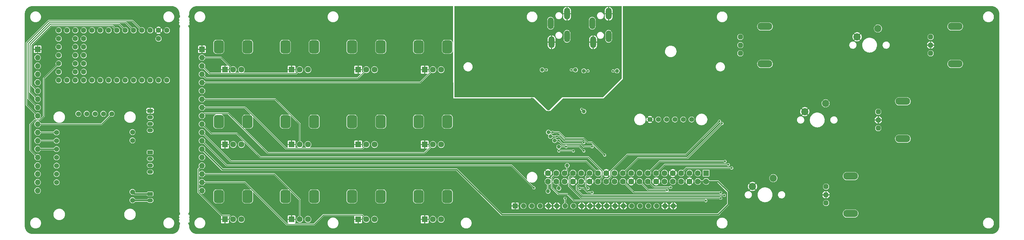
<source format=gtl>
%TF.GenerationSoftware,KiCad,Pcbnew,(6.0.8)*%
%TF.CreationDate,2022-10-17T00:12:51-07:00*%
%TF.ProjectId,norns-deck-210330,6e6f726e-732d-4646-9563-6b2d32313033,rev?*%
%TF.SameCoordinates,Original*%
%TF.FileFunction,Copper,L1,Top*%
%TF.FilePolarity,Positive*%
%FSLAX46Y46*%
G04 Gerber Fmt 4.6, Leading zero omitted, Abs format (unit mm)*
G04 Created by KiCad (PCBNEW (6.0.8)) date 2022-10-17 00:12:51*
%MOMM*%
%LPD*%
G01*
G04 APERTURE LIST*
G04 Aperture macros list*
%AMRoundRect*
0 Rectangle with rounded corners*
0 $1 Rounding radius*
0 $2 $3 $4 $5 $6 $7 $8 $9 X,Y pos of 4 corners*
0 Add a 4 corners polygon primitive as box body*
4,1,4,$2,$3,$4,$5,$6,$7,$8,$9,$2,$3,0*
0 Add four circle primitives for the rounded corners*
1,1,$1+$1,$2,$3*
1,1,$1+$1,$4,$5*
1,1,$1+$1,$6,$7*
1,1,$1+$1,$8,$9*
0 Add four rect primitives between the rounded corners*
20,1,$1+$1,$2,$3,$4,$5,0*
20,1,$1+$1,$4,$5,$6,$7,0*
20,1,$1+$1,$6,$7,$8,$9,0*
20,1,$1+$1,$8,$9,$2,$3,0*%
%AMOutline5P*
0 Free polygon, 5 corners , with rotation*
0 The origin of the aperture is its center*
0 number of corners: always 5*
0 $1 to $10 corner X, Y*
0 $11 Rotation angle, in degrees counterclockwise*
0 create outline with 5 corners*
4,1,5,$1,$2,$3,$4,$5,$6,$7,$8,$9,$10,$1,$2,$11*%
%AMOutline6P*
0 Free polygon, 6 corners , with rotation*
0 The origin of the aperture is its center*
0 number of corners: always 6*
0 $1 to $12 corner X, Y*
0 $13 Rotation angle, in degrees counterclockwise*
0 create outline with 6 corners*
4,1,6,$1,$2,$3,$4,$5,$6,$7,$8,$9,$10,$11,$12,$1,$2,$13*%
%AMOutline7P*
0 Free polygon, 7 corners , with rotation*
0 The origin of the aperture is its center*
0 number of corners: always 7*
0 $1 to $14 corner X, Y*
0 $15 Rotation angle, in degrees counterclockwise*
0 create outline with 7 corners*
4,1,7,$1,$2,$3,$4,$5,$6,$7,$8,$9,$10,$11,$12,$13,$14,$1,$2,$15*%
%AMOutline8P*
0 Free polygon, 8 corners , with rotation*
0 The origin of the aperture is its center*
0 number of corners: always 8*
0 $1 to $16 corner X, Y*
0 $17 Rotation angle, in degrees counterclockwise*
0 create outline with 8 corners*
4,1,8,$1,$2,$3,$4,$5,$6,$7,$8,$9,$10,$11,$12,$13,$14,$15,$16,$1,$2,$17*%
G04 Aperture macros list end*
%TA.AperFunction,ComponentPad*%
%ADD10R,1.778000X1.778000*%
%TD*%
%TA.AperFunction,ComponentPad*%
%ADD11C,1.778000*%
%TD*%
%TA.AperFunction,ComponentPad*%
%ADD12Outline8P,-0.754000X0.377000X-0.377000X0.754000X0.377000X0.754000X0.754000X0.377000X0.754000X-0.377000X0.377000X-0.754000X-0.377000X-0.754000X-0.754000X-0.377000X270.000000*%
%TD*%
%TA.AperFunction,ComponentPad*%
%ADD13O,4.500000X2.250000*%
%TD*%
%TA.AperFunction,ComponentPad*%
%ADD14R,1.800000X1.800000*%
%TD*%
%TA.AperFunction,ComponentPad*%
%ADD15C,1.800000*%
%TD*%
%TA.AperFunction,ComponentPad*%
%ADD16RoundRect,0.750000X0.750000X-1.250000X0.750000X1.250000X-0.750000X1.250000X-0.750000X-1.250000X0*%
%TD*%
%TA.AperFunction,ComponentPad*%
%ADD17C,2.200000*%
%TD*%
%TA.AperFunction,SMDPad,CuDef*%
%ADD18RoundRect,0.600000X0.000000X0.000000X0.000000X0.000000X0.000000X0.000000X0.000000X0.000000X0*%
%TD*%
%TA.AperFunction,SMDPad,CuDef*%
%ADD19RoundRect,0.600000X0.000000X0.000000X0.000000X0.000000X0.000000X0.000000X0.000000X0.000000X0*%
%TD*%
%TA.AperFunction,ComponentPad*%
%ADD20R,1.500000X1.500000*%
%TD*%
%TA.AperFunction,ComponentPad*%
%ADD21Outline8P,-0.750000X0.310660X-0.310660X0.750000X0.310660X0.750000X0.750000X0.310660X0.750000X-0.310660X0.310660X-0.750000X-0.310660X-0.750000X-0.750000X-0.310660X0.000000*%
%TD*%
%TA.AperFunction,ComponentPad*%
%ADD22C,1.524000*%
%TD*%
%TA.AperFunction,SMDPad,CuDef*%
%ADD23RoundRect,0.600000X0.000000X0.000000X0.000000X0.000000X0.000000X0.000000X0.000000X0.000000X0*%
%TD*%
%TA.AperFunction,ComponentPad*%
%ADD24R,1.700000X1.700000*%
%TD*%
%TA.AperFunction,ComponentPad*%
%ADD25O,1.700000X1.700000*%
%TD*%
%TA.AperFunction,SMDPad,CuDef*%
%ADD26RoundRect,0.600000X0.000000X0.000000X0.000000X0.000000X0.000000X0.000000X0.000000X0.000000X0*%
%TD*%
%TA.AperFunction,ComponentPad*%
%ADD27O,1.800000X3.600000*%
%TD*%
%TA.AperFunction,ComponentPad*%
%ADD28RoundRect,0.250000X-0.625000X0.350000X-0.625000X-0.350000X0.625000X-0.350000X0.625000X0.350000X0*%
%TD*%
%TA.AperFunction,ComponentPad*%
%ADD29O,1.750000X1.200000*%
%TD*%
%TA.AperFunction,ComponentPad*%
%ADD30C,1.600000*%
%TD*%
%TA.AperFunction,ViaPad*%
%ADD31C,0.660400*%
%TD*%
%TA.AperFunction,ViaPad*%
%ADD32C,0.787400*%
%TD*%
%TA.AperFunction,ViaPad*%
%ADD33C,0.906400*%
%TD*%
%TA.AperFunction,Conductor*%
%ADD34C,0.254000*%
%TD*%
%TA.AperFunction,Conductor*%
%ADD35C,0.250000*%
%TD*%
%TA.AperFunction,Conductor*%
%ADD36C,0.406400*%
%TD*%
%TA.AperFunction,Conductor*%
%ADD37C,0.500000*%
%TD*%
G04 APERTURE END LIST*
D10*
X254342200Y-163587800D03*
D11*
X254342200Y-166127800D03*
X251802200Y-163587800D03*
X251802200Y-166127800D03*
X249262200Y-163587800D03*
X249262200Y-166127800D03*
X246722200Y-163587800D03*
X246722200Y-166127800D03*
X244182200Y-163587800D03*
X244182200Y-166127800D03*
X241642200Y-163587800D03*
X241642200Y-166127800D03*
X239102200Y-163587800D03*
X239102200Y-166127800D03*
X236562200Y-163587800D03*
X236562200Y-166127800D03*
X234022200Y-163587800D03*
X234022200Y-166127800D03*
X231482200Y-163587800D03*
X231482200Y-166127800D03*
X228942200Y-163587800D03*
X228942200Y-166127800D03*
X226402200Y-163587800D03*
X226402200Y-166127800D03*
X223862200Y-163587800D03*
X223862200Y-166127800D03*
X221322200Y-163587800D03*
X221322200Y-166127800D03*
X218782200Y-163587800D03*
X218782200Y-166127800D03*
X216242200Y-163587800D03*
X216242200Y-166127800D03*
X213702200Y-163587800D03*
X213702200Y-166127800D03*
X211162200Y-163587800D03*
X211162200Y-166127800D03*
X208622200Y-163587800D03*
X208622200Y-166127800D03*
X206082200Y-163587800D03*
X206082200Y-166127800D03*
D12*
X290912200Y-167717800D03*
X290912200Y-172717800D03*
X290912200Y-170217800D03*
D13*
X298412200Y-164502800D03*
X298412200Y-175932800D03*
D14*
X107495200Y-154847800D03*
D15*
X109995200Y-154847800D03*
X112495200Y-154847800D03*
D16*
X105595200Y-147847800D03*
X114395200Y-147847800D03*
D14*
X148135200Y-177707800D03*
D15*
X150635200Y-177707800D03*
X153135200Y-177707800D03*
D16*
X155035200Y-170707800D03*
X146235200Y-170707800D03*
D14*
X107495200Y-131987800D03*
D15*
X109995200Y-131987800D03*
X112495200Y-131987800D03*
D16*
X105595200Y-124987800D03*
X114395200Y-124987800D03*
D17*
X306752200Y-119417800D03*
X300402200Y-121957800D03*
D14*
X148135200Y-154847800D03*
D15*
X150635200Y-154847800D03*
X153135200Y-154847800D03*
D16*
X155035200Y-147847800D03*
X146235200Y-147847800D03*
D14*
X107495200Y-177707800D03*
D15*
X109995200Y-177707800D03*
X112495200Y-177707800D03*
D16*
X105595200Y-170707800D03*
X114395200Y-170707800D03*
D12*
X264792200Y-121997800D03*
X264792200Y-126997800D03*
X264792200Y-124497800D03*
D13*
X272292200Y-118782800D03*
X272292200Y-130212800D03*
D14*
X168455200Y-177707800D03*
D15*
X170955200Y-177707800D03*
X173455200Y-177707800D03*
D16*
X175355200Y-170707800D03*
X166555200Y-170707800D03*
D14*
X127815200Y-131987800D03*
D15*
X130315200Y-131987800D03*
X132815200Y-131987800D03*
D16*
X134715200Y-124987800D03*
X125915200Y-124987800D03*
D18*
X204292200Y-132042800D03*
D19*
X211912200Y-161252800D03*
D14*
X127815200Y-177707800D03*
D15*
X130315200Y-177707800D03*
X132815200Y-177707800D03*
D16*
X134715200Y-170707800D03*
X125915200Y-170707800D03*
D19*
X209372200Y-168237800D03*
X216992200Y-144742800D03*
D20*
X196037200Y-173612800D03*
D21*
X198577200Y-173612800D03*
X201117200Y-173612800D03*
X203657200Y-173612800D03*
X206197200Y-173612800D03*
X208737200Y-173612800D03*
X211277200Y-173612800D03*
X213817200Y-173612800D03*
X216357200Y-173612800D03*
X218897200Y-173612800D03*
X221437200Y-173612800D03*
X223977200Y-173612800D03*
X226517200Y-173612800D03*
X229057200Y-173612800D03*
X231597200Y-173612800D03*
X234137200Y-173612800D03*
X236677200Y-173612800D03*
X239217200Y-173612800D03*
X241757200Y-173612800D03*
X244297200Y-173612800D03*
D14*
X168455200Y-154847800D03*
D15*
X170955200Y-154847800D03*
X173455200Y-154847800D03*
D16*
X175355200Y-147847800D03*
X166555200Y-147847800D03*
D18*
X214452200Y-132042800D03*
D12*
X306872200Y-144857800D03*
X306872200Y-149857800D03*
X306872200Y-147357800D03*
D13*
X314372200Y-141642800D03*
X314372200Y-153072800D03*
D17*
X274832200Y-165137800D03*
X268482200Y-167677800D03*
D22*
X237192800Y-147199800D03*
X239732800Y-147199800D03*
X242272800Y-147199800D03*
X244812800Y-147199800D03*
X247352800Y-147199800D03*
X249892800Y-147199800D03*
D23*
X208102200Y-153632800D03*
D24*
X50320200Y-125757800D03*
D25*
X50320200Y-128297800D03*
X50320200Y-130837800D03*
X50320200Y-133377800D03*
X50320200Y-135917800D03*
X50320200Y-138457800D03*
X50320200Y-140997800D03*
X50320200Y-143537800D03*
X50320200Y-146077800D03*
X50320200Y-148617800D03*
X50320200Y-151157800D03*
X50320200Y-153697800D03*
X50320200Y-156237800D03*
X50320200Y-158777800D03*
X50320200Y-161317800D03*
X50320200Y-163857800D03*
X50320200Y-166397800D03*
X50320200Y-168937800D03*
D19*
X206082200Y-169138600D03*
D23*
X209372200Y-155537800D03*
D17*
X290792200Y-142277800D03*
X284442200Y-144817800D03*
D14*
X127815200Y-154847800D03*
D15*
X130315200Y-154847800D03*
X132815200Y-154847800D03*
D16*
X125915200Y-147847800D03*
X134715200Y-147847800D03*
D18*
X227152200Y-132360300D03*
D26*
X206197200Y-151092800D03*
D14*
X148135200Y-131987800D03*
D15*
X150635200Y-131987800D03*
X153135200Y-131987800D03*
D16*
X155035200Y-124987800D03*
X146235200Y-124987800D03*
D12*
X322832200Y-121997800D03*
X322832200Y-126997800D03*
X322832200Y-124497800D03*
D13*
X330332200Y-118782800D03*
X330332200Y-130212800D03*
D18*
X216992200Y-132360300D03*
D14*
X168455200Y-131987800D03*
D15*
X170955200Y-131987800D03*
X173455200Y-131987800D03*
D16*
X166555200Y-124987800D03*
X175355200Y-124987800D03*
D23*
X206832200Y-152362800D03*
D27*
X206872200Y-117797800D03*
X211872200Y-114897800D03*
X207172200Y-123597800D03*
X211872200Y-121797800D03*
D24*
X100470200Y-125757800D03*
D25*
X100470200Y-128297800D03*
X100470200Y-130837800D03*
X100470200Y-133377800D03*
X100470200Y-135917800D03*
X100470200Y-138457800D03*
X100470200Y-140997800D03*
X100470200Y-143537800D03*
X100470200Y-146077800D03*
X100470200Y-148617800D03*
X100470200Y-151157800D03*
X100470200Y-153697800D03*
X100470200Y-156237800D03*
X100470200Y-158777800D03*
X100470200Y-161317800D03*
X100470200Y-163857800D03*
X100470200Y-166397800D03*
X100470200Y-168937800D03*
D28*
X84666200Y-157236200D03*
D29*
X84666200Y-159236200D03*
X84666200Y-161236200D03*
X84666200Y-163236200D03*
D27*
X219572200Y-117797800D03*
X224572200Y-114897800D03*
X219872200Y-123597800D03*
X224572200Y-121797800D03*
D22*
X72921000Y-145468200D03*
X70381000Y-145468200D03*
X67841000Y-145468200D03*
X65301000Y-145468200D03*
X62761000Y-145468200D03*
X56106200Y-151157800D03*
X56106200Y-153697800D03*
X56106200Y-156237800D03*
X56106200Y-158777800D03*
X56106200Y-161317800D03*
X56106200Y-163857800D03*
X56106200Y-166397800D03*
X79271000Y-171884200D03*
X79271000Y-169344200D03*
X79271000Y-153596200D03*
X79271000Y-151056200D03*
D28*
X84666200Y-169936200D03*
D29*
X84666200Y-171936200D03*
D28*
X84666200Y-144536200D03*
D29*
X84666200Y-146536200D03*
X84666200Y-148536200D03*
X84666200Y-150536200D03*
D30*
X89759962Y-135207800D03*
X87219962Y-135207800D03*
X84679962Y-135207800D03*
X82139962Y-135207800D03*
X79599962Y-135207800D03*
X77059962Y-135207800D03*
X74519962Y-135207800D03*
X71979962Y-135207800D03*
X69439962Y-135207800D03*
X66899962Y-135207800D03*
X64359962Y-135207800D03*
X61819962Y-135207800D03*
X59279962Y-135207800D03*
X56739962Y-135207800D03*
X56739962Y-132667800D03*
X56739962Y-130127800D03*
X56739962Y-127587800D03*
X56739962Y-125047800D03*
X56739962Y-122507800D03*
X56739962Y-119967800D03*
X59279962Y-119967800D03*
X61819962Y-119967800D03*
X64359962Y-119967800D03*
X66899962Y-119967800D03*
X69439962Y-119967800D03*
X71979962Y-119967800D03*
X74519962Y-119967800D03*
X77059962Y-119967800D03*
X79599962Y-119967800D03*
X82139962Y-119967800D03*
X84679962Y-119967800D03*
X87219962Y-119967800D03*
X89759962Y-119967800D03*
X87219962Y-122507800D03*
X61819962Y-122507800D03*
X64359962Y-122507800D03*
X61819962Y-125047800D03*
X64359962Y-125047800D03*
X61819962Y-127587800D03*
X64359962Y-127587800D03*
X61819962Y-130127800D03*
X64359962Y-130127800D03*
X61819962Y-132667800D03*
X64359962Y-132667800D03*
D31*
X211594700Y-155537800D03*
X216992200Y-156807800D03*
D32*
X218262200Y-144425300D03*
X201117200Y-140932800D03*
D33*
X223024700Y-142202800D03*
D32*
X211277200Y-141885300D03*
D33*
X229057200Y-141885300D03*
X228104700Y-137122800D03*
D31*
X316997200Y-128847800D03*
X260982200Y-133847800D03*
D32*
X214472200Y-151410300D03*
D31*
X326522200Y-128847800D03*
X270507200Y-133847800D03*
X301037200Y-151707800D03*
X310562200Y-151707800D03*
X285516200Y-174567800D03*
D32*
X208102200Y-144742800D03*
D31*
X295041200Y-174567800D03*
X209372200Y-153632800D03*
X219532200Y-155537800D03*
X213182200Y-132042800D03*
X205562200Y-132042800D03*
D32*
X212547200Y-135852800D03*
X209372200Y-133947800D03*
X203022200Y-137757800D03*
X206514700Y-127915300D03*
X216357200Y-130137800D03*
X227787200Y-130137800D03*
X216357200Y-136487800D03*
D33*
X224294700Y-137122800D03*
D32*
X210642200Y-127915300D03*
X206197200Y-144107800D03*
D31*
X225882200Y-132360300D03*
X218262200Y-132360300D03*
X216357200Y-144107800D03*
X207467200Y-151092800D03*
X223342200Y-158077800D03*
X213817200Y-156807800D03*
X209372200Y-156807800D03*
X208737200Y-152362800D03*
X216992200Y-154267800D03*
X262128000Y-162052000D03*
X261112000Y-161036000D03*
X258782800Y-169507800D03*
X259900400Y-170371400D03*
X243517400Y-167907600D03*
X242399800Y-168822000D03*
X260096000Y-160020000D03*
X254236200Y-172022400D03*
X258782800Y-171235000D03*
X215722200Y-168237800D03*
X219532200Y-169507800D03*
X218262200Y-168237800D03*
X211277200Y-171285800D03*
X259163800Y-148425800D03*
X258401800Y-147714600D03*
X201759800Y-168085400D03*
D34*
X258782800Y-171235000D02*
X216179400Y-171235000D01*
X212453200Y-167508800D02*
X212453200Y-164836800D01*
X216179400Y-171235000D02*
X212453200Y-167508800D01*
X212453200Y-164836800D02*
X213702200Y-163587800D01*
D35*
X56054200Y-153697800D02*
X50320200Y-153697800D01*
D34*
X211912200Y-162837800D02*
X211162200Y-163587800D01*
X211912200Y-161252800D02*
X211912200Y-162837800D01*
X215722200Y-155537800D02*
X216992200Y-156807800D01*
X209372200Y-155537800D02*
X211594700Y-155537800D01*
X211594700Y-155537800D02*
X215722200Y-155537800D01*
X210483450Y-154744050D02*
X216198450Y-154744050D01*
X219532200Y-155537800D02*
X216992200Y-155537800D01*
X216198450Y-154744050D02*
X216992200Y-155537800D01*
X208102200Y-153632800D02*
X209372200Y-153632800D01*
X209372200Y-153632800D02*
X210483450Y-154744050D01*
X213182200Y-132042800D02*
X214452200Y-132042800D01*
X205562200Y-132042800D02*
X204292200Y-132042800D01*
X225882200Y-132360300D02*
X227152200Y-132360300D01*
X218262200Y-132360300D02*
X216992200Y-132360300D01*
D36*
X257919200Y-176264200D02*
X261043400Y-173140000D01*
X178231800Y-162534600D02*
X191961400Y-176264200D01*
X56054200Y-156237800D02*
X50320200Y-156237800D01*
X261043400Y-169228400D02*
X257942800Y-166127800D01*
X257942800Y-166127800D02*
X251802200Y-166127800D01*
X191961400Y-176264200D02*
X257919200Y-176264200D01*
X261043400Y-173140000D02*
X261043400Y-169228400D01*
X106767000Y-162534600D02*
X178231800Y-162534600D01*
X100470200Y-156237800D02*
X106767000Y-162534600D01*
D34*
X216992200Y-144742800D02*
X216357200Y-144107800D01*
X219532200Y-154267800D02*
X223342200Y-158077800D01*
X209372200Y-151092800D02*
X211277200Y-152997800D01*
X211277200Y-152997800D02*
X216992200Y-152997800D01*
X218262200Y-154267800D02*
X219532200Y-154267800D01*
X207467200Y-151092800D02*
X209372200Y-151092800D01*
X216992200Y-152997800D02*
X218262200Y-154267800D01*
X206197200Y-151092800D02*
X207467200Y-151092800D01*
X209372200Y-166877800D02*
X208622200Y-166127800D01*
X209372200Y-168237800D02*
X209372200Y-166877800D01*
X206082200Y-169138600D02*
X206082200Y-166127800D01*
X209372200Y-156807800D02*
X213817200Y-156807800D01*
X209689700Y-152362800D02*
X211118450Y-153791550D01*
X216515950Y-153791550D02*
X216992200Y-154267800D01*
X206832200Y-152362800D02*
X208737200Y-152362800D01*
X208737200Y-152362800D02*
X209689700Y-152362800D01*
X211118450Y-153791550D02*
X216515950Y-153791550D01*
X262128000Y-162052000D02*
X248258000Y-162052000D01*
X248258000Y-162052000D02*
X246722200Y-163587800D01*
X261112000Y-161036000D02*
X241654000Y-161036000D01*
X241654000Y-161036000D02*
X239102200Y-163587800D01*
X232322200Y-169507800D02*
X228942200Y-166127800D01*
X258782800Y-169507800D02*
X232322200Y-169507800D01*
X259900400Y-170371400D02*
X216585800Y-170371400D01*
X214833200Y-168618800D02*
X214833200Y-167536800D01*
X216585800Y-170371400D02*
X214833200Y-168618800D01*
X214833200Y-167536800D02*
X216242200Y-166127800D01*
X243517400Y-167907600D02*
X238342000Y-167907600D01*
X238342000Y-167907600D02*
X236562200Y-166127800D01*
X242272800Y-168695000D02*
X236589400Y-168695000D01*
X242399800Y-168822000D02*
X242272800Y-168695000D01*
X236589400Y-168695000D02*
X234022200Y-166127800D01*
X260096000Y-160020000D02*
X240130000Y-160020000D01*
X240130000Y-160020000D02*
X236562200Y-163587800D01*
X207246200Y-168034600D02*
X207246200Y-164963800D01*
X209227400Y-170015800D02*
X207246200Y-168034600D01*
X212021400Y-170015800D02*
X209227400Y-170015800D01*
X214028000Y-172022400D02*
X212021400Y-170015800D01*
X254236200Y-172022400D02*
X214028000Y-172022400D01*
X207246200Y-164963800D02*
X208622200Y-163587800D01*
X215722200Y-168237800D02*
X216992200Y-168237800D01*
X216992200Y-168237800D02*
X218262200Y-169507800D01*
X218262200Y-169507800D02*
X219532200Y-169507800D01*
X217627200Y-164742800D02*
X218782200Y-163587800D01*
X217627200Y-167602800D02*
X217627200Y-164742800D01*
X218262200Y-168237800D02*
X217627200Y-167602800D01*
X211277200Y-171285800D02*
X211277200Y-173612800D01*
D35*
X259163800Y-148425800D02*
X248585600Y-159004000D01*
X248585600Y-159004000D02*
X233526000Y-159004000D01*
X233526000Y-159004000D02*
X228942200Y-163587800D01*
X225145600Y-163068000D02*
X225145600Y-164844400D01*
X230225600Y-157988000D02*
X225145600Y-163068000D01*
X258401800Y-147714600D02*
X248128400Y-157988000D01*
X225145600Y-164844400D02*
X223862200Y-166127800D01*
X248128400Y-157988000D02*
X230225600Y-157988000D01*
X221322200Y-166127800D02*
X222580200Y-164869800D01*
X111150400Y-151536400D02*
X103388800Y-151536400D01*
X218313000Y-158673800D02*
X118287800Y-158673800D01*
X222580200Y-164869800D02*
X222580200Y-162941000D01*
X118287800Y-158673800D02*
X111150400Y-151536400D01*
X222580200Y-162941000D02*
X218313000Y-158673800D01*
X103388800Y-151536400D02*
X100470200Y-148617800D01*
X109256200Y-159943800D02*
X217678200Y-159943800D01*
X100470200Y-151157800D02*
X109256200Y-159943800D01*
X217678200Y-159943800D02*
X221322200Y-163587800D01*
X107986200Y-161213800D02*
X100470200Y-153697800D01*
X201759800Y-168085400D02*
X194888200Y-161213800D01*
X194888200Y-161213800D02*
X107986200Y-161213800D01*
X100470200Y-128297800D02*
X106305200Y-128297800D01*
X106305200Y-128297800D02*
X109995200Y-131987800D01*
X48056800Y-148742400D02*
X48056800Y-156514400D01*
X52247800Y-134619962D02*
X52247800Y-146151600D01*
X49479200Y-147320000D02*
X48056800Y-148742400D01*
X48056800Y-156514400D02*
X50320200Y-158777800D01*
X51079400Y-147320000D02*
X49479200Y-147320000D01*
X56739962Y-130127800D02*
X52247800Y-134619962D01*
X52247800Y-146151600D02*
X51079400Y-147320000D01*
X102808600Y-133172200D02*
X100472200Y-130835800D01*
X129130800Y-133172200D02*
X102808600Y-133172200D01*
X130315200Y-131987800D02*
X129130800Y-133172200D01*
X100470200Y-133377800D02*
X101636200Y-134543800D01*
X148079200Y-134543800D02*
X150635200Y-131987800D01*
X101636200Y-134543800D02*
X148079200Y-134543800D01*
X100470200Y-135917800D02*
X167025200Y-135917800D01*
X167025200Y-135917800D02*
X170955200Y-131987800D01*
X130315200Y-148527000D02*
X130315200Y-154847800D01*
X100470200Y-140997800D02*
X122786000Y-140997800D01*
X122786000Y-140997800D02*
X130315200Y-148527000D01*
X149374600Y-156108400D02*
X150635200Y-154847800D01*
X113565800Y-143537800D02*
X126136400Y-156108400D01*
X100470200Y-143537800D02*
X113565800Y-143537800D01*
X126136400Y-156108400D02*
X149374600Y-156108400D01*
X168399200Y-157403800D02*
X170955200Y-154847800D01*
X108487000Y-145367800D02*
X120523000Y-157403800D01*
X100470200Y-146077800D02*
X101180200Y-145367800D01*
X101180200Y-145367800D02*
X108487000Y-145367800D01*
X120523000Y-157403800D02*
X168399200Y-157403800D01*
X99368200Y-162419800D02*
X99368200Y-169394264D01*
X100470200Y-161317800D02*
X99368200Y-162419800D01*
X106529736Y-176555800D02*
X108843200Y-176555800D01*
X108843200Y-176555800D02*
X109995200Y-177707800D01*
X99368200Y-169394264D02*
X106529736Y-176555800D01*
X122506600Y-163857800D02*
X130315200Y-171666400D01*
X100470200Y-163857800D02*
X122506600Y-163857800D01*
X130315200Y-171666400D02*
X130315200Y-177707800D01*
X149355800Y-176428400D02*
X150635200Y-177707800D01*
X126415800Y-179273200D02*
X134670800Y-179273200D01*
X100470200Y-166397800D02*
X113540400Y-166397800D01*
X113540400Y-166397800D02*
X126415800Y-179273200D01*
X137515600Y-176428400D02*
X149355800Y-176428400D01*
X134670800Y-179273200D02*
X137515600Y-176428400D01*
D37*
X79271000Y-171936200D02*
X84666200Y-171936200D01*
X79271000Y-169396200D02*
X79811000Y-169936200D01*
X79811000Y-169936200D02*
X84666200Y-169936200D01*
D35*
X48486200Y-136623800D02*
X48486200Y-124539800D01*
X54455200Y-118570800D02*
X73122962Y-118570800D01*
X48486200Y-124539800D02*
X54455200Y-118570800D01*
X73122962Y-118570800D02*
X74519962Y-119967800D01*
X50320200Y-138457800D02*
X48486200Y-136623800D01*
X54201200Y-118062800D02*
X75154962Y-118062800D01*
X47978200Y-138655800D02*
X47978200Y-124285800D01*
X50320200Y-140997800D02*
X47978200Y-138655800D01*
X47978200Y-124285800D02*
X54201200Y-118062800D01*
X75154962Y-118062800D02*
X77059962Y-119967800D01*
X47470200Y-140687800D02*
X47470200Y-124031800D01*
X77186962Y-117554800D02*
X79599962Y-119967800D01*
X53947200Y-117554800D02*
X77186962Y-117554800D01*
X50320200Y-143537800D02*
X47470200Y-140687800D01*
X47470200Y-124031800D02*
X53947200Y-117554800D01*
X53693200Y-117046800D02*
X79218962Y-117046800D01*
X46962200Y-142719800D02*
X46962200Y-123777800D01*
X50320200Y-146077800D02*
X46962200Y-142719800D01*
X79218962Y-117046800D02*
X82139962Y-119967800D01*
X46962200Y-123777800D02*
X53693200Y-117046800D01*
X69823400Y-148617800D02*
X50320200Y-148617800D01*
X72921000Y-145520200D02*
X69823400Y-148617800D01*
X56054200Y-151157800D02*
X50320200Y-151157800D01*
%TA.AperFunction,Conductor*%
G36*
X91254334Y-112559890D02*
G01*
X91269841Y-112563456D01*
X91279216Y-112561334D01*
X91296777Y-112559907D01*
X91493340Y-112571798D01*
X91548425Y-112575130D01*
X91555917Y-112576040D01*
X91626740Y-112589019D01*
X91826363Y-112625601D01*
X91833682Y-112627405D01*
X92096193Y-112709207D01*
X92103236Y-112711878D01*
X92346028Y-112821149D01*
X92353976Y-112824726D01*
X92360659Y-112828234D01*
X92595951Y-112970473D01*
X92602162Y-112974760D01*
X92818601Y-113144329D01*
X92824250Y-113149334D01*
X93018666Y-113343750D01*
X93023671Y-113349399D01*
X93193240Y-113565838D01*
X93197527Y-113572049D01*
X93339766Y-113807341D01*
X93343274Y-113814024D01*
X93456120Y-114064757D01*
X93458793Y-114071807D01*
X93520663Y-114270353D01*
X93540594Y-114334313D01*
X93542399Y-114341637D01*
X93547662Y-114370357D01*
X93591960Y-114612083D01*
X93592870Y-114619575D01*
X93608065Y-114870768D01*
X93606589Y-114888547D01*
X93604544Y-114897441D01*
X93605434Y-114901376D01*
X93605868Y-114906894D01*
X93605868Y-114906895D01*
X93606959Y-114920757D01*
X93623313Y-115128548D01*
X93677347Y-115353615D01*
X93678289Y-115355889D01*
X93764980Y-115565182D01*
X93764984Y-115565189D01*
X93765923Y-115567457D01*
X93767208Y-115569553D01*
X93767209Y-115569556D01*
X93800990Y-115624681D01*
X93810200Y-115657337D01*
X93810200Y-115910611D01*
X93791894Y-115954805D01*
X93773569Y-115967506D01*
X93709647Y-115996569D01*
X93709643Y-115996571D01*
X93705595Y-115998412D01*
X93596118Y-116092744D01*
X93517517Y-116214010D01*
X93516242Y-116218274D01*
X93516240Y-116218278D01*
X93477386Y-116348196D01*
X93476110Y-116352463D01*
X93475228Y-116496973D01*
X93514939Y-116635921D01*
X93592053Y-116758139D01*
X93595388Y-116761084D01*
X93595391Y-116761088D01*
X93617505Y-116780619D01*
X93638512Y-116823595D01*
X93622977Y-116868837D01*
X93616936Y-116874806D01*
X93596118Y-116892744D01*
X93517517Y-117014010D01*
X93516242Y-117018274D01*
X93516240Y-117018278D01*
X93477386Y-117148196D01*
X93476110Y-117152463D01*
X93475228Y-117296973D01*
X93514939Y-117435921D01*
X93592053Y-117558139D01*
X93595388Y-117561084D01*
X93595391Y-117561088D01*
X93617505Y-117580619D01*
X93638512Y-117623595D01*
X93622977Y-117668837D01*
X93616936Y-117674806D01*
X93596118Y-117692744D01*
X93517517Y-117814010D01*
X93516242Y-117818274D01*
X93516240Y-117818278D01*
X93500832Y-117869800D01*
X93476110Y-117952463D01*
X93475228Y-118096973D01*
X93514939Y-118235921D01*
X93592053Y-118358139D01*
X93595385Y-118361082D01*
X93595387Y-118361084D01*
X93626721Y-118388757D01*
X93700370Y-118453801D01*
X93704400Y-118455693D01*
X93774262Y-118488493D01*
X93806487Y-118523845D01*
X93810200Y-118545068D01*
X93810200Y-118798263D01*
X93800990Y-118830919D01*
X93780040Y-118865107D01*
X93765923Y-118888143D01*
X93764984Y-118890411D01*
X93764980Y-118890418D01*
X93758614Y-118905788D01*
X93677347Y-119101985D01*
X93623313Y-119327052D01*
X93605513Y-119553228D01*
X93604544Y-119557441D01*
X93606097Y-119564304D01*
X93606097Y-119564306D01*
X93608159Y-119573417D01*
X93609700Y-119587211D01*
X93609700Y-175127927D01*
X93608110Y-175141933D01*
X93604544Y-175157441D01*
X93605434Y-175161376D01*
X93605868Y-175166894D01*
X93605868Y-175166895D01*
X93606443Y-175174201D01*
X93623313Y-175388548D01*
X93677347Y-175613615D01*
X93678289Y-175615889D01*
X93764980Y-175825182D01*
X93764984Y-175825189D01*
X93765923Y-175827457D01*
X93767208Y-175829553D01*
X93767209Y-175829556D01*
X93800990Y-175884681D01*
X93810200Y-175917337D01*
X93810200Y-176170611D01*
X93791894Y-176214805D01*
X93773569Y-176227506D01*
X93709647Y-176256569D01*
X93709643Y-176256571D01*
X93705595Y-176258412D01*
X93596118Y-176352744D01*
X93517517Y-176474010D01*
X93516242Y-176478274D01*
X93516240Y-176478278D01*
X93490722Y-176563604D01*
X93476110Y-176612463D01*
X93475228Y-176756973D01*
X93514939Y-176895921D01*
X93592053Y-177018139D01*
X93595388Y-177021084D01*
X93595391Y-177021088D01*
X93617505Y-177040619D01*
X93638512Y-177083595D01*
X93622977Y-177128837D01*
X93616936Y-177134806D01*
X93596118Y-177152744D01*
X93517517Y-177274010D01*
X93516242Y-177278274D01*
X93516240Y-177278278D01*
X93477386Y-177408196D01*
X93476110Y-177412463D01*
X93475228Y-177556973D01*
X93514939Y-177695921D01*
X93592053Y-177818139D01*
X93595388Y-177821084D01*
X93595391Y-177821088D01*
X93617505Y-177840619D01*
X93638512Y-177883595D01*
X93622977Y-177928837D01*
X93616936Y-177934806D01*
X93596118Y-177952744D01*
X93517517Y-178074010D01*
X93516242Y-178078274D01*
X93516240Y-178078278D01*
X93477386Y-178208196D01*
X93476110Y-178212463D01*
X93475228Y-178356973D01*
X93514939Y-178495921D01*
X93592053Y-178618139D01*
X93595385Y-178621082D01*
X93595387Y-178621084D01*
X93599212Y-178624462D01*
X93700370Y-178713801D01*
X93704400Y-178715693D01*
X93774262Y-178748493D01*
X93806487Y-178783845D01*
X93810200Y-178805068D01*
X93810200Y-179058263D01*
X93800990Y-179090919D01*
X93790878Y-179107421D01*
X93765923Y-179148143D01*
X93764984Y-179150411D01*
X93764980Y-179150418D01*
X93721752Y-179254781D01*
X93677347Y-179361985D01*
X93623313Y-179587052D01*
X93605513Y-179813227D01*
X93604544Y-179817441D01*
X93606666Y-179826816D01*
X93608093Y-179844377D01*
X93596202Y-180040940D01*
X93592870Y-180096025D01*
X93591960Y-180103517D01*
X93542400Y-180373959D01*
X93540595Y-180381282D01*
X93502885Y-180502300D01*
X93458796Y-180643786D01*
X93456120Y-180650843D01*
X93343274Y-180901576D01*
X93339766Y-180908259D01*
X93197527Y-181143551D01*
X93193240Y-181149762D01*
X93023671Y-181366201D01*
X93018666Y-181371850D01*
X92824250Y-181566266D01*
X92818601Y-181571271D01*
X92602162Y-181740840D01*
X92595951Y-181745127D01*
X92360659Y-181887366D01*
X92353976Y-181890874D01*
X92103236Y-182003722D01*
X92096193Y-182006393D01*
X91833682Y-182088195D01*
X91826363Y-182089999D01*
X91626740Y-182126581D01*
X91555917Y-182139560D01*
X91548425Y-182140470D01*
X91450511Y-182146393D01*
X91297231Y-182155665D01*
X91279453Y-182154189D01*
X91270559Y-182152144D01*
X91263696Y-182153697D01*
X91263694Y-182153697D01*
X91254583Y-182155759D01*
X91240789Y-182157300D01*
X48770073Y-182157300D01*
X48756067Y-182155710D01*
X48747421Y-182153722D01*
X48740559Y-182152144D01*
X48731184Y-182154266D01*
X48713623Y-182155693D01*
X48517060Y-182143802D01*
X48461975Y-182140470D01*
X48454483Y-182139560D01*
X48383660Y-182126581D01*
X48184037Y-182089999D01*
X48176718Y-182088195D01*
X47914207Y-182006393D01*
X47907164Y-182003722D01*
X47656424Y-181890874D01*
X47649741Y-181887366D01*
X47414449Y-181745127D01*
X47408238Y-181740840D01*
X47191799Y-181571271D01*
X47186150Y-181566266D01*
X46991734Y-181371850D01*
X46986729Y-181366201D01*
X46817160Y-181149762D01*
X46812873Y-181143551D01*
X46670634Y-180908259D01*
X46667126Y-180901576D01*
X46554280Y-180650843D01*
X46551604Y-180643786D01*
X46507516Y-180502300D01*
X46469805Y-180381282D01*
X46468000Y-180373959D01*
X46418440Y-180103517D01*
X46417530Y-180096025D01*
X46402349Y-179845057D01*
X46403849Y-179827172D01*
X46404990Y-179822248D01*
X46405855Y-179818518D01*
X46405856Y-179817800D01*
X46402265Y-179802057D01*
X46400700Y-179788158D01*
X46400700Y-178847800D01*
X48025584Y-178847800D01*
X48046017Y-179107421D01*
X48106811Y-179360650D01*
X48107753Y-179362924D01*
X48205528Y-179598975D01*
X48205532Y-179598982D01*
X48206471Y-179601250D01*
X48207756Y-179603346D01*
X48207757Y-179603349D01*
X48325322Y-179795197D01*
X48342542Y-179823298D01*
X48344135Y-179825163D01*
X48344137Y-179825166D01*
X48361126Y-179845057D01*
X48511674Y-180021326D01*
X48513538Y-180022918D01*
X48603551Y-180099796D01*
X48709702Y-180190458D01*
X48931750Y-180326529D01*
X48934018Y-180327468D01*
X48934025Y-180327472D01*
X49063947Y-180381287D01*
X49172350Y-180426189D01*
X49425579Y-180486983D01*
X49484684Y-180491635D01*
X49618957Y-180502203D01*
X49618970Y-180502204D01*
X49620196Y-180502300D01*
X49750204Y-180502300D01*
X49751430Y-180502204D01*
X49751443Y-180502203D01*
X49885716Y-180491635D01*
X49944821Y-180486983D01*
X50198050Y-180426189D01*
X50306453Y-180381287D01*
X50436375Y-180327472D01*
X50436382Y-180327468D01*
X50438650Y-180326529D01*
X50660698Y-180190458D01*
X50766850Y-180099796D01*
X50856862Y-180022918D01*
X50858726Y-180021326D01*
X51009274Y-179845057D01*
X51026263Y-179825166D01*
X51026265Y-179825163D01*
X51027858Y-179823298D01*
X51045078Y-179795197D01*
X51162643Y-179603349D01*
X51162644Y-179603346D01*
X51163929Y-179601250D01*
X51164868Y-179598982D01*
X51164872Y-179598975D01*
X51262647Y-179362924D01*
X51263589Y-179360650D01*
X51324383Y-179107421D01*
X51344816Y-178847800D01*
X88665584Y-178847800D01*
X88686017Y-179107421D01*
X88746811Y-179360650D01*
X88747753Y-179362924D01*
X88845528Y-179598975D01*
X88845532Y-179598982D01*
X88846471Y-179601250D01*
X88847756Y-179603346D01*
X88847757Y-179603349D01*
X88965322Y-179795197D01*
X88982542Y-179823298D01*
X88984135Y-179825163D01*
X88984137Y-179825166D01*
X89001126Y-179845057D01*
X89151674Y-180021326D01*
X89153538Y-180022918D01*
X89243551Y-180099796D01*
X89349702Y-180190458D01*
X89571750Y-180326529D01*
X89574018Y-180327468D01*
X89574025Y-180327472D01*
X89703947Y-180381287D01*
X89812350Y-180426189D01*
X90065579Y-180486983D01*
X90124684Y-180491635D01*
X90258957Y-180502203D01*
X90258970Y-180502204D01*
X90260196Y-180502300D01*
X90390204Y-180502300D01*
X90391430Y-180502204D01*
X90391443Y-180502203D01*
X90525716Y-180491635D01*
X90584821Y-180486983D01*
X90838050Y-180426189D01*
X90946453Y-180381287D01*
X91076375Y-180327472D01*
X91076382Y-180327468D01*
X91078650Y-180326529D01*
X91300698Y-180190458D01*
X91406850Y-180099796D01*
X91496862Y-180022918D01*
X91498726Y-180021326D01*
X91649274Y-179845057D01*
X91666263Y-179825166D01*
X91666265Y-179825163D01*
X91667858Y-179823298D01*
X91685078Y-179795197D01*
X91802643Y-179603349D01*
X91802644Y-179603346D01*
X91803929Y-179601250D01*
X91804868Y-179598982D01*
X91804872Y-179598975D01*
X91902647Y-179362924D01*
X91903589Y-179360650D01*
X91964383Y-179107421D01*
X91984816Y-178847800D01*
X91964383Y-178588179D01*
X91903589Y-178334950D01*
X91892543Y-178308282D01*
X91804872Y-178096625D01*
X91804868Y-178096618D01*
X91803929Y-178094350D01*
X91720044Y-177957461D01*
X91669142Y-177874397D01*
X91669141Y-177874395D01*
X91667858Y-177872302D01*
X91663220Y-177866871D01*
X91500318Y-177676138D01*
X91498726Y-177674274D01*
X91476145Y-177654988D01*
X91302566Y-177506737D01*
X91302563Y-177506735D01*
X91300698Y-177505142D01*
X91298603Y-177503858D01*
X91080749Y-177370357D01*
X91080746Y-177370356D01*
X91078650Y-177369071D01*
X91076382Y-177368132D01*
X91076375Y-177368128D01*
X90840324Y-177270353D01*
X90840325Y-177270353D01*
X90838050Y-177269411D01*
X90584821Y-177208617D01*
X90525716Y-177203965D01*
X90391443Y-177193397D01*
X90391430Y-177193396D01*
X90390204Y-177193300D01*
X90260196Y-177193300D01*
X90258970Y-177193396D01*
X90258957Y-177193397D01*
X90124684Y-177203965D01*
X90065579Y-177208617D01*
X89812350Y-177269411D01*
X89810075Y-177270353D01*
X89810076Y-177270353D01*
X89574025Y-177368128D01*
X89574018Y-177368132D01*
X89571750Y-177369071D01*
X89569654Y-177370356D01*
X89569651Y-177370357D01*
X89351797Y-177503858D01*
X89349702Y-177505142D01*
X89347837Y-177506735D01*
X89347834Y-177506737D01*
X89174255Y-177654988D01*
X89151674Y-177674274D01*
X89150082Y-177676138D01*
X88987181Y-177866871D01*
X88982542Y-177872302D01*
X88981259Y-177874395D01*
X88981258Y-177874397D01*
X88930357Y-177957461D01*
X88846471Y-178094350D01*
X88845532Y-178096618D01*
X88845528Y-178096625D01*
X88757857Y-178308282D01*
X88746811Y-178334950D01*
X88686017Y-178588179D01*
X88665584Y-178847800D01*
X51344816Y-178847800D01*
X51324383Y-178588179D01*
X51263589Y-178334950D01*
X51252543Y-178308282D01*
X51164872Y-178096625D01*
X51164868Y-178096618D01*
X51163929Y-178094350D01*
X51080044Y-177957461D01*
X51029142Y-177874397D01*
X51029141Y-177874395D01*
X51027858Y-177872302D01*
X51023220Y-177866871D01*
X50860318Y-177676138D01*
X50858726Y-177674274D01*
X50836145Y-177654988D01*
X50662566Y-177506737D01*
X50662563Y-177506735D01*
X50660698Y-177505142D01*
X50658603Y-177503858D01*
X50440749Y-177370357D01*
X50440746Y-177370356D01*
X50438650Y-177369071D01*
X50436382Y-177368132D01*
X50436375Y-177368128D01*
X50200324Y-177270353D01*
X50200325Y-177270353D01*
X50198050Y-177269411D01*
X49944821Y-177208617D01*
X49885716Y-177203965D01*
X49751443Y-177193397D01*
X49751430Y-177193396D01*
X49750204Y-177193300D01*
X49620196Y-177193300D01*
X49618970Y-177193396D01*
X49618957Y-177193397D01*
X49484684Y-177203965D01*
X49425579Y-177208617D01*
X49172350Y-177269411D01*
X49170075Y-177270353D01*
X49170076Y-177270353D01*
X48934025Y-177368128D01*
X48934018Y-177368132D01*
X48931750Y-177369071D01*
X48929654Y-177370356D01*
X48929651Y-177370357D01*
X48711797Y-177503858D01*
X48709702Y-177505142D01*
X48707837Y-177506735D01*
X48707834Y-177506737D01*
X48534255Y-177654988D01*
X48511674Y-177674274D01*
X48510082Y-177676138D01*
X48347181Y-177866871D01*
X48342542Y-177872302D01*
X48341259Y-177874395D01*
X48341258Y-177874397D01*
X48290357Y-177957461D01*
X48206471Y-178094350D01*
X48205532Y-178096618D01*
X48205528Y-178096625D01*
X48117857Y-178308282D01*
X48106811Y-178334950D01*
X48046017Y-178588179D01*
X48025584Y-178847800D01*
X46400700Y-178847800D01*
X46400700Y-176305210D01*
X55164862Y-176305210D01*
X55165174Y-176307501D01*
X55165174Y-176307505D01*
X55189665Y-176487462D01*
X55200028Y-176563604D01*
X55273000Y-176813962D01*
X55273967Y-176816059D01*
X55273969Y-176816065D01*
X55381203Y-177048672D01*
X55382177Y-177050784D01*
X55383451Y-177052727D01*
X55383452Y-177052729D01*
X55433351Y-177128837D01*
X55525158Y-177268867D01*
X55526696Y-177270590D01*
X55657296Y-177416915D01*
X55698804Y-177463421D01*
X55700580Y-177464898D01*
X55700584Y-177464902D01*
X55816438Y-177561256D01*
X55899300Y-177630171D01*
X55901275Y-177631370D01*
X55901280Y-177631373D01*
X56016994Y-177701590D01*
X56122240Y-177765455D01*
X56124373Y-177766349D01*
X56124376Y-177766351D01*
X56360592Y-177865405D01*
X56360600Y-177865408D01*
X56362728Y-177866300D01*
X56364971Y-177866870D01*
X56364975Y-177866871D01*
X56613231Y-177929919D01*
X56613233Y-177929919D01*
X56615480Y-177930490D01*
X56658401Y-177934812D01*
X56830510Y-177952143D01*
X56830516Y-177952143D01*
X56832072Y-177952300D01*
X56987206Y-177952300D01*
X56988362Y-177952214D01*
X56988365Y-177952214D01*
X57051824Y-177947498D01*
X57181059Y-177937894D01*
X57221086Y-177928837D01*
X57433139Y-177880855D01*
X57433142Y-177880854D01*
X57435405Y-177880342D01*
X57460884Y-177870434D01*
X57676282Y-177786670D01*
X57676281Y-177786670D01*
X57678450Y-177785827D01*
X57904855Y-177656425D01*
X57906678Y-177654988D01*
X58107822Y-177496419D01*
X58107824Y-177496417D01*
X58109647Y-177494980D01*
X58140959Y-177461695D01*
X58286740Y-177306725D01*
X58288326Y-177305039D01*
X58312444Y-177270274D01*
X58435650Y-177092673D01*
X58435650Y-177092672D01*
X58436968Y-177090773D01*
X58552306Y-176856890D01*
X58631807Y-176608528D01*
X58673725Y-176351144D01*
X58674326Y-176305210D01*
X76754862Y-176305210D01*
X76755174Y-176307501D01*
X76755174Y-176307505D01*
X76779665Y-176487462D01*
X76790028Y-176563604D01*
X76863000Y-176813962D01*
X76863967Y-176816059D01*
X76863969Y-176816065D01*
X76971203Y-177048672D01*
X76972177Y-177050784D01*
X76973451Y-177052727D01*
X76973452Y-177052729D01*
X77023351Y-177128837D01*
X77115158Y-177268867D01*
X77116696Y-177270590D01*
X77247296Y-177416915D01*
X77288804Y-177463421D01*
X77290580Y-177464898D01*
X77290584Y-177464902D01*
X77406438Y-177561256D01*
X77489300Y-177630171D01*
X77491275Y-177631370D01*
X77491280Y-177631373D01*
X77606994Y-177701590D01*
X77712240Y-177765455D01*
X77714373Y-177766349D01*
X77714376Y-177766351D01*
X77950592Y-177865405D01*
X77950600Y-177865408D01*
X77952728Y-177866300D01*
X77954971Y-177866870D01*
X77954975Y-177866871D01*
X78203231Y-177929919D01*
X78203233Y-177929919D01*
X78205480Y-177930490D01*
X78248401Y-177934812D01*
X78420510Y-177952143D01*
X78420516Y-177952143D01*
X78422072Y-177952300D01*
X78577206Y-177952300D01*
X78578362Y-177952214D01*
X78578365Y-177952214D01*
X78641824Y-177947498D01*
X78771059Y-177937894D01*
X78811086Y-177928837D01*
X79023139Y-177880855D01*
X79023142Y-177880854D01*
X79025405Y-177880342D01*
X79050884Y-177870434D01*
X79266282Y-177786670D01*
X79266281Y-177786670D01*
X79268450Y-177785827D01*
X79494855Y-177656425D01*
X79496678Y-177654988D01*
X79697822Y-177496419D01*
X79697824Y-177496417D01*
X79699647Y-177494980D01*
X79730959Y-177461695D01*
X79876740Y-177306725D01*
X79878326Y-177305039D01*
X79902444Y-177270274D01*
X80025650Y-177092673D01*
X80025650Y-177092672D01*
X80026968Y-177090773D01*
X80142306Y-176856890D01*
X80221807Y-176608528D01*
X80263725Y-176351144D01*
X80267138Y-176090390D01*
X80261203Y-176046776D01*
X80232285Y-175834295D01*
X80232285Y-175834293D01*
X80231972Y-175831996D01*
X80159000Y-175581638D01*
X80158033Y-175579541D01*
X80158031Y-175579535D01*
X80050797Y-175346928D01*
X80050795Y-175346924D01*
X80049823Y-175344816D01*
X80022360Y-175302927D01*
X79932819Y-175166355D01*
X79906842Y-175126733D01*
X79755649Y-174957335D01*
X79734737Y-174933905D01*
X79734733Y-174933902D01*
X79733196Y-174932179D01*
X79731420Y-174930702D01*
X79731416Y-174930698D01*
X79534478Y-174766908D01*
X79532700Y-174765429D01*
X79530725Y-174764230D01*
X79530720Y-174764227D01*
X79311742Y-174631348D01*
X79309760Y-174630145D01*
X79307627Y-174629251D01*
X79307624Y-174629249D01*
X79071408Y-174530195D01*
X79071400Y-174530192D01*
X79069272Y-174529300D01*
X79067029Y-174528730D01*
X79067025Y-174528729D01*
X78818769Y-174465681D01*
X78818767Y-174465681D01*
X78816520Y-174465110D01*
X78757378Y-174459155D01*
X78601490Y-174443457D01*
X78601484Y-174443457D01*
X78599928Y-174443300D01*
X78444794Y-174443300D01*
X78443638Y-174443386D01*
X78443635Y-174443386D01*
X78380176Y-174448102D01*
X78250941Y-174457706D01*
X78248674Y-174458219D01*
X77998861Y-174514745D01*
X77998858Y-174514746D01*
X77996595Y-174515258D01*
X77994428Y-174516101D01*
X77994427Y-174516101D01*
X77875073Y-174562515D01*
X77753550Y-174609773D01*
X77527145Y-174739175D01*
X77525323Y-174740611D01*
X77525322Y-174740612D01*
X77495367Y-174764227D01*
X77322353Y-174900620D01*
X77320764Y-174902309D01*
X77320762Y-174902311D01*
X77269076Y-174957255D01*
X77143674Y-175090561D01*
X77142357Y-175092460D01*
X77142355Y-175092462D01*
X77085651Y-175174201D01*
X76995032Y-175304827D01*
X76879694Y-175538710D01*
X76800193Y-175787072D01*
X76758275Y-176044456D01*
X76756624Y-176170611D01*
X76755437Y-176261317D01*
X76754862Y-176305210D01*
X58674326Y-176305210D01*
X58677138Y-176090390D01*
X58671203Y-176046776D01*
X58642285Y-175834295D01*
X58642285Y-175834293D01*
X58641972Y-175831996D01*
X58569000Y-175581638D01*
X58568033Y-175579541D01*
X58568031Y-175579535D01*
X58460797Y-175346928D01*
X58460795Y-175346924D01*
X58459823Y-175344816D01*
X58432360Y-175302927D01*
X58342819Y-175166355D01*
X58316842Y-175126733D01*
X58165649Y-174957335D01*
X58144737Y-174933905D01*
X58144733Y-174933902D01*
X58143196Y-174932179D01*
X58141420Y-174930702D01*
X58141416Y-174930698D01*
X57944478Y-174766908D01*
X57942700Y-174765429D01*
X57940725Y-174764230D01*
X57940720Y-174764227D01*
X57721742Y-174631348D01*
X57719760Y-174630145D01*
X57717627Y-174629251D01*
X57717624Y-174629249D01*
X57481408Y-174530195D01*
X57481400Y-174530192D01*
X57479272Y-174529300D01*
X57477029Y-174528730D01*
X57477025Y-174528729D01*
X57228769Y-174465681D01*
X57228767Y-174465681D01*
X57226520Y-174465110D01*
X57167378Y-174459155D01*
X57011490Y-174443457D01*
X57011484Y-174443457D01*
X57009928Y-174443300D01*
X56854794Y-174443300D01*
X56853638Y-174443386D01*
X56853635Y-174443386D01*
X56790176Y-174448102D01*
X56660941Y-174457706D01*
X56658674Y-174458219D01*
X56408861Y-174514745D01*
X56408858Y-174514746D01*
X56406595Y-174515258D01*
X56404428Y-174516101D01*
X56404427Y-174516101D01*
X56285073Y-174562515D01*
X56163550Y-174609773D01*
X55937145Y-174739175D01*
X55935323Y-174740611D01*
X55935322Y-174740612D01*
X55905367Y-174764227D01*
X55732353Y-174900620D01*
X55730764Y-174902309D01*
X55730762Y-174902311D01*
X55679076Y-174957255D01*
X55553674Y-175090561D01*
X55552357Y-175092460D01*
X55552355Y-175092462D01*
X55495651Y-175174201D01*
X55405032Y-175304827D01*
X55289694Y-175538710D01*
X55210193Y-175787072D01*
X55168275Y-176044456D01*
X55166624Y-176170611D01*
X55165437Y-176261317D01*
X55164862Y-176305210D01*
X46400700Y-176305210D01*
X46400700Y-171884200D01*
X78376600Y-171884200D01*
X78396145Y-172070156D01*
X78453925Y-172247985D01*
X78455560Y-172250817D01*
X78455561Y-172250819D01*
X78509908Y-172344950D01*
X78547415Y-172409915D01*
X78672530Y-172548869D01*
X78823800Y-172658773D01*
X78994615Y-172734825D01*
X78997819Y-172735506D01*
X79174309Y-172773020D01*
X79174313Y-172773020D01*
X79177510Y-172773700D01*
X79364490Y-172773700D01*
X79367687Y-172773020D01*
X79367691Y-172773020D01*
X79544181Y-172735506D01*
X79547385Y-172734825D01*
X79718200Y-172658773D01*
X79869470Y-172548869D01*
X79994585Y-172409915D01*
X79996221Y-172407082D01*
X79996226Y-172407075D01*
X80032094Y-172344950D01*
X80070044Y-172315830D01*
X80086220Y-172313700D01*
X83734107Y-172313700D01*
X83778301Y-172332006D01*
X83784444Y-172339154D01*
X83855518Y-172435732D01*
X83984803Y-172545567D01*
X83991270Y-172548869D01*
X84132653Y-172621064D01*
X84132656Y-172621065D01*
X84135887Y-172622715D01*
X84300668Y-172663037D01*
X84307946Y-172663488D01*
X84310387Y-172663640D01*
X84310391Y-172663640D01*
X84311356Y-172663700D01*
X84983683Y-172663700D01*
X84985473Y-172663491D01*
X84985478Y-172663491D01*
X85042429Y-172656851D01*
X85109701Y-172649008D01*
X85179759Y-172623578D01*
X85265747Y-172592366D01*
X85265750Y-172592365D01*
X85269162Y-172591126D01*
X85333615Y-172548869D01*
X85407997Y-172500102D01*
X85407998Y-172500101D01*
X85411032Y-172498112D01*
X85527698Y-172374957D01*
X85612903Y-172228265D01*
X85662077Y-172065906D01*
X85672581Y-171896590D01*
X85643852Y-171729398D01*
X85577432Y-171573300D01*
X85476882Y-171436668D01*
X85347597Y-171326833D01*
X85258376Y-171281274D01*
X85199747Y-171251336D01*
X85199744Y-171251335D01*
X85196513Y-171249685D01*
X85031732Y-171209363D01*
X85024413Y-171208909D01*
X85022013Y-171208760D01*
X85022009Y-171208760D01*
X85021044Y-171208700D01*
X84348717Y-171208700D01*
X84346927Y-171208909D01*
X84346922Y-171208909D01*
X84298801Y-171214520D01*
X84222699Y-171223392D01*
X84219283Y-171224632D01*
X84066653Y-171280034D01*
X84066650Y-171280035D01*
X84063238Y-171281274D01*
X84060202Y-171283265D01*
X84060201Y-171283265D01*
X83941151Y-171361318D01*
X83921368Y-171374288D01*
X83804702Y-171497443D01*
X83793005Y-171517581D01*
X83787190Y-171527592D01*
X83749163Y-171556613D01*
X83733145Y-171558700D01*
X80145334Y-171558700D01*
X80101140Y-171540394D01*
X80088672Y-171522253D01*
X80088075Y-171520415D01*
X80039724Y-171436668D01*
X79996221Y-171361318D01*
X79996219Y-171361316D01*
X79994585Y-171358485D01*
X79869470Y-171219531D01*
X79718200Y-171109627D01*
X79547385Y-171033575D01*
X79534665Y-171030871D01*
X79367691Y-170995380D01*
X79367687Y-170995380D01*
X79364490Y-170994700D01*
X79177510Y-170994700D01*
X79174313Y-170995380D01*
X79174309Y-170995380D01*
X79007335Y-171030871D01*
X78994615Y-171033575D01*
X78823800Y-171109627D01*
X78672530Y-171219531D01*
X78547415Y-171358485D01*
X78545781Y-171361316D01*
X78545779Y-171361318D01*
X78502276Y-171436668D01*
X78453925Y-171520415D01*
X78396145Y-171698244D01*
X78376600Y-171884200D01*
X46400700Y-171884200D01*
X46400700Y-168924086D01*
X49338066Y-168924086D01*
X49354107Y-169115111D01*
X49406946Y-169299383D01*
X49494570Y-169469882D01*
X49613643Y-169620114D01*
X49759628Y-169744357D01*
X49762292Y-169745846D01*
X49762295Y-169745848D01*
X49919203Y-169833541D01*
X49926965Y-169837879D01*
X49929869Y-169838823D01*
X49929870Y-169838823D01*
X50106368Y-169896171D01*
X50106373Y-169896172D01*
X50109281Y-169897117D01*
X50299630Y-169919815D01*
X50302672Y-169919581D01*
X50302675Y-169919581D01*
X50487714Y-169905343D01*
X50487719Y-169905342D01*
X50490762Y-169905108D01*
X50519382Y-169897117D01*
X50672460Y-169854377D01*
X50672464Y-169854376D01*
X50675399Y-169853556D01*
X50846505Y-169767124D01*
X50848903Y-169765251D01*
X50848907Y-169765248D01*
X50927723Y-169703669D01*
X50997565Y-169649103D01*
X51080779Y-169552699D01*
X51120830Y-169506300D01*
X51120834Y-169506295D01*
X51122824Y-169503989D01*
X51130960Y-169489667D01*
X51213598Y-169344200D01*
X78376600Y-169344200D01*
X78396145Y-169530156D01*
X78397157Y-169533270D01*
X78397157Y-169533271D01*
X78401394Y-169546310D01*
X78453925Y-169707985D01*
X78455560Y-169710817D01*
X78455561Y-169710819D01*
X78537176Y-169852180D01*
X78547415Y-169869915D01*
X78672530Y-170008869D01*
X78823800Y-170118773D01*
X78994615Y-170194825D01*
X78997819Y-170195506D01*
X79174309Y-170233020D01*
X79174313Y-170233020D01*
X79177510Y-170233700D01*
X79364490Y-170233700D01*
X79367687Y-170233020D01*
X79367691Y-170233020D01*
X79504439Y-170203953D01*
X79551473Y-170212670D01*
X79556134Y-170216011D01*
X79557080Y-170216757D01*
X79562573Y-170221639D01*
X79566243Y-170225309D01*
X79568341Y-170226808D01*
X79568343Y-170226810D01*
X79583063Y-170237330D01*
X79585416Y-170239096D01*
X79605865Y-170255216D01*
X79626623Y-170271580D01*
X79631494Y-170273291D01*
X79634910Y-170275169D01*
X79638425Y-170276891D01*
X79642626Y-170279893D01*
X79647570Y-170281372D01*
X79647573Y-170281373D01*
X79692904Y-170294929D01*
X79695706Y-170295840D01*
X79745199Y-170313221D01*
X79749117Y-170313560D01*
X79749120Y-170313561D01*
X79749283Y-170313575D01*
X79750730Y-170313700D01*
X79751031Y-170313700D01*
X79755072Y-170314042D01*
X79758085Y-170314423D01*
X79763032Y-170315902D01*
X79817855Y-170313748D01*
X79820308Y-170313700D01*
X83608508Y-170313700D01*
X83652702Y-170332006D01*
X83670342Y-170367099D01*
X83674622Y-170396179D01*
X83730010Y-170508990D01*
X83733662Y-170512636D01*
X83733663Y-170512637D01*
X83815298Y-170594130D01*
X83815300Y-170594132D01*
X83818953Y-170597778D01*
X83931861Y-170652969D01*
X83936664Y-170653670D01*
X83936665Y-170653670D01*
X83958640Y-170656876D01*
X84005419Y-170663700D01*
X84664455Y-170663700D01*
X85326980Y-170663699D01*
X85401179Y-170652778D01*
X85405538Y-170650638D01*
X85509355Y-170599666D01*
X85509356Y-170599665D01*
X85513990Y-170597390D01*
X85517637Y-170593737D01*
X85599130Y-170512102D01*
X85599132Y-170512100D01*
X85602778Y-170508447D01*
X85620123Y-170472964D01*
X85655838Y-170399899D01*
X85655838Y-170399898D01*
X85657969Y-170395539D01*
X85668700Y-170321981D01*
X85668699Y-169550420D01*
X85657778Y-169476221D01*
X85602390Y-169363410D01*
X85598737Y-169359763D01*
X85517102Y-169278270D01*
X85517100Y-169278268D01*
X85513447Y-169274622D01*
X85400539Y-169219431D01*
X85395736Y-169218730D01*
X85395735Y-169218730D01*
X85373760Y-169215524D01*
X85326981Y-169208700D01*
X84667945Y-169208700D01*
X84005420Y-169208701D01*
X83931221Y-169219622D01*
X83926863Y-169221762D01*
X83926862Y-169221762D01*
X83823045Y-169272734D01*
X83823044Y-169272735D01*
X83818410Y-169275010D01*
X83814764Y-169278662D01*
X83814763Y-169278663D01*
X83733270Y-169360298D01*
X83733268Y-169360300D01*
X83729622Y-169363953D01*
X83727354Y-169368593D01*
X83676875Y-169471862D01*
X83674431Y-169476861D01*
X83670474Y-169503989D01*
X83670294Y-169505221D01*
X83645801Y-169546310D01*
X83608449Y-169558700D01*
X80212269Y-169558700D01*
X80168075Y-169540394D01*
X80149769Y-169496200D01*
X80150111Y-169489667D01*
X80165058Y-169347454D01*
X80165400Y-169344200D01*
X80145855Y-169158244D01*
X80088075Y-168980415D01*
X80064475Y-168939538D01*
X79996221Y-168821318D01*
X79996219Y-168821316D01*
X79994585Y-168818485D01*
X79869470Y-168679531D01*
X79718200Y-168569627D01*
X79547385Y-168493575D01*
X79534665Y-168490871D01*
X79367691Y-168455380D01*
X79367687Y-168455380D01*
X79364490Y-168454700D01*
X79177510Y-168454700D01*
X79174313Y-168455380D01*
X79174309Y-168455380D01*
X79007335Y-168490871D01*
X78994615Y-168493575D01*
X78823800Y-168569627D01*
X78672530Y-168679531D01*
X78547415Y-168818485D01*
X78545781Y-168821316D01*
X78545779Y-168821318D01*
X78477525Y-168939538D01*
X78453925Y-168980415D01*
X78396145Y-169158244D01*
X78376600Y-169344200D01*
X51213598Y-169344200D01*
X51216001Y-169339970D01*
X51216003Y-169339965D01*
X51217512Y-169337309D01*
X51278021Y-169155412D01*
X51282742Y-169118047D01*
X51301827Y-168966967D01*
X51301827Y-168966966D01*
X51302047Y-168965225D01*
X51302430Y-168937800D01*
X51301086Y-168924086D01*
X51284022Y-168750057D01*
X51283724Y-168747017D01*
X51228317Y-168563501D01*
X51138320Y-168394242D01*
X51017162Y-168245687D01*
X50869456Y-168123494D01*
X50700829Y-168032318D01*
X50650389Y-168016704D01*
X50520620Y-167976534D01*
X50520617Y-167976533D01*
X50517705Y-167975632D01*
X50514672Y-167975313D01*
X50514671Y-167975313D01*
X50466987Y-167970301D01*
X50327057Y-167955594D01*
X50324024Y-167955870D01*
X50324020Y-167955870D01*
X50241318Y-167963397D01*
X50136148Y-167972968D01*
X49952250Y-168027092D01*
X49782367Y-168115905D01*
X49632970Y-168236023D01*
X49509749Y-168382872D01*
X49417398Y-168550858D01*
X49359434Y-168733583D01*
X49359094Y-168736615D01*
X49350184Y-168816054D01*
X49338066Y-168924086D01*
X46400700Y-168924086D01*
X46400700Y-166384086D01*
X49338066Y-166384086D01*
X49354107Y-166575111D01*
X49406946Y-166759383D01*
X49494570Y-166929882D01*
X49613643Y-167080114D01*
X49615973Y-167082097D01*
X49719789Y-167170451D01*
X49759628Y-167204357D01*
X49762292Y-167205846D01*
X49762295Y-167205848D01*
X49908036Y-167287300D01*
X49926965Y-167297879D01*
X49929869Y-167298823D01*
X49929870Y-167298823D01*
X50106368Y-167356171D01*
X50106373Y-167356172D01*
X50109281Y-167357117D01*
X50299630Y-167379815D01*
X50302672Y-167379581D01*
X50302675Y-167379581D01*
X50487714Y-167365343D01*
X50487719Y-167365342D01*
X50490762Y-167365108D01*
X50519382Y-167357117D01*
X50672460Y-167314377D01*
X50672464Y-167314376D01*
X50675399Y-167313556D01*
X50846505Y-167227124D01*
X50848903Y-167225251D01*
X50848907Y-167225248D01*
X50927723Y-167163669D01*
X50997565Y-167109103D01*
X51024655Y-167077719D01*
X51120830Y-166966300D01*
X51120834Y-166966295D01*
X51122824Y-166963989D01*
X51147426Y-166920682D01*
X51216001Y-166799970D01*
X51216003Y-166799965D01*
X51217512Y-166797309D01*
X51278021Y-166615412D01*
X51282432Y-166580500D01*
X51301827Y-166426967D01*
X51301827Y-166426966D01*
X51302047Y-166425225D01*
X51302430Y-166397800D01*
X55211800Y-166397800D01*
X55231345Y-166583756D01*
X55289125Y-166761585D01*
X55290760Y-166764417D01*
X55290761Y-166764419D01*
X55311287Y-166799970D01*
X55382615Y-166923515D01*
X55507730Y-167062469D01*
X55659000Y-167172373D01*
X55829815Y-167248425D01*
X55833019Y-167249106D01*
X56009509Y-167286620D01*
X56009513Y-167286620D01*
X56012710Y-167287300D01*
X56199690Y-167287300D01*
X56202887Y-167286620D01*
X56202891Y-167286620D01*
X56379381Y-167249106D01*
X56382585Y-167248425D01*
X56553400Y-167172373D01*
X56704670Y-167062469D01*
X56829785Y-166923515D01*
X56901114Y-166799970D01*
X56921639Y-166764419D01*
X56921640Y-166764417D01*
X56923275Y-166761585D01*
X56981055Y-166583756D01*
X57000600Y-166397800D01*
X56981055Y-166211844D01*
X56923275Y-166034015D01*
X56915646Y-166020801D01*
X56831421Y-165874918D01*
X56831419Y-165874916D01*
X56829785Y-165872085D01*
X56704670Y-165733131D01*
X56553400Y-165623227D01*
X56382585Y-165547175D01*
X56369865Y-165544471D01*
X56202891Y-165508980D01*
X56202887Y-165508980D01*
X56199690Y-165508300D01*
X56012710Y-165508300D01*
X56009513Y-165508980D01*
X56009509Y-165508980D01*
X55842535Y-165544471D01*
X55829815Y-165547175D01*
X55659000Y-165623227D01*
X55507730Y-165733131D01*
X55382615Y-165872085D01*
X55380981Y-165874916D01*
X55380979Y-165874918D01*
X55296754Y-166020801D01*
X55289125Y-166034015D01*
X55231345Y-166211844D01*
X55211800Y-166397800D01*
X51302430Y-166397800D01*
X51301086Y-166384086D01*
X51286512Y-166235449D01*
X51283724Y-166207017D01*
X51228317Y-166023501D01*
X51149314Y-165874918D01*
X51139755Y-165856940D01*
X51139753Y-165856937D01*
X51138320Y-165854242D01*
X51017162Y-165705687D01*
X50869456Y-165583494D01*
X50700829Y-165492318D01*
X50650389Y-165476704D01*
X50520620Y-165436534D01*
X50520617Y-165436533D01*
X50517705Y-165435632D01*
X50514672Y-165435313D01*
X50514671Y-165435313D01*
X50466987Y-165430301D01*
X50327057Y-165415594D01*
X50324024Y-165415870D01*
X50324020Y-165415870D01*
X50241318Y-165423397D01*
X50136148Y-165432968D01*
X49952250Y-165487092D01*
X49782367Y-165575905D01*
X49632970Y-165696023D01*
X49509749Y-165842872D01*
X49417398Y-166010858D01*
X49359434Y-166193583D01*
X49338066Y-166384086D01*
X46400700Y-166384086D01*
X46400700Y-163844086D01*
X49338066Y-163844086D01*
X49341521Y-163885225D01*
X49346773Y-163947768D01*
X49354107Y-164035111D01*
X49406946Y-164219383D01*
X49494570Y-164389882D01*
X49613643Y-164540114D01*
X49615973Y-164542097D01*
X49719789Y-164630451D01*
X49759628Y-164664357D01*
X49762292Y-164665846D01*
X49762295Y-164665848D01*
X49908036Y-164747300D01*
X49926965Y-164757879D01*
X49929869Y-164758823D01*
X49929870Y-164758823D01*
X50106368Y-164816171D01*
X50106373Y-164816172D01*
X50109281Y-164817117D01*
X50299630Y-164839815D01*
X50302672Y-164839581D01*
X50302675Y-164839581D01*
X50487714Y-164825343D01*
X50487719Y-164825342D01*
X50490762Y-164825108D01*
X50519382Y-164817117D01*
X50672460Y-164774377D01*
X50672464Y-164774376D01*
X50675399Y-164773556D01*
X50846505Y-164687124D01*
X50848903Y-164685251D01*
X50848907Y-164685248D01*
X50927723Y-164623669D01*
X50997565Y-164569103D01*
X51024655Y-164537719D01*
X51120830Y-164426300D01*
X51120834Y-164426295D01*
X51122824Y-164423989D01*
X51147426Y-164380682D01*
X51216001Y-164259970D01*
X51216003Y-164259965D01*
X51217512Y-164257309D01*
X51278021Y-164075412D01*
X51282432Y-164040500D01*
X51301827Y-163886967D01*
X51301827Y-163886966D01*
X51302047Y-163885225D01*
X51302430Y-163857800D01*
X55211800Y-163857800D01*
X55231345Y-164043756D01*
X55289125Y-164221585D01*
X55290760Y-164224417D01*
X55290761Y-164224419D01*
X55311287Y-164259970D01*
X55382615Y-164383515D01*
X55507730Y-164522469D01*
X55659000Y-164632373D01*
X55829815Y-164708425D01*
X55833019Y-164709106D01*
X56009509Y-164746620D01*
X56009513Y-164746620D01*
X56012710Y-164747300D01*
X56199690Y-164747300D01*
X56202887Y-164746620D01*
X56202891Y-164746620D01*
X56379381Y-164709106D01*
X56382585Y-164708425D01*
X56553400Y-164632373D01*
X56704670Y-164522469D01*
X56829785Y-164383515D01*
X56901114Y-164259970D01*
X56921639Y-164224419D01*
X56921640Y-164224417D01*
X56923275Y-164221585D01*
X56981055Y-164043756D01*
X57000600Y-163857800D01*
X56981055Y-163671844D01*
X56923275Y-163494015D01*
X56915646Y-163480801D01*
X56831421Y-163334918D01*
X56831419Y-163334916D01*
X56829785Y-163332085D01*
X56779115Y-163275810D01*
X83659819Y-163275810D01*
X83688548Y-163443002D01*
X83754968Y-163599100D01*
X83855518Y-163735732D01*
X83984803Y-163845567D01*
X84058246Y-163883069D01*
X84132653Y-163921064D01*
X84132656Y-163921065D01*
X84135887Y-163922715D01*
X84300668Y-163963037D01*
X84307946Y-163963488D01*
X84310387Y-163963640D01*
X84310391Y-163963640D01*
X84311356Y-163963700D01*
X84983683Y-163963700D01*
X84985473Y-163963491D01*
X84985478Y-163963491D01*
X85033599Y-163957880D01*
X85109701Y-163949008D01*
X85179759Y-163923578D01*
X85265747Y-163892366D01*
X85265750Y-163892365D01*
X85269162Y-163891126D01*
X85278163Y-163885225D01*
X85407997Y-163800102D01*
X85407998Y-163800101D01*
X85411032Y-163798112D01*
X85527698Y-163674957D01*
X85612903Y-163528265D01*
X85662077Y-163365906D01*
X85672581Y-163196590D01*
X85643852Y-163029398D01*
X85577432Y-162873300D01*
X85476882Y-162736668D01*
X85347597Y-162626833D01*
X85258376Y-162581274D01*
X85199747Y-162551336D01*
X85199744Y-162551335D01*
X85196513Y-162549685D01*
X85031732Y-162509363D01*
X85024413Y-162508909D01*
X85022013Y-162508760D01*
X85022009Y-162508760D01*
X85021044Y-162508700D01*
X84348717Y-162508700D01*
X84346927Y-162508909D01*
X84346922Y-162508909D01*
X84298801Y-162514520D01*
X84222699Y-162523392D01*
X84219283Y-162524632D01*
X84066653Y-162580034D01*
X84066650Y-162580035D01*
X84063238Y-162581274D01*
X84060202Y-162583265D01*
X84060201Y-162583265D01*
X83990168Y-162629181D01*
X83921368Y-162674288D01*
X83804702Y-162797443D01*
X83719497Y-162944135D01*
X83670323Y-163106494D01*
X83659819Y-163275810D01*
X56779115Y-163275810D01*
X56704670Y-163193131D01*
X56553400Y-163083227D01*
X56382585Y-163007175D01*
X56369865Y-163004471D01*
X56202891Y-162968980D01*
X56202887Y-162968980D01*
X56199690Y-162968300D01*
X56012710Y-162968300D01*
X56009513Y-162968980D01*
X56009509Y-162968980D01*
X55842535Y-163004471D01*
X55829815Y-163007175D01*
X55659000Y-163083227D01*
X55507730Y-163193131D01*
X55382615Y-163332085D01*
X55380981Y-163334916D01*
X55380979Y-163334918D01*
X55296754Y-163480801D01*
X55289125Y-163494015D01*
X55231345Y-163671844D01*
X55211800Y-163857800D01*
X51302430Y-163857800D01*
X51301393Y-163847217D01*
X51284761Y-163677595D01*
X51283724Y-163667017D01*
X51228317Y-163483501D01*
X51167639Y-163369383D01*
X51139755Y-163316940D01*
X51139753Y-163316937D01*
X51138320Y-163314242D01*
X51017162Y-163165687D01*
X50869456Y-163043494D01*
X50700829Y-162952318D01*
X50650389Y-162936704D01*
X50520620Y-162896534D01*
X50520617Y-162896533D01*
X50517705Y-162895632D01*
X50514672Y-162895313D01*
X50514671Y-162895313D01*
X50466987Y-162890301D01*
X50327057Y-162875594D01*
X50324024Y-162875870D01*
X50324020Y-162875870D01*
X50241318Y-162883397D01*
X50136148Y-162892968D01*
X49952250Y-162947092D01*
X49782367Y-163035905D01*
X49632970Y-163156023D01*
X49509749Y-163302872D01*
X49475096Y-163365906D01*
X49434680Y-163439423D01*
X49417398Y-163470858D01*
X49359434Y-163653583D01*
X49359094Y-163656615D01*
X49343000Y-163800102D01*
X49338066Y-163844086D01*
X46400700Y-163844086D01*
X46400700Y-161304086D01*
X49338066Y-161304086D01*
X49341521Y-161345225D01*
X49349431Y-161439423D01*
X49354107Y-161495111D01*
X49406946Y-161679383D01*
X49494570Y-161849882D01*
X49613643Y-162000114D01*
X49615973Y-162002097D01*
X49719789Y-162090451D01*
X49759628Y-162124357D01*
X49762292Y-162125846D01*
X49762295Y-162125848D01*
X49908036Y-162207300D01*
X49926965Y-162217879D01*
X49929869Y-162218823D01*
X49929870Y-162218823D01*
X50106368Y-162276171D01*
X50106373Y-162276172D01*
X50109281Y-162277117D01*
X50299630Y-162299815D01*
X50302672Y-162299581D01*
X50302675Y-162299581D01*
X50487714Y-162285343D01*
X50487719Y-162285342D01*
X50490762Y-162285108D01*
X50519382Y-162277117D01*
X50672460Y-162234377D01*
X50672464Y-162234376D01*
X50675399Y-162233556D01*
X50846505Y-162147124D01*
X50848903Y-162145251D01*
X50848907Y-162145248D01*
X50927723Y-162083669D01*
X50997565Y-162029103D01*
X51024655Y-161997719D01*
X51120830Y-161886300D01*
X51120834Y-161886295D01*
X51122824Y-161883989D01*
X51170479Y-161800102D01*
X51216001Y-161719970D01*
X51216003Y-161719965D01*
X51217512Y-161717309D01*
X51278021Y-161535412D01*
X51278528Y-161531405D01*
X51301827Y-161346967D01*
X51301827Y-161346966D01*
X51302047Y-161345225D01*
X51302430Y-161317800D01*
X55211800Y-161317800D01*
X55231345Y-161503756D01*
X55289125Y-161681585D01*
X55290760Y-161684417D01*
X55290761Y-161684419D01*
X55357551Y-161800102D01*
X55382615Y-161843515D01*
X55507730Y-161982469D01*
X55659000Y-162092373D01*
X55829815Y-162168425D01*
X55833019Y-162169106D01*
X56009509Y-162206620D01*
X56009513Y-162206620D01*
X56012710Y-162207300D01*
X56199690Y-162207300D01*
X56202887Y-162206620D01*
X56202891Y-162206620D01*
X56379381Y-162169106D01*
X56382585Y-162168425D01*
X56553400Y-162092373D01*
X56704670Y-161982469D01*
X56829785Y-161843515D01*
X56854850Y-161800102D01*
X56921639Y-161684419D01*
X56921640Y-161684417D01*
X56923275Y-161681585D01*
X56981055Y-161503756D01*
X57000600Y-161317800D01*
X56996187Y-161275810D01*
X83659819Y-161275810D01*
X83688548Y-161443002D01*
X83754968Y-161599100D01*
X83855518Y-161735732D01*
X83984803Y-161845567D01*
X83997942Y-161852276D01*
X84132653Y-161921064D01*
X84132656Y-161921065D01*
X84135887Y-161922715D01*
X84300668Y-161963037D01*
X84307946Y-161963488D01*
X84310387Y-161963640D01*
X84310391Y-161963640D01*
X84311356Y-161963700D01*
X84983683Y-161963700D01*
X84985473Y-161963491D01*
X84985478Y-161963491D01*
X85033599Y-161957880D01*
X85109701Y-161949008D01*
X85179759Y-161923578D01*
X85265747Y-161892366D01*
X85265750Y-161892365D01*
X85269162Y-161891126D01*
X85332070Y-161849882D01*
X85407997Y-161800102D01*
X85407998Y-161800101D01*
X85411032Y-161798112D01*
X85527698Y-161674957D01*
X85612903Y-161528265D01*
X85662077Y-161365906D01*
X85672581Y-161196590D01*
X85643852Y-161029398D01*
X85577432Y-160873300D01*
X85476882Y-160736668D01*
X85347597Y-160626833D01*
X85258376Y-160581274D01*
X85199747Y-160551336D01*
X85199744Y-160551335D01*
X85196513Y-160549685D01*
X85031732Y-160509363D01*
X85024413Y-160508909D01*
X85022013Y-160508760D01*
X85022009Y-160508760D01*
X85021044Y-160508700D01*
X84348717Y-160508700D01*
X84346927Y-160508909D01*
X84346922Y-160508909D01*
X84298801Y-160514520D01*
X84222699Y-160523392D01*
X84219283Y-160524632D01*
X84066653Y-160580034D01*
X84066650Y-160580035D01*
X84063238Y-160581274D01*
X84060202Y-160583265D01*
X84060201Y-160583265D01*
X83990168Y-160629181D01*
X83921368Y-160674288D01*
X83804702Y-160797443D01*
X83719497Y-160944135D01*
X83670323Y-161106494D01*
X83659819Y-161275810D01*
X56996187Y-161275810D01*
X56981055Y-161131844D01*
X56923275Y-160954015D01*
X56915646Y-160940801D01*
X56831421Y-160794918D01*
X56831419Y-160794916D01*
X56829785Y-160792085D01*
X56704670Y-160653131D01*
X56553400Y-160543227D01*
X56382585Y-160467175D01*
X56369865Y-160464471D01*
X56202891Y-160428980D01*
X56202887Y-160428980D01*
X56199690Y-160428300D01*
X56012710Y-160428300D01*
X56009513Y-160428980D01*
X56009509Y-160428980D01*
X55842535Y-160464471D01*
X55829815Y-160467175D01*
X55659000Y-160543227D01*
X55507730Y-160653131D01*
X55382615Y-160792085D01*
X55380981Y-160794916D01*
X55380979Y-160794918D01*
X55296754Y-160940801D01*
X55289125Y-160954015D01*
X55231345Y-161131844D01*
X55211800Y-161317800D01*
X51302430Y-161317800D01*
X51301086Y-161304086D01*
X51286512Y-161155449D01*
X51283724Y-161127017D01*
X51228317Y-160943501D01*
X51152327Y-160800585D01*
X51139755Y-160776940D01*
X51139753Y-160776937D01*
X51138320Y-160774242D01*
X51017162Y-160625687D01*
X50869456Y-160503494D01*
X50700829Y-160412318D01*
X50650389Y-160396704D01*
X50520620Y-160356534D01*
X50520617Y-160356533D01*
X50517705Y-160355632D01*
X50514672Y-160355313D01*
X50514671Y-160355313D01*
X50466987Y-160350301D01*
X50327057Y-160335594D01*
X50324024Y-160335870D01*
X50324020Y-160335870D01*
X50241318Y-160343397D01*
X50136148Y-160352968D01*
X49952250Y-160407092D01*
X49782367Y-160495905D01*
X49632970Y-160616023D01*
X49509749Y-160762872D01*
X49417398Y-160930858D01*
X49359434Y-161113583D01*
X49359094Y-161116615D01*
X49340837Y-161279386D01*
X49338066Y-161304086D01*
X46400700Y-161304086D01*
X46400700Y-142719800D01*
X46704752Y-142719800D01*
X46716778Y-142780253D01*
X46724350Y-142818321D01*
X46780157Y-142901843D01*
X46785274Y-142905262D01*
X46796126Y-142912513D01*
X46805597Y-142920286D01*
X49440538Y-145555227D01*
X49458844Y-145599421D01*
X49451113Y-145629531D01*
X49417398Y-145690858D01*
X49359434Y-145873583D01*
X49359094Y-145876615D01*
X49346255Y-145991082D01*
X49338066Y-146064086D01*
X49341521Y-146105225D01*
X49353183Y-146244103D01*
X49354107Y-146255111D01*
X49406946Y-146439383D01*
X49436346Y-146496590D01*
X49475199Y-146572189D01*
X49494570Y-146609882D01*
X49613643Y-146760114D01*
X49759628Y-146884357D01*
X49875674Y-146949213D01*
X49877873Y-146950442D01*
X49907521Y-146987983D01*
X49901940Y-147035491D01*
X49864399Y-147065139D01*
X49847382Y-147067500D01*
X49510225Y-147067500D01*
X49498032Y-147066299D01*
X49485238Y-147063754D01*
X49479200Y-147062553D01*
X49454330Y-147067500D01*
X49380679Y-147082150D01*
X49297157Y-147137957D01*
X49293738Y-147143074D01*
X49286487Y-147153926D01*
X49278714Y-147163397D01*
X47900197Y-148541914D01*
X47890726Y-148549687D01*
X47874757Y-148560357D01*
X47871338Y-148565474D01*
X47843505Y-148607130D01*
X47818950Y-148643879D01*
X47818950Y-148643880D01*
X47799352Y-148742400D01*
X47800553Y-148748437D01*
X47803099Y-148761236D01*
X47804300Y-148773430D01*
X47804300Y-156483370D01*
X47803099Y-156495563D01*
X47799352Y-156514400D01*
X47800553Y-156520438D01*
X47813734Y-156586700D01*
X47817259Y-156604419D01*
X47818950Y-156612921D01*
X47874757Y-156696443D01*
X47879874Y-156699862D01*
X47890726Y-156707113D01*
X47900197Y-156714886D01*
X49440538Y-158255227D01*
X49458844Y-158299421D01*
X49451113Y-158329531D01*
X49417398Y-158390858D01*
X49359434Y-158573583D01*
X49359094Y-158576615D01*
X49348362Y-158672298D01*
X49338066Y-158764086D01*
X49341521Y-158805225D01*
X49352922Y-158940995D01*
X49354107Y-158955111D01*
X49406946Y-159139383D01*
X49436346Y-159196590D01*
X49475199Y-159272189D01*
X49494570Y-159309882D01*
X49613643Y-159460114D01*
X49615973Y-159462097D01*
X49719789Y-159550451D01*
X49759628Y-159584357D01*
X49762292Y-159585846D01*
X49762295Y-159585848D01*
X49908036Y-159667300D01*
X49926965Y-159677879D01*
X49929869Y-159678823D01*
X49929870Y-159678823D01*
X50106368Y-159736171D01*
X50106373Y-159736172D01*
X50109281Y-159737117D01*
X50299630Y-159759815D01*
X50302672Y-159759581D01*
X50302675Y-159759581D01*
X50487714Y-159745343D01*
X50487719Y-159745342D01*
X50490762Y-159745108D01*
X50519382Y-159737117D01*
X50672460Y-159694377D01*
X50672464Y-159694376D01*
X50675399Y-159693556D01*
X50846505Y-159607124D01*
X50848903Y-159605251D01*
X50848907Y-159605248D01*
X50951886Y-159524791D01*
X50997565Y-159489103D01*
X51024655Y-159457719D01*
X51120830Y-159346300D01*
X51120834Y-159346295D01*
X51122824Y-159343989D01*
X51159524Y-159279386D01*
X51216001Y-159179970D01*
X51216003Y-159179965D01*
X51217512Y-159177309D01*
X51278021Y-158995412D01*
X51282432Y-158960500D01*
X51301827Y-158806967D01*
X51301827Y-158806966D01*
X51302047Y-158805225D01*
X51302430Y-158777800D01*
X55211800Y-158777800D01*
X55231345Y-158963756D01*
X55289125Y-159141585D01*
X55290760Y-159144417D01*
X55290761Y-159144419D01*
X55366620Y-159275810D01*
X55382615Y-159303515D01*
X55507730Y-159442469D01*
X55659000Y-159552373D01*
X55829815Y-159628425D01*
X55833019Y-159629106D01*
X56009509Y-159666620D01*
X56009513Y-159666620D01*
X56012710Y-159667300D01*
X56199690Y-159667300D01*
X56202887Y-159666620D01*
X56202891Y-159666620D01*
X56379381Y-159629106D01*
X56382585Y-159628425D01*
X56553400Y-159552373D01*
X56704670Y-159442469D01*
X56829785Y-159303515D01*
X56845781Y-159275810D01*
X83659819Y-159275810D01*
X83688548Y-159443002D01*
X83754968Y-159599100D01*
X83855518Y-159735732D01*
X83984803Y-159845567D01*
X84058246Y-159883069D01*
X84132653Y-159921064D01*
X84132656Y-159921065D01*
X84135887Y-159922715D01*
X84300668Y-159963037D01*
X84307946Y-159963488D01*
X84310387Y-159963640D01*
X84310391Y-159963640D01*
X84311356Y-159963700D01*
X84983683Y-159963700D01*
X84985473Y-159963491D01*
X84985478Y-159963491D01*
X85033599Y-159957880D01*
X85109701Y-159949008D01*
X85179759Y-159923578D01*
X85265747Y-159892366D01*
X85265750Y-159892365D01*
X85269162Y-159891126D01*
X85272199Y-159889135D01*
X85407997Y-159800102D01*
X85407998Y-159800101D01*
X85411032Y-159798112D01*
X85527698Y-159674957D01*
X85612903Y-159528265D01*
X85662077Y-159365906D01*
X85672581Y-159196590D01*
X85643852Y-159029398D01*
X85577432Y-158873300D01*
X85476882Y-158736668D01*
X85347597Y-158626833D01*
X85258376Y-158581274D01*
X85199747Y-158551336D01*
X85199744Y-158551335D01*
X85196513Y-158549685D01*
X85031732Y-158509363D01*
X85024413Y-158508909D01*
X85022013Y-158508760D01*
X85022009Y-158508760D01*
X85021044Y-158508700D01*
X84348717Y-158508700D01*
X84346927Y-158508909D01*
X84346922Y-158508909D01*
X84298801Y-158514520D01*
X84222699Y-158523392D01*
X84219283Y-158524632D01*
X84066653Y-158580034D01*
X84066650Y-158580035D01*
X84063238Y-158581274D01*
X84060202Y-158583265D01*
X84060201Y-158583265D01*
X83990168Y-158629181D01*
X83921368Y-158674288D01*
X83804702Y-158797443D01*
X83719497Y-158944135D01*
X83670323Y-159106494D01*
X83659819Y-159275810D01*
X56845781Y-159275810D01*
X56921639Y-159144419D01*
X56921640Y-159144417D01*
X56923275Y-159141585D01*
X56981055Y-158963756D01*
X57000600Y-158777800D01*
X56981055Y-158591844D01*
X56923275Y-158414015D01*
X56915646Y-158400801D01*
X56831421Y-158254918D01*
X56831419Y-158254916D01*
X56829785Y-158252085D01*
X56704670Y-158113131D01*
X56553400Y-158003227D01*
X56382585Y-157927175D01*
X56369865Y-157924471D01*
X56202891Y-157888980D01*
X56202887Y-157888980D01*
X56199690Y-157888300D01*
X56012710Y-157888300D01*
X56009513Y-157888980D01*
X56009509Y-157888980D01*
X55842535Y-157924471D01*
X55829815Y-157927175D01*
X55659000Y-158003227D01*
X55507730Y-158113131D01*
X55382615Y-158252085D01*
X55380981Y-158254916D01*
X55380979Y-158254918D01*
X55296754Y-158400801D01*
X55289125Y-158414015D01*
X55231345Y-158591844D01*
X55211800Y-158777800D01*
X51302430Y-158777800D01*
X51301086Y-158764086D01*
X51286512Y-158615449D01*
X51283724Y-158587017D01*
X51228317Y-158403501D01*
X51186688Y-158325208D01*
X51139755Y-158236940D01*
X51139753Y-158236937D01*
X51138320Y-158234242D01*
X51017162Y-158085687D01*
X50869456Y-157963494D01*
X50700829Y-157872318D01*
X50650389Y-157856704D01*
X50520620Y-157816534D01*
X50520617Y-157816533D01*
X50517705Y-157815632D01*
X50514672Y-157815313D01*
X50514671Y-157815313D01*
X50454511Y-157808990D01*
X50327057Y-157795594D01*
X50324024Y-157795870D01*
X50324020Y-157795870D01*
X50241318Y-157803397D01*
X50136148Y-157812968D01*
X49952250Y-157867092D01*
X49892421Y-157898370D01*
X49871009Y-157909564D01*
X49823363Y-157913816D01*
X49797859Y-157898370D01*
X48327606Y-156428117D01*
X48309300Y-156383923D01*
X48309300Y-156224086D01*
X49338066Y-156224086D01*
X49339218Y-156237800D01*
X49353662Y-156409811D01*
X49354107Y-156415111D01*
X49406946Y-156599383D01*
X49494570Y-156769882D01*
X49613643Y-156920114D01*
X49615973Y-156922097D01*
X49719789Y-157010451D01*
X49759628Y-157044357D01*
X49762292Y-157045846D01*
X49762295Y-157045848D01*
X49908036Y-157127300D01*
X49926965Y-157137879D01*
X49929869Y-157138823D01*
X49929870Y-157138823D01*
X50106368Y-157196171D01*
X50106373Y-157196172D01*
X50109281Y-157197117D01*
X50299630Y-157219815D01*
X50302672Y-157219581D01*
X50302675Y-157219581D01*
X50487714Y-157205343D01*
X50487719Y-157205342D01*
X50490762Y-157205108D01*
X50519382Y-157197117D01*
X50672460Y-157154377D01*
X50672464Y-157154376D01*
X50675399Y-157153556D01*
X50846505Y-157067124D01*
X50848903Y-157065251D01*
X50848907Y-157065248D01*
X50927723Y-157003669D01*
X50997565Y-156949103D01*
X51024655Y-156917719D01*
X51120830Y-156806300D01*
X51120834Y-156806295D01*
X51122824Y-156803989D01*
X51173442Y-156714886D01*
X51216001Y-156639970D01*
X51216003Y-156639965D01*
X51217512Y-156637309D01*
X51226173Y-156611273D01*
X51257492Y-156575116D01*
X51285478Y-156568500D01*
X55234181Y-156568500D01*
X55278375Y-156586806D01*
X55288701Y-156601830D01*
X55289125Y-156601585D01*
X55327496Y-156668045D01*
X55382615Y-156763515D01*
X55507730Y-156902469D01*
X55659000Y-157012373D01*
X55829815Y-157088425D01*
X55833019Y-157089106D01*
X56009509Y-157126620D01*
X56009513Y-157126620D01*
X56012710Y-157127300D01*
X56199690Y-157127300D01*
X56202887Y-157126620D01*
X56202891Y-157126620D01*
X56379381Y-157089106D01*
X56382585Y-157088425D01*
X56553400Y-157012373D01*
X56704670Y-156902469D01*
X56751536Y-156850419D01*
X83663700Y-156850419D01*
X83663701Y-157621980D01*
X83674622Y-157696179D01*
X83730010Y-157808990D01*
X83733662Y-157812636D01*
X83733663Y-157812637D01*
X83815298Y-157894130D01*
X83815300Y-157894132D01*
X83818953Y-157897778D01*
X83931861Y-157952969D01*
X83936664Y-157953670D01*
X83936665Y-157953670D01*
X83958640Y-157956876D01*
X84005419Y-157963700D01*
X84664455Y-157963700D01*
X85326980Y-157963699D01*
X85401179Y-157952778D01*
X85405538Y-157950638D01*
X85509355Y-157899666D01*
X85509356Y-157899665D01*
X85513990Y-157897390D01*
X85517637Y-157893737D01*
X85599130Y-157812102D01*
X85599132Y-157812100D01*
X85602778Y-157808447D01*
X85620123Y-157772964D01*
X85655838Y-157699899D01*
X85655838Y-157699898D01*
X85657969Y-157695539D01*
X85668700Y-157621981D01*
X85668699Y-156850420D01*
X85657778Y-156776221D01*
X85625526Y-156710532D01*
X85604666Y-156668045D01*
X85604665Y-156668044D01*
X85602390Y-156663410D01*
X85598737Y-156659763D01*
X85517102Y-156578270D01*
X85517100Y-156578268D01*
X85513447Y-156574622D01*
X85400539Y-156519431D01*
X85395736Y-156518730D01*
X85395735Y-156518730D01*
X85373760Y-156515524D01*
X85326981Y-156508700D01*
X84667945Y-156508700D01*
X84005420Y-156508701D01*
X83931221Y-156519622D01*
X83926863Y-156521762D01*
X83926862Y-156521762D01*
X83823045Y-156572734D01*
X83823044Y-156572735D01*
X83818410Y-156575010D01*
X83814764Y-156578662D01*
X83814763Y-156578663D01*
X83733270Y-156660298D01*
X83733268Y-156660300D01*
X83729622Y-156663953D01*
X83727354Y-156668593D01*
X83676875Y-156771862D01*
X83674431Y-156776861D01*
X83663700Y-156850419D01*
X56751536Y-156850419D01*
X56829785Y-156763515D01*
X56884905Y-156668045D01*
X56921639Y-156604419D01*
X56921640Y-156604417D01*
X56923275Y-156601585D01*
X56981055Y-156423756D01*
X57000600Y-156237800D01*
X56981055Y-156051844D01*
X56923275Y-155874015D01*
X56915648Y-155860804D01*
X56831421Y-155714918D01*
X56831419Y-155714916D01*
X56829785Y-155712085D01*
X56704670Y-155573131D01*
X56553400Y-155463227D01*
X56382585Y-155387175D01*
X56369865Y-155384471D01*
X56202891Y-155348980D01*
X56202887Y-155348980D01*
X56199690Y-155348300D01*
X56012710Y-155348300D01*
X56009513Y-155348980D01*
X56009509Y-155348980D01*
X55842535Y-155384471D01*
X55829815Y-155387175D01*
X55659000Y-155463227D01*
X55507730Y-155573131D01*
X55382615Y-155712085D01*
X55380981Y-155714916D01*
X55380979Y-155714918D01*
X55296752Y-155860804D01*
X55289125Y-155874015D01*
X55287847Y-155873277D01*
X55256579Y-155902949D01*
X55234181Y-155907100D01*
X51287805Y-155907100D01*
X51243611Y-155888794D01*
X51230022Y-155868419D01*
X51229199Y-155866423D01*
X51228317Y-155863501D01*
X51149314Y-155714918D01*
X51139755Y-155696940D01*
X51139753Y-155696937D01*
X51138320Y-155694242D01*
X51017162Y-155545687D01*
X50869456Y-155423494D01*
X50700829Y-155332318D01*
X50650389Y-155316704D01*
X50520620Y-155276534D01*
X50520617Y-155276533D01*
X50517705Y-155275632D01*
X50514672Y-155275313D01*
X50514671Y-155275313D01*
X50466987Y-155270301D01*
X50327057Y-155255594D01*
X50324024Y-155255870D01*
X50324020Y-155255870D01*
X50241318Y-155263397D01*
X50136148Y-155272968D01*
X49952250Y-155327092D01*
X49782367Y-155415905D01*
X49632970Y-155536023D01*
X49509749Y-155682872D01*
X49417398Y-155850858D01*
X49359434Y-156033583D01*
X49338066Y-156224086D01*
X48309300Y-156224086D01*
X48309300Y-153684086D01*
X49338066Y-153684086D01*
X49354107Y-153875111D01*
X49406946Y-154059383D01*
X49494570Y-154229882D01*
X49613643Y-154380114D01*
X49615973Y-154382097D01*
X49719789Y-154470451D01*
X49759628Y-154504357D01*
X49762292Y-154505846D01*
X49762295Y-154505848D01*
X49908036Y-154587300D01*
X49926965Y-154597879D01*
X49929869Y-154598823D01*
X49929870Y-154598823D01*
X50106368Y-154656171D01*
X50106373Y-154656172D01*
X50109281Y-154657117D01*
X50299630Y-154679815D01*
X50302672Y-154679581D01*
X50302675Y-154679581D01*
X50487714Y-154665343D01*
X50487719Y-154665342D01*
X50490762Y-154665108D01*
X50519382Y-154657117D01*
X50672460Y-154614377D01*
X50672464Y-154614376D01*
X50675399Y-154613556D01*
X50846505Y-154527124D01*
X50848903Y-154525251D01*
X50848907Y-154525248D01*
X50949283Y-154446825D01*
X50997565Y-154409103D01*
X51032310Y-154368851D01*
X51120830Y-154266300D01*
X51120834Y-154266295D01*
X51122824Y-154263989D01*
X51124332Y-154261335D01*
X51216001Y-154099970D01*
X51216003Y-154099965D01*
X51217512Y-154097309D01*
X51252187Y-153993072D01*
X51283507Y-153956915D01*
X51311492Y-153950300D01*
X55207557Y-153950300D01*
X55251751Y-153968606D01*
X55266998Y-153993486D01*
X55289125Y-154061585D01*
X55290760Y-154064417D01*
X55290761Y-154064419D01*
X55311287Y-154099970D01*
X55382615Y-154223515D01*
X55507730Y-154362469D01*
X55659000Y-154472373D01*
X55829815Y-154548425D01*
X55833019Y-154549106D01*
X56009509Y-154586620D01*
X56009513Y-154586620D01*
X56012710Y-154587300D01*
X56199690Y-154587300D01*
X56202887Y-154586620D01*
X56202891Y-154586620D01*
X56379381Y-154549106D01*
X56382585Y-154548425D01*
X56553400Y-154472373D01*
X56704670Y-154362469D01*
X56829785Y-154223515D01*
X56901114Y-154099970D01*
X56921639Y-154064419D01*
X56921640Y-154064417D01*
X56923275Y-154061585D01*
X56981055Y-153883756D01*
X57000600Y-153697800D01*
X56989921Y-153596200D01*
X78376600Y-153596200D01*
X78396145Y-153782156D01*
X78453925Y-153959985D01*
X78455560Y-153962817D01*
X78455561Y-153962819D01*
X78533209Y-154097309D01*
X78547415Y-154121915D01*
X78672530Y-154260869D01*
X78823800Y-154370773D01*
X78994615Y-154446825D01*
X78997819Y-154447506D01*
X79174309Y-154485020D01*
X79174313Y-154485020D01*
X79177510Y-154485700D01*
X79364490Y-154485700D01*
X79367687Y-154485020D01*
X79367691Y-154485020D01*
X79544181Y-154447506D01*
X79547385Y-154446825D01*
X79718200Y-154370773D01*
X79869470Y-154260869D01*
X79994585Y-154121915D01*
X80008792Y-154097309D01*
X80086439Y-153962819D01*
X80086440Y-153962817D01*
X80088075Y-153959985D01*
X80145855Y-153782156D01*
X80165400Y-153596200D01*
X80145855Y-153410244D01*
X80143214Y-153402114D01*
X80118620Y-153326423D01*
X80088075Y-153232415D01*
X80042942Y-153154242D01*
X79996221Y-153073318D01*
X79996219Y-153073316D01*
X79994585Y-153070485D01*
X79869470Y-152931531D01*
X79718200Y-152821627D01*
X79547385Y-152745575D01*
X79504850Y-152736534D01*
X79367691Y-152707380D01*
X79367687Y-152707380D01*
X79364490Y-152706700D01*
X79177510Y-152706700D01*
X79174313Y-152707380D01*
X79174309Y-152707380D01*
X79037150Y-152736534D01*
X78994615Y-152745575D01*
X78823800Y-152821627D01*
X78672530Y-152931531D01*
X78547415Y-153070485D01*
X78545781Y-153073316D01*
X78545779Y-153073318D01*
X78499058Y-153154242D01*
X78453925Y-153232415D01*
X78423380Y-153326423D01*
X78398787Y-153402114D01*
X78396145Y-153410244D01*
X78376600Y-153596200D01*
X56989921Y-153596200D01*
X56981055Y-153511844D01*
X56923275Y-153334015D01*
X56915648Y-153320804D01*
X56831421Y-153174918D01*
X56831419Y-153174916D01*
X56829785Y-153172085D01*
X56704670Y-153033131D01*
X56553400Y-152923227D01*
X56382585Y-152847175D01*
X56369865Y-152844471D01*
X56202891Y-152808980D01*
X56202887Y-152808980D01*
X56199690Y-152808300D01*
X56012710Y-152808300D01*
X56009513Y-152808980D01*
X56009509Y-152808980D01*
X55842535Y-152844471D01*
X55829815Y-152847175D01*
X55659000Y-152923227D01*
X55507730Y-153033131D01*
X55382615Y-153172085D01*
X55380981Y-153174916D01*
X55380979Y-153174918D01*
X55296752Y-153320804D01*
X55289125Y-153334015D01*
X55288114Y-153337128D01*
X55266998Y-153402114D01*
X55235931Y-153438488D01*
X55207557Y-153445300D01*
X51311507Y-153445300D01*
X51267313Y-153426994D01*
X51251674Y-153400864D01*
X51229199Y-153326423D01*
X51228317Y-153323501D01*
X51149314Y-153174918D01*
X51139755Y-153156940D01*
X51139753Y-153156937D01*
X51138320Y-153154242D01*
X51017162Y-153005687D01*
X50869456Y-152883494D01*
X50700829Y-152792318D01*
X50554126Y-152746906D01*
X50520620Y-152736534D01*
X50520617Y-152736533D01*
X50517705Y-152735632D01*
X50514672Y-152735313D01*
X50514671Y-152735313D01*
X50466987Y-152730301D01*
X50327057Y-152715594D01*
X50324024Y-152715870D01*
X50324020Y-152715870D01*
X50241318Y-152723397D01*
X50136148Y-152732968D01*
X49952250Y-152787092D01*
X49782367Y-152875905D01*
X49632970Y-152996023D01*
X49509749Y-153142872D01*
X49417398Y-153310858D01*
X49359434Y-153493583D01*
X49338066Y-153684086D01*
X48309300Y-153684086D01*
X48309300Y-151144086D01*
X49338066Y-151144086D01*
X49339218Y-151157800D01*
X49346773Y-151247768D01*
X49354107Y-151335111D01*
X49406946Y-151519383D01*
X49494570Y-151689882D01*
X49613643Y-151840114D01*
X49615973Y-151842097D01*
X49719789Y-151930451D01*
X49759628Y-151964357D01*
X49762292Y-151965846D01*
X49762295Y-151965848D01*
X49908036Y-152047300D01*
X49926965Y-152057879D01*
X49929869Y-152058823D01*
X49929870Y-152058823D01*
X50106368Y-152116171D01*
X50106373Y-152116172D01*
X50109281Y-152117117D01*
X50299630Y-152139815D01*
X50302672Y-152139581D01*
X50302675Y-152139581D01*
X50487714Y-152125343D01*
X50487719Y-152125342D01*
X50490762Y-152125108D01*
X50519382Y-152117117D01*
X50672460Y-152074377D01*
X50672464Y-152074376D01*
X50675399Y-152073556D01*
X50846505Y-151987124D01*
X50848903Y-151985251D01*
X50848907Y-151985248D01*
X50949283Y-151906825D01*
X50997565Y-151869103D01*
X51032310Y-151828851D01*
X51120830Y-151726300D01*
X51120834Y-151726295D01*
X51122824Y-151723989D01*
X51124332Y-151721335D01*
X51216001Y-151559970D01*
X51216003Y-151559965D01*
X51217512Y-151557309D01*
X51252187Y-151453072D01*
X51283507Y-151416915D01*
X51311492Y-151410300D01*
X55207557Y-151410300D01*
X55251751Y-151428606D01*
X55266998Y-151453486D01*
X55289125Y-151521585D01*
X55290760Y-151524417D01*
X55290761Y-151524419D01*
X55311287Y-151559970D01*
X55382615Y-151683515D01*
X55507730Y-151822469D01*
X55659000Y-151932373D01*
X55829815Y-152008425D01*
X55833019Y-152009106D01*
X56009509Y-152046620D01*
X56009513Y-152046620D01*
X56012710Y-152047300D01*
X56199690Y-152047300D01*
X56202887Y-152046620D01*
X56202891Y-152046620D01*
X56379381Y-152009106D01*
X56382585Y-152008425D01*
X56553400Y-151932373D01*
X56704670Y-151822469D01*
X56829785Y-151683515D01*
X56901114Y-151559970D01*
X56921639Y-151524419D01*
X56921640Y-151524417D01*
X56923275Y-151521585D01*
X56981055Y-151343756D01*
X57000600Y-151157800D01*
X56989921Y-151056200D01*
X78376600Y-151056200D01*
X78396145Y-151242156D01*
X78397157Y-151245270D01*
X78397157Y-151245271D01*
X78403145Y-151263700D01*
X78453925Y-151419985D01*
X78455560Y-151422817D01*
X78455561Y-151422819D01*
X78533209Y-151557309D01*
X78547415Y-151581915D01*
X78672530Y-151720869D01*
X78823800Y-151830773D01*
X78994615Y-151906825D01*
X78997819Y-151907506D01*
X79174309Y-151945020D01*
X79174313Y-151945020D01*
X79177510Y-151945700D01*
X79364490Y-151945700D01*
X79367687Y-151945020D01*
X79367691Y-151945020D01*
X79544181Y-151907506D01*
X79547385Y-151906825D01*
X79718200Y-151830773D01*
X79869470Y-151720869D01*
X79994585Y-151581915D01*
X80008792Y-151557309D01*
X80086439Y-151422819D01*
X80086440Y-151422817D01*
X80088075Y-151419985D01*
X80138855Y-151263700D01*
X80144843Y-151245271D01*
X80144843Y-151245270D01*
X80145855Y-151242156D01*
X80165400Y-151056200D01*
X80145855Y-150870244D01*
X80143214Y-150862114D01*
X80118620Y-150786423D01*
X80088075Y-150692415D01*
X80072770Y-150665906D01*
X80020754Y-150575810D01*
X83659819Y-150575810D01*
X83688548Y-150743002D01*
X83754968Y-150899100D01*
X83855518Y-151035732D01*
X83984803Y-151145567D01*
X84058246Y-151183069D01*
X84132653Y-151221064D01*
X84132656Y-151221065D01*
X84135887Y-151222715D01*
X84300668Y-151263037D01*
X84307946Y-151263488D01*
X84310387Y-151263640D01*
X84310391Y-151263640D01*
X84311356Y-151263700D01*
X84983683Y-151263700D01*
X84985473Y-151263491D01*
X84985478Y-151263491D01*
X85033599Y-151257880D01*
X85109701Y-151249008D01*
X85179759Y-151223578D01*
X85265747Y-151192366D01*
X85265750Y-151192365D01*
X85269162Y-151191126D01*
X85272199Y-151189135D01*
X85407997Y-151100102D01*
X85407998Y-151100101D01*
X85411032Y-151098112D01*
X85527698Y-150974957D01*
X85612903Y-150828265D01*
X85662077Y-150665906D01*
X85672581Y-150496590D01*
X85643852Y-150329398D01*
X85577432Y-150173300D01*
X85476882Y-150036668D01*
X85347597Y-149926833D01*
X85258376Y-149881274D01*
X85199747Y-149851336D01*
X85199744Y-149851335D01*
X85196513Y-149849685D01*
X85031732Y-149809363D01*
X85024413Y-149808909D01*
X85022013Y-149808760D01*
X85022009Y-149808760D01*
X85021044Y-149808700D01*
X84348717Y-149808700D01*
X84346927Y-149808909D01*
X84346922Y-149808909D01*
X84298801Y-149814520D01*
X84222699Y-149823392D01*
X84219283Y-149824632D01*
X84066653Y-149880034D01*
X84066650Y-149880035D01*
X84063238Y-149881274D01*
X84060202Y-149883265D01*
X84060201Y-149883265D01*
X83990168Y-149929181D01*
X83921368Y-149974288D01*
X83804702Y-150097443D01*
X83719497Y-150244135D01*
X83670323Y-150406494D01*
X83659819Y-150575810D01*
X80020754Y-150575810D01*
X79996221Y-150533318D01*
X79996219Y-150533316D01*
X79994585Y-150530485D01*
X79869470Y-150391531D01*
X79718200Y-150281627D01*
X79547385Y-150205575D01*
X79504850Y-150196534D01*
X79367691Y-150167380D01*
X79367687Y-150167380D01*
X79364490Y-150166700D01*
X79177510Y-150166700D01*
X79174313Y-150167380D01*
X79174309Y-150167380D01*
X79037150Y-150196534D01*
X78994615Y-150205575D01*
X78823800Y-150281627D01*
X78672530Y-150391531D01*
X78547415Y-150530485D01*
X78545781Y-150533316D01*
X78545779Y-150533318D01*
X78469230Y-150665906D01*
X78453925Y-150692415D01*
X78423380Y-150786423D01*
X78398787Y-150862114D01*
X78396145Y-150870244D01*
X78376600Y-151056200D01*
X56989921Y-151056200D01*
X56981055Y-150971844D01*
X56923275Y-150794015D01*
X56915648Y-150780804D01*
X56831421Y-150634918D01*
X56831419Y-150634916D01*
X56829785Y-150632085D01*
X56704670Y-150493131D01*
X56553400Y-150383227D01*
X56382585Y-150307175D01*
X56369865Y-150304471D01*
X56202891Y-150268980D01*
X56202887Y-150268980D01*
X56199690Y-150268300D01*
X56012710Y-150268300D01*
X56009513Y-150268980D01*
X56009509Y-150268980D01*
X55842535Y-150304471D01*
X55829815Y-150307175D01*
X55659000Y-150383227D01*
X55507730Y-150493131D01*
X55382615Y-150632085D01*
X55380981Y-150634916D01*
X55380979Y-150634918D01*
X55296752Y-150780804D01*
X55289125Y-150794015D01*
X55276976Y-150831405D01*
X55266998Y-150862114D01*
X55235931Y-150898488D01*
X55207557Y-150905300D01*
X51311507Y-150905300D01*
X51267313Y-150886994D01*
X51251674Y-150860864D01*
X51229199Y-150786423D01*
X51228317Y-150783501D01*
X51167639Y-150669383D01*
X51139755Y-150616940D01*
X51139753Y-150616937D01*
X51138320Y-150614242D01*
X51017162Y-150465687D01*
X50869456Y-150343494D01*
X50700829Y-150252318D01*
X50554126Y-150206906D01*
X50520620Y-150196534D01*
X50520617Y-150196533D01*
X50517705Y-150195632D01*
X50514672Y-150195313D01*
X50514671Y-150195313D01*
X50466987Y-150190301D01*
X50327057Y-150175594D01*
X50324024Y-150175870D01*
X50324020Y-150175870D01*
X50241318Y-150183397D01*
X50136148Y-150192968D01*
X49952250Y-150247092D01*
X49782367Y-150335905D01*
X49632970Y-150456023D01*
X49509749Y-150602872D01*
X49475096Y-150665906D01*
X49434680Y-150739423D01*
X49417398Y-150770858D01*
X49359434Y-150953583D01*
X49359094Y-150956615D01*
X49343000Y-151100102D01*
X49338066Y-151144086D01*
X48309300Y-151144086D01*
X48309300Y-148872877D01*
X48327606Y-148828683D01*
X49565483Y-147590806D01*
X49609677Y-147572500D01*
X49975835Y-147572500D01*
X50020029Y-147590806D01*
X50038335Y-147635000D01*
X50020029Y-147679194D01*
X49993481Y-147694957D01*
X49952250Y-147707092D01*
X49782367Y-147795905D01*
X49632970Y-147916023D01*
X49509749Y-148062872D01*
X49417398Y-148230858D01*
X49359434Y-148413583D01*
X49359094Y-148416615D01*
X49340837Y-148579386D01*
X49338066Y-148604086D01*
X49342236Y-148653742D01*
X49352734Y-148778757D01*
X49354107Y-148795111D01*
X49406946Y-148979383D01*
X49494570Y-149149882D01*
X49613643Y-149300114D01*
X49759628Y-149424357D01*
X49762292Y-149425846D01*
X49762295Y-149425848D01*
X49919203Y-149513541D01*
X49926965Y-149517879D01*
X49929869Y-149518823D01*
X49929870Y-149518823D01*
X50106368Y-149576171D01*
X50106373Y-149576172D01*
X50109281Y-149577117D01*
X50299630Y-149599815D01*
X50302672Y-149599581D01*
X50302675Y-149599581D01*
X50487714Y-149585343D01*
X50487719Y-149585342D01*
X50490762Y-149585108D01*
X50519382Y-149577117D01*
X50672460Y-149534377D01*
X50672464Y-149534376D01*
X50675399Y-149533556D01*
X50846505Y-149447124D01*
X50848903Y-149445251D01*
X50848907Y-149445248D01*
X50927723Y-149383669D01*
X50997565Y-149329103D01*
X51024655Y-149297719D01*
X51120830Y-149186300D01*
X51120834Y-149186295D01*
X51122824Y-149183989D01*
X51170479Y-149100102D01*
X51216001Y-149019970D01*
X51216003Y-149019965D01*
X51217512Y-149017309D01*
X51252187Y-148913072D01*
X51283507Y-148876915D01*
X51311492Y-148870300D01*
X69792370Y-148870300D01*
X69804563Y-148871501D01*
X69823400Y-148875248D01*
X69835320Y-148872877D01*
X69906614Y-148858695D01*
X69915886Y-148856851D01*
X69915888Y-148856850D01*
X69921921Y-148855650D01*
X70005443Y-148799843D01*
X70016113Y-148783874D01*
X70023886Y-148774403D01*
X70222479Y-148575810D01*
X83659819Y-148575810D01*
X83688548Y-148743002D01*
X83754968Y-148899100D01*
X83855518Y-149035732D01*
X83984803Y-149145567D01*
X83997942Y-149152276D01*
X84132653Y-149221064D01*
X84132656Y-149221065D01*
X84135887Y-149222715D01*
X84300668Y-149263037D01*
X84307946Y-149263488D01*
X84310387Y-149263640D01*
X84310391Y-149263640D01*
X84311356Y-149263700D01*
X84983683Y-149263700D01*
X84985473Y-149263491D01*
X84985478Y-149263491D01*
X85033599Y-149257880D01*
X85109701Y-149249008D01*
X85179759Y-149223578D01*
X85265747Y-149192366D01*
X85265750Y-149192365D01*
X85269162Y-149191126D01*
X85332070Y-149149882D01*
X85407997Y-149100102D01*
X85407998Y-149100101D01*
X85411032Y-149098112D01*
X85527698Y-148974957D01*
X85612903Y-148828265D01*
X85662077Y-148665906D01*
X85672581Y-148496590D01*
X85643852Y-148329398D01*
X85577432Y-148173300D01*
X85476882Y-148036668D01*
X85347597Y-147926833D01*
X85258376Y-147881274D01*
X85199747Y-147851336D01*
X85199744Y-147851335D01*
X85196513Y-147849685D01*
X85031732Y-147809363D01*
X85024413Y-147808909D01*
X85022013Y-147808760D01*
X85022009Y-147808760D01*
X85021044Y-147808700D01*
X84348717Y-147808700D01*
X84346927Y-147808909D01*
X84346922Y-147808909D01*
X84298801Y-147814520D01*
X84222699Y-147823392D01*
X84219283Y-147824632D01*
X84066653Y-147880034D01*
X84066650Y-147880035D01*
X84063238Y-147881274D01*
X84060202Y-147883265D01*
X84060201Y-147883265D01*
X83979119Y-147936425D01*
X83921368Y-147974288D01*
X83804702Y-148097443D01*
X83719497Y-148244135D01*
X83718445Y-148247609D01*
X83682800Y-148365300D01*
X83670323Y-148406494D01*
X83659819Y-148575810D01*
X70222479Y-148575810D01*
X72213079Y-146585210D01*
X76754862Y-146585210D01*
X76755174Y-146587501D01*
X76755174Y-146587505D01*
X76787468Y-146824791D01*
X76790028Y-146843604D01*
X76863000Y-147093962D01*
X76863967Y-147096059D01*
X76863969Y-147096065D01*
X76971203Y-147328672D01*
X76972177Y-147330784D01*
X76973451Y-147332727D01*
X76973452Y-147332729D01*
X77029331Y-147417958D01*
X77115158Y-147548867D01*
X77136251Y-147572500D01*
X77261044Y-147712318D01*
X77288804Y-147743421D01*
X77290580Y-147744898D01*
X77290584Y-147744902D01*
X77416573Y-147849685D01*
X77489300Y-147910171D01*
X77491275Y-147911370D01*
X77491280Y-147911373D01*
X77594961Y-147974288D01*
X77712240Y-148045455D01*
X77714373Y-148046349D01*
X77714376Y-148046351D01*
X77950592Y-148145405D01*
X77950600Y-148145408D01*
X77952728Y-148146300D01*
X77954971Y-148146870D01*
X77954975Y-148146871D01*
X78203231Y-148209919D01*
X78203233Y-148209919D01*
X78205480Y-148210490D01*
X78264622Y-148216445D01*
X78420510Y-148232143D01*
X78420516Y-148232143D01*
X78422072Y-148232300D01*
X78577206Y-148232300D01*
X78578362Y-148232214D01*
X78578365Y-148232214D01*
X78641824Y-148227498D01*
X78771059Y-148217894D01*
X78806304Y-148209919D01*
X79023139Y-148160855D01*
X79023142Y-148160854D01*
X79025405Y-148160342D01*
X79063816Y-148145405D01*
X79179070Y-148100585D01*
X79268450Y-148065827D01*
X79494855Y-147936425D01*
X79505471Y-147928056D01*
X79697822Y-147776419D01*
X79697824Y-147776417D01*
X79699647Y-147774980D01*
X79730959Y-147741695D01*
X79876740Y-147586725D01*
X79878326Y-147585039D01*
X79886192Y-147573701D01*
X80025650Y-147372673D01*
X80025650Y-147372672D01*
X80026968Y-147370773D01*
X80142306Y-147136890D01*
X80221807Y-146888528D01*
X80263725Y-146631144D01*
X80264449Y-146575810D01*
X83659819Y-146575810D01*
X83688548Y-146743002D01*
X83754968Y-146899100D01*
X83855518Y-147035732D01*
X83984803Y-147145567D01*
X84011194Y-147159043D01*
X84132653Y-147221064D01*
X84132656Y-147221065D01*
X84135887Y-147222715D01*
X84300668Y-147263037D01*
X84307946Y-147263488D01*
X84310387Y-147263640D01*
X84310391Y-147263640D01*
X84311356Y-147263700D01*
X84983683Y-147263700D01*
X84985473Y-147263491D01*
X84985478Y-147263491D01*
X85033599Y-147257880D01*
X85109701Y-147249008D01*
X85179759Y-147223578D01*
X85265747Y-147192366D01*
X85265750Y-147192365D01*
X85269162Y-147191126D01*
X85318097Y-147159043D01*
X85407997Y-147100102D01*
X85407998Y-147100101D01*
X85411032Y-147098112D01*
X85527698Y-146974957D01*
X85612903Y-146828265D01*
X85662077Y-146665906D01*
X85672581Y-146496590D01*
X85643852Y-146329398D01*
X85577432Y-146173300D01*
X85476882Y-146036668D01*
X85347597Y-145926833D01*
X85258376Y-145881274D01*
X85199747Y-145851336D01*
X85199744Y-145851335D01*
X85196513Y-145849685D01*
X85031732Y-145809363D01*
X85024413Y-145808909D01*
X85022013Y-145808760D01*
X85022009Y-145808760D01*
X85021044Y-145808700D01*
X84348717Y-145808700D01*
X84346927Y-145808909D01*
X84346922Y-145808909D01*
X84298801Y-145814520D01*
X84222699Y-145823392D01*
X84219283Y-145824632D01*
X84066653Y-145880034D01*
X84066650Y-145880035D01*
X84063238Y-145881274D01*
X84060202Y-145883265D01*
X84060201Y-145883265D01*
X83990168Y-145929181D01*
X83921368Y-145974288D01*
X83804702Y-146097443D01*
X83719497Y-146244135D01*
X83670323Y-146406494D01*
X83659819Y-146575810D01*
X80264449Y-146575810D01*
X80265777Y-146474407D01*
X80267108Y-146372703D01*
X80267108Y-146372699D01*
X80267138Y-146370390D01*
X80265319Y-146357020D01*
X80232285Y-146114295D01*
X80232285Y-146114293D01*
X80231972Y-146111996D01*
X80229999Y-146105225D01*
X80177742Y-145925941D01*
X80159000Y-145861638D01*
X80158033Y-145859541D01*
X80158031Y-145859535D01*
X80050797Y-145626928D01*
X80050795Y-145626924D01*
X80049823Y-145624816D01*
X80033174Y-145599421D01*
X79928635Y-145439973D01*
X79906842Y-145406733D01*
X79862237Y-145356757D01*
X79734737Y-145213905D01*
X79734733Y-145213902D01*
X79733196Y-145212179D01*
X79731420Y-145210702D01*
X79731416Y-145210698D01*
X79534478Y-145046908D01*
X79532700Y-145045429D01*
X79530725Y-145044230D01*
X79530720Y-145044227D01*
X79344319Y-144931116D01*
X79338105Y-144927345D01*
X83487200Y-144927345D01*
X83487427Y-144931116D01*
X83497652Y-145015604D01*
X83499612Y-145023322D01*
X83552441Y-145156755D01*
X83556587Y-145164112D01*
X83643203Y-145278225D01*
X83649175Y-145284197D01*
X83763288Y-145370813D01*
X83770645Y-145374959D01*
X83904078Y-145427788D01*
X83911796Y-145429748D01*
X83996284Y-145439973D01*
X84000055Y-145440200D01*
X84501769Y-145440200D01*
X84510559Y-145436559D01*
X84514200Y-145427769D01*
X84818200Y-145427769D01*
X84821841Y-145436559D01*
X84830631Y-145440200D01*
X85332345Y-145440200D01*
X85336116Y-145439973D01*
X85420604Y-145429748D01*
X85428322Y-145427788D01*
X85561755Y-145374959D01*
X85569112Y-145370813D01*
X85683225Y-145284197D01*
X85689197Y-145278225D01*
X85775813Y-145164112D01*
X85779959Y-145156755D01*
X85832788Y-145023322D01*
X85834748Y-145015604D01*
X85844973Y-144931116D01*
X85845200Y-144927345D01*
X85845200Y-144700631D01*
X85841559Y-144691841D01*
X85832769Y-144688200D01*
X84830631Y-144688200D01*
X84821841Y-144691841D01*
X84818200Y-144700631D01*
X84818200Y-145427769D01*
X84514200Y-145427769D01*
X84514200Y-144700631D01*
X84510559Y-144691841D01*
X84501769Y-144688200D01*
X83499631Y-144688200D01*
X83490841Y-144691841D01*
X83487200Y-144700631D01*
X83487200Y-144927345D01*
X79338105Y-144927345D01*
X79309760Y-144910145D01*
X79307627Y-144909251D01*
X79307624Y-144909249D01*
X79071408Y-144810195D01*
X79071400Y-144810192D01*
X79069272Y-144809300D01*
X79067029Y-144808730D01*
X79067025Y-144808729D01*
X78818769Y-144745681D01*
X78818767Y-144745681D01*
X78816520Y-144745110D01*
X78757378Y-144739155D01*
X78601490Y-144723457D01*
X78601484Y-144723457D01*
X78599928Y-144723300D01*
X78444794Y-144723300D01*
X78443638Y-144723386D01*
X78443635Y-144723386D01*
X78380176Y-144728102D01*
X78250941Y-144737706D01*
X78248674Y-144738219D01*
X77998861Y-144794745D01*
X77998858Y-144794746D01*
X77996595Y-144795258D01*
X77994428Y-144796101D01*
X77994427Y-144796101D01*
X77875073Y-144842515D01*
X77753550Y-144889773D01*
X77527145Y-145019175D01*
X77525323Y-145020611D01*
X77525322Y-145020612D01*
X77331036Y-145173775D01*
X77322353Y-145180620D01*
X77320764Y-145182309D01*
X77320762Y-145182311D01*
X77145260Y-145368875D01*
X77143674Y-145370561D01*
X77142357Y-145372460D01*
X77142355Y-145372462D01*
X77075939Y-145468200D01*
X76995032Y-145584827D01*
X76879694Y-145818710D01*
X76800193Y-146067072D01*
X76758275Y-146324456D01*
X76757247Y-146403017D01*
X76755975Y-146500211D01*
X76754862Y-146585210D01*
X72213079Y-146585210D01*
X72499968Y-146298321D01*
X72544162Y-146280015D01*
X72569583Y-146285419D01*
X72641618Y-146317492D01*
X72641629Y-146317496D01*
X72644615Y-146318825D01*
X72647819Y-146319506D01*
X72824309Y-146357020D01*
X72824313Y-146357020D01*
X72827510Y-146357700D01*
X73014490Y-146357700D01*
X73017687Y-146357020D01*
X73017691Y-146357020D01*
X73194181Y-146319506D01*
X73197385Y-146318825D01*
X73368200Y-146242773D01*
X73519470Y-146132869D01*
X73644585Y-145993915D01*
X73654396Y-145976923D01*
X73736439Y-145834819D01*
X73736440Y-145834817D01*
X73738075Y-145831985D01*
X73795855Y-145654156D01*
X73815400Y-145468200D01*
X73795855Y-145282244D01*
X73738075Y-145104415D01*
X73736439Y-145101581D01*
X73646221Y-144945318D01*
X73646219Y-144945316D01*
X73644585Y-144942485D01*
X73519470Y-144803531D01*
X73368200Y-144693627D01*
X73197385Y-144617575D01*
X73184665Y-144614871D01*
X73017691Y-144579380D01*
X73017687Y-144579380D01*
X73014490Y-144578700D01*
X72827510Y-144578700D01*
X72824313Y-144579380D01*
X72824309Y-144579380D01*
X72657335Y-144614871D01*
X72644615Y-144617575D01*
X72473800Y-144693627D01*
X72322530Y-144803531D01*
X72197415Y-144942485D01*
X72195781Y-144945316D01*
X72195779Y-144945318D01*
X72105561Y-145101581D01*
X72103925Y-145104415D01*
X72046145Y-145282244D01*
X72026600Y-145468200D01*
X72046145Y-145654156D01*
X72103925Y-145831985D01*
X72105561Y-145834819D01*
X72105563Y-145834823D01*
X72134191Y-145884410D01*
X72140434Y-145931836D01*
X72124258Y-145959853D01*
X69737117Y-148346994D01*
X69692923Y-148365300D01*
X51311507Y-148365300D01*
X51267313Y-148346994D01*
X51251674Y-148320864D01*
X51229199Y-148246423D01*
X51228317Y-148243501D01*
X51214793Y-148218066D01*
X51139755Y-148076940D01*
X51139753Y-148076937D01*
X51138320Y-148074242D01*
X51017162Y-147925687D01*
X50869456Y-147803494D01*
X50700829Y-147712318D01*
X50643930Y-147694705D01*
X50607126Y-147664149D01*
X50602707Y-147616518D01*
X50633263Y-147579714D01*
X50662412Y-147572500D01*
X51048370Y-147572500D01*
X51060563Y-147573701D01*
X51079400Y-147577448D01*
X51104275Y-147572500D01*
X51162614Y-147560895D01*
X51171886Y-147559051D01*
X51171888Y-147559050D01*
X51177921Y-147557850D01*
X51188787Y-147550590D01*
X51256326Y-147505462D01*
X51261443Y-147502043D01*
X51272113Y-147486074D01*
X51279886Y-147476603D01*
X52171279Y-146585210D01*
X55164862Y-146585210D01*
X55165174Y-146587501D01*
X55165174Y-146587505D01*
X55197468Y-146824791D01*
X55200028Y-146843604D01*
X55273000Y-147093962D01*
X55273967Y-147096059D01*
X55273969Y-147096065D01*
X55381203Y-147328672D01*
X55382177Y-147330784D01*
X55383451Y-147332727D01*
X55383452Y-147332729D01*
X55439331Y-147417958D01*
X55525158Y-147548867D01*
X55546251Y-147572500D01*
X55671044Y-147712318D01*
X55698804Y-147743421D01*
X55700580Y-147744898D01*
X55700584Y-147744902D01*
X55826573Y-147849685D01*
X55899300Y-147910171D01*
X55901275Y-147911370D01*
X55901280Y-147911373D01*
X56004961Y-147974288D01*
X56122240Y-148045455D01*
X56124373Y-148046349D01*
X56124376Y-148046351D01*
X56360592Y-148145405D01*
X56360600Y-148145408D01*
X56362728Y-148146300D01*
X56364971Y-148146870D01*
X56364975Y-148146871D01*
X56613231Y-148209919D01*
X56613233Y-148209919D01*
X56615480Y-148210490D01*
X56674622Y-148216445D01*
X56830510Y-148232143D01*
X56830516Y-148232143D01*
X56832072Y-148232300D01*
X56987206Y-148232300D01*
X56988362Y-148232214D01*
X56988365Y-148232214D01*
X57051824Y-148227498D01*
X57181059Y-148217894D01*
X57216304Y-148209919D01*
X57433139Y-148160855D01*
X57433142Y-148160854D01*
X57435405Y-148160342D01*
X57473816Y-148145405D01*
X57589070Y-148100585D01*
X57678450Y-148065827D01*
X57904855Y-147936425D01*
X57915471Y-147928056D01*
X58107822Y-147776419D01*
X58107824Y-147776417D01*
X58109647Y-147774980D01*
X58140959Y-147741695D01*
X58286740Y-147586725D01*
X58288326Y-147585039D01*
X58296192Y-147573701D01*
X58435650Y-147372673D01*
X58435650Y-147372672D01*
X58436968Y-147370773D01*
X58552306Y-147136890D01*
X58631807Y-146888528D01*
X58673725Y-146631144D01*
X58675777Y-146474407D01*
X58677108Y-146372703D01*
X58677108Y-146372699D01*
X58677138Y-146370390D01*
X58675319Y-146357020D01*
X58642285Y-146114295D01*
X58642285Y-146114293D01*
X58641972Y-146111996D01*
X58639999Y-146105225D01*
X58587742Y-145925941D01*
X58569000Y-145861638D01*
X58568033Y-145859541D01*
X58568031Y-145859535D01*
X58460797Y-145626928D01*
X58460795Y-145626924D01*
X58459823Y-145624816D01*
X58443174Y-145599421D01*
X58357141Y-145468200D01*
X61866600Y-145468200D01*
X61886145Y-145654156D01*
X61943925Y-145831985D01*
X61945560Y-145834817D01*
X61945561Y-145834819D01*
X62027605Y-145976923D01*
X62037415Y-145993915D01*
X62162530Y-146132869D01*
X62313800Y-146242773D01*
X62484615Y-146318825D01*
X62487819Y-146319506D01*
X62664309Y-146357020D01*
X62664313Y-146357020D01*
X62667510Y-146357700D01*
X62854490Y-146357700D01*
X62857687Y-146357020D01*
X62857691Y-146357020D01*
X63034181Y-146319506D01*
X63037385Y-146318825D01*
X63208200Y-146242773D01*
X63359470Y-146132869D01*
X63484585Y-145993915D01*
X63494396Y-145976923D01*
X63576439Y-145834819D01*
X63576440Y-145834817D01*
X63578075Y-145831985D01*
X63635855Y-145654156D01*
X63655400Y-145468200D01*
X64406600Y-145468200D01*
X64426145Y-145654156D01*
X64483925Y-145831985D01*
X64485560Y-145834817D01*
X64485561Y-145834819D01*
X64567605Y-145976923D01*
X64577415Y-145993915D01*
X64702530Y-146132869D01*
X64853800Y-146242773D01*
X65024615Y-146318825D01*
X65027819Y-146319506D01*
X65204309Y-146357020D01*
X65204313Y-146357020D01*
X65207510Y-146357700D01*
X65394490Y-146357700D01*
X65397687Y-146357020D01*
X65397691Y-146357020D01*
X65574181Y-146319506D01*
X65577385Y-146318825D01*
X65748200Y-146242773D01*
X65899470Y-146132869D01*
X66024585Y-145993915D01*
X66034396Y-145976923D01*
X66116439Y-145834819D01*
X66116440Y-145834817D01*
X66118075Y-145831985D01*
X66175855Y-145654156D01*
X66195400Y-145468200D01*
X66946600Y-145468200D01*
X66966145Y-145654156D01*
X67023925Y-145831985D01*
X67025560Y-145834817D01*
X67025561Y-145834819D01*
X67107605Y-145976923D01*
X67117415Y-145993915D01*
X67242530Y-146132869D01*
X67393800Y-146242773D01*
X67564615Y-146318825D01*
X67567819Y-146319506D01*
X67744309Y-146357020D01*
X67744313Y-146357020D01*
X67747510Y-146357700D01*
X67934490Y-146357700D01*
X67937687Y-146357020D01*
X67937691Y-146357020D01*
X68114181Y-146319506D01*
X68117385Y-146318825D01*
X68288200Y-146242773D01*
X68439470Y-146132869D01*
X68564585Y-145993915D01*
X68574396Y-145976923D01*
X68656439Y-145834819D01*
X68656440Y-145834817D01*
X68658075Y-145831985D01*
X68715855Y-145654156D01*
X68735400Y-145468200D01*
X69486600Y-145468200D01*
X69506145Y-145654156D01*
X69563925Y-145831985D01*
X69565560Y-145834817D01*
X69565561Y-145834819D01*
X69647605Y-145976923D01*
X69657415Y-145993915D01*
X69782530Y-146132869D01*
X69933800Y-146242773D01*
X70104615Y-146318825D01*
X70107819Y-146319506D01*
X70284309Y-146357020D01*
X70284313Y-146357020D01*
X70287510Y-146357700D01*
X70474490Y-146357700D01*
X70477687Y-146357020D01*
X70477691Y-146357020D01*
X70654181Y-146319506D01*
X70657385Y-146318825D01*
X70828200Y-146242773D01*
X70979470Y-146132869D01*
X71104585Y-145993915D01*
X71114396Y-145976923D01*
X71196439Y-145834819D01*
X71196440Y-145834817D01*
X71198075Y-145831985D01*
X71255855Y-145654156D01*
X71275400Y-145468200D01*
X71255855Y-145282244D01*
X71198075Y-145104415D01*
X71196439Y-145101581D01*
X71106221Y-144945318D01*
X71106219Y-144945316D01*
X71104585Y-144942485D01*
X70979470Y-144803531D01*
X70828200Y-144693627D01*
X70657385Y-144617575D01*
X70644665Y-144614871D01*
X70477691Y-144579380D01*
X70477687Y-144579380D01*
X70474490Y-144578700D01*
X70287510Y-144578700D01*
X70284313Y-144579380D01*
X70284309Y-144579380D01*
X70117335Y-144614871D01*
X70104615Y-144617575D01*
X69933800Y-144693627D01*
X69782530Y-144803531D01*
X69657415Y-144942485D01*
X69655781Y-144945316D01*
X69655779Y-144945318D01*
X69565561Y-145101581D01*
X69563925Y-145104415D01*
X69506145Y-145282244D01*
X69486600Y-145468200D01*
X68735400Y-145468200D01*
X68715855Y-145282244D01*
X68658075Y-145104415D01*
X68656439Y-145101581D01*
X68566221Y-144945318D01*
X68566219Y-144945316D01*
X68564585Y-144942485D01*
X68439470Y-144803531D01*
X68288200Y-144693627D01*
X68117385Y-144617575D01*
X68104665Y-144614871D01*
X67937691Y-144579380D01*
X67937687Y-144579380D01*
X67934490Y-144578700D01*
X67747510Y-144578700D01*
X67744313Y-144579380D01*
X67744309Y-144579380D01*
X67577335Y-144614871D01*
X67564615Y-144617575D01*
X67393800Y-144693627D01*
X67242530Y-144803531D01*
X67117415Y-144942485D01*
X67115781Y-144945316D01*
X67115779Y-144945318D01*
X67025561Y-145101581D01*
X67023925Y-145104415D01*
X66966145Y-145282244D01*
X66946600Y-145468200D01*
X66195400Y-145468200D01*
X66175855Y-145282244D01*
X66118075Y-145104415D01*
X66116439Y-145101581D01*
X66026221Y-144945318D01*
X66026219Y-144945316D01*
X66024585Y-144942485D01*
X65899470Y-144803531D01*
X65748200Y-144693627D01*
X65577385Y-144617575D01*
X65564665Y-144614871D01*
X65397691Y-144579380D01*
X65397687Y-144579380D01*
X65394490Y-144578700D01*
X65207510Y-144578700D01*
X65204313Y-144579380D01*
X65204309Y-144579380D01*
X65037335Y-144614871D01*
X65024615Y-144617575D01*
X64853800Y-144693627D01*
X64702530Y-144803531D01*
X64577415Y-144942485D01*
X64575781Y-144945316D01*
X64575779Y-144945318D01*
X64485561Y-145101581D01*
X64483925Y-145104415D01*
X64426145Y-145282244D01*
X64406600Y-145468200D01*
X63655400Y-145468200D01*
X63635855Y-145282244D01*
X63578075Y-145104415D01*
X63576439Y-145101581D01*
X63486221Y-144945318D01*
X63486219Y-144945316D01*
X63484585Y-144942485D01*
X63359470Y-144803531D01*
X63208200Y-144693627D01*
X63037385Y-144617575D01*
X63024665Y-144614871D01*
X62857691Y-144579380D01*
X62857687Y-144579380D01*
X62854490Y-144578700D01*
X62667510Y-144578700D01*
X62664313Y-144579380D01*
X62664309Y-144579380D01*
X62497335Y-144614871D01*
X62484615Y-144617575D01*
X62313800Y-144693627D01*
X62162530Y-144803531D01*
X62037415Y-144942485D01*
X62035781Y-144945316D01*
X62035779Y-144945318D01*
X61945561Y-145101581D01*
X61943925Y-145104415D01*
X61886145Y-145282244D01*
X61866600Y-145468200D01*
X58357141Y-145468200D01*
X58338635Y-145439973D01*
X58316842Y-145406733D01*
X58272237Y-145356757D01*
X58144737Y-145213905D01*
X58144733Y-145213902D01*
X58143196Y-145212179D01*
X58141420Y-145210702D01*
X58141416Y-145210698D01*
X57944478Y-145046908D01*
X57942700Y-145045429D01*
X57940725Y-145044230D01*
X57940720Y-145044227D01*
X57754319Y-144931116D01*
X57719760Y-144910145D01*
X57717627Y-144909251D01*
X57717624Y-144909249D01*
X57481408Y-144810195D01*
X57481400Y-144810192D01*
X57479272Y-144809300D01*
X57477029Y-144808730D01*
X57477025Y-144808729D01*
X57228769Y-144745681D01*
X57228767Y-144745681D01*
X57226520Y-144745110D01*
X57167378Y-144739155D01*
X57011490Y-144723457D01*
X57011484Y-144723457D01*
X57009928Y-144723300D01*
X56854794Y-144723300D01*
X56853638Y-144723386D01*
X56853635Y-144723386D01*
X56790176Y-144728102D01*
X56660941Y-144737706D01*
X56658674Y-144738219D01*
X56408861Y-144794745D01*
X56408858Y-144794746D01*
X56406595Y-144795258D01*
X56404428Y-144796101D01*
X56404427Y-144796101D01*
X56285073Y-144842515D01*
X56163550Y-144889773D01*
X55937145Y-145019175D01*
X55935323Y-145020611D01*
X55935322Y-145020612D01*
X55741036Y-145173775D01*
X55732353Y-145180620D01*
X55730764Y-145182309D01*
X55730762Y-145182311D01*
X55555260Y-145368875D01*
X55553674Y-145370561D01*
X55552357Y-145372460D01*
X55552355Y-145372462D01*
X55485939Y-145468200D01*
X55405032Y-145584827D01*
X55289694Y-145818710D01*
X55210193Y-146067072D01*
X55168275Y-146324456D01*
X55167247Y-146403017D01*
X55165975Y-146500211D01*
X55164862Y-146585210D01*
X52171279Y-146585210D01*
X52404403Y-146352086D01*
X52413874Y-146344313D01*
X52424726Y-146337062D01*
X52429843Y-146333643D01*
X52485650Y-146250121D01*
X52498521Y-146185415D01*
X52505248Y-146151600D01*
X52501501Y-146132763D01*
X52500300Y-146120570D01*
X52500300Y-144371769D01*
X83487200Y-144371769D01*
X83490841Y-144380559D01*
X83499631Y-144384200D01*
X84501769Y-144384200D01*
X84510559Y-144380559D01*
X84514200Y-144371769D01*
X84818200Y-144371769D01*
X84821841Y-144380559D01*
X84830631Y-144384200D01*
X85832769Y-144384200D01*
X85841559Y-144380559D01*
X85845200Y-144371769D01*
X85845200Y-144145055D01*
X85844973Y-144141284D01*
X85834748Y-144056796D01*
X85832788Y-144049078D01*
X85779959Y-143915645D01*
X85775813Y-143908288D01*
X85689197Y-143794175D01*
X85683225Y-143788203D01*
X85569112Y-143701587D01*
X85561755Y-143697441D01*
X85428322Y-143644612D01*
X85420604Y-143642652D01*
X85336116Y-143632427D01*
X85332345Y-143632200D01*
X84830631Y-143632200D01*
X84821841Y-143635841D01*
X84818200Y-143644631D01*
X84818200Y-144371769D01*
X84514200Y-144371769D01*
X84514200Y-143644631D01*
X84510559Y-143635841D01*
X84501769Y-143632200D01*
X84000055Y-143632200D01*
X83996284Y-143632427D01*
X83911796Y-143642652D01*
X83904078Y-143644612D01*
X83770645Y-143697441D01*
X83763288Y-143701587D01*
X83649175Y-143788203D01*
X83643203Y-143794175D01*
X83556587Y-143908288D01*
X83552441Y-143915645D01*
X83499612Y-144049078D01*
X83497652Y-144056796D01*
X83487427Y-144141284D01*
X83487200Y-144145055D01*
X83487200Y-144371769D01*
X52500300Y-144371769D01*
X52500300Y-135207800D01*
X55807353Y-135207800D01*
X55827733Y-135401700D01*
X55828746Y-135404817D01*
X55828746Y-135404818D01*
X55886968Y-135584010D01*
X55886970Y-135584015D01*
X55887981Y-135587126D01*
X55889618Y-135589961D01*
X55983827Y-135753138D01*
X55983830Y-135753142D01*
X55985465Y-135755974D01*
X56115925Y-135900864D01*
X56273657Y-136015463D01*
X56451770Y-136094764D01*
X56454974Y-136095445D01*
X56639277Y-136134620D01*
X56639281Y-136134620D01*
X56642478Y-136135300D01*
X56837446Y-136135300D01*
X56840643Y-136134620D01*
X56840647Y-136134620D01*
X57024950Y-136095445D01*
X57028154Y-136094764D01*
X57206267Y-136015463D01*
X57363999Y-135900864D01*
X57494459Y-135755974D01*
X57496094Y-135753142D01*
X57496097Y-135753138D01*
X57590306Y-135589961D01*
X57591943Y-135587126D01*
X57592954Y-135584015D01*
X57592956Y-135584010D01*
X57651178Y-135404818D01*
X57651178Y-135404817D01*
X57652191Y-135401700D01*
X57672571Y-135207800D01*
X58347353Y-135207800D01*
X58367733Y-135401700D01*
X58368746Y-135404817D01*
X58368746Y-135404818D01*
X58426968Y-135584010D01*
X58426970Y-135584015D01*
X58427981Y-135587126D01*
X58429618Y-135589961D01*
X58523827Y-135753138D01*
X58523830Y-135753142D01*
X58525465Y-135755974D01*
X58655925Y-135900864D01*
X58813657Y-136015463D01*
X58991770Y-136094764D01*
X58994974Y-136095445D01*
X59179277Y-136134620D01*
X59179281Y-136134620D01*
X59182478Y-136135300D01*
X59377446Y-136135300D01*
X59380643Y-136134620D01*
X59380647Y-136134620D01*
X59564950Y-136095445D01*
X59568154Y-136094764D01*
X59746267Y-136015463D01*
X59903999Y-135900864D01*
X60034459Y-135755974D01*
X60036094Y-135753142D01*
X60036097Y-135753138D01*
X60130306Y-135589961D01*
X60131943Y-135587126D01*
X60132954Y-135584015D01*
X60132956Y-135584010D01*
X60191178Y-135404818D01*
X60191178Y-135404817D01*
X60192191Y-135401700D01*
X60212571Y-135207800D01*
X60887353Y-135207800D01*
X60907733Y-135401700D01*
X60908746Y-135404817D01*
X60908746Y-135404818D01*
X60966968Y-135584010D01*
X60966970Y-135584015D01*
X60967981Y-135587126D01*
X60969618Y-135589961D01*
X61063827Y-135753138D01*
X61063830Y-135753142D01*
X61065465Y-135755974D01*
X61195925Y-135900864D01*
X61353657Y-136015463D01*
X61531770Y-136094764D01*
X61534974Y-136095445D01*
X61719277Y-136134620D01*
X61719281Y-136134620D01*
X61722478Y-136135300D01*
X61917446Y-136135300D01*
X61920643Y-136134620D01*
X61920647Y-136134620D01*
X62104950Y-136095445D01*
X62108154Y-136094764D01*
X62286267Y-136015463D01*
X62443999Y-135900864D01*
X62574459Y-135755974D01*
X62576094Y-135753142D01*
X62576097Y-135753138D01*
X62670306Y-135589961D01*
X62671943Y-135587126D01*
X62672954Y-135584015D01*
X62672956Y-135584010D01*
X62731178Y-135404818D01*
X62731178Y-135404817D01*
X62732191Y-135401700D01*
X62752571Y-135207800D01*
X63427353Y-135207800D01*
X63447733Y-135401700D01*
X63448746Y-135404817D01*
X63448746Y-135404818D01*
X63506968Y-135584010D01*
X63506970Y-135584015D01*
X63507981Y-135587126D01*
X63509618Y-135589961D01*
X63603827Y-135753138D01*
X63603830Y-135753142D01*
X63605465Y-135755974D01*
X63735925Y-135900864D01*
X63893657Y-136015463D01*
X64071770Y-136094764D01*
X64074974Y-136095445D01*
X64259277Y-136134620D01*
X64259281Y-136134620D01*
X64262478Y-136135300D01*
X64457446Y-136135300D01*
X64460643Y-136134620D01*
X64460647Y-136134620D01*
X64644950Y-136095445D01*
X64648154Y-136094764D01*
X64826267Y-136015463D01*
X64983999Y-135900864D01*
X65114459Y-135755974D01*
X65116094Y-135753142D01*
X65116097Y-135753138D01*
X65210306Y-135589961D01*
X65211943Y-135587126D01*
X65212954Y-135584015D01*
X65212956Y-135584010D01*
X65271178Y-135404818D01*
X65271178Y-135404817D01*
X65272191Y-135401700D01*
X65292571Y-135207800D01*
X65967353Y-135207800D01*
X65987733Y-135401700D01*
X65988746Y-135404817D01*
X65988746Y-135404818D01*
X66046968Y-135584010D01*
X66046970Y-135584015D01*
X66047981Y-135587126D01*
X66049618Y-135589961D01*
X66143827Y-135753138D01*
X66143830Y-135753142D01*
X66145465Y-135755974D01*
X66275925Y-135900864D01*
X66433657Y-136015463D01*
X66611770Y-136094764D01*
X66614974Y-136095445D01*
X66799277Y-136134620D01*
X66799281Y-136134620D01*
X66802478Y-136135300D01*
X66997446Y-136135300D01*
X67000643Y-136134620D01*
X67000647Y-136134620D01*
X67184950Y-136095445D01*
X67188154Y-136094764D01*
X67366267Y-136015463D01*
X67523999Y-135900864D01*
X67654459Y-135755974D01*
X67656094Y-135753142D01*
X67656097Y-135753138D01*
X67750306Y-135589961D01*
X67751943Y-135587126D01*
X67752954Y-135584015D01*
X67752956Y-135584010D01*
X67811178Y-135404818D01*
X67811178Y-135404817D01*
X67812191Y-135401700D01*
X67832571Y-135207800D01*
X68507353Y-135207800D01*
X68527733Y-135401700D01*
X68528746Y-135404817D01*
X68528746Y-135404818D01*
X68586968Y-135584010D01*
X68586970Y-135584015D01*
X68587981Y-135587126D01*
X68589618Y-135589961D01*
X68683827Y-135753138D01*
X68683830Y-135753142D01*
X68685465Y-135755974D01*
X68815925Y-135900864D01*
X68973657Y-136015463D01*
X69151770Y-136094764D01*
X69154974Y-136095445D01*
X69339277Y-136134620D01*
X69339281Y-136134620D01*
X69342478Y-136135300D01*
X69537446Y-136135300D01*
X69540643Y-136134620D01*
X69540647Y-136134620D01*
X69724950Y-136095445D01*
X69728154Y-136094764D01*
X69906267Y-136015463D01*
X70063999Y-135900864D01*
X70194459Y-135755974D01*
X70196094Y-135753142D01*
X70196097Y-135753138D01*
X70290306Y-135589961D01*
X70291943Y-135587126D01*
X70292954Y-135584015D01*
X70292956Y-135584010D01*
X70351178Y-135404818D01*
X70351178Y-135404817D01*
X70352191Y-135401700D01*
X70372571Y-135207800D01*
X71047353Y-135207800D01*
X71067733Y-135401700D01*
X71068746Y-135404817D01*
X71068746Y-135404818D01*
X71126968Y-135584010D01*
X71126970Y-135584015D01*
X71127981Y-135587126D01*
X71129618Y-135589961D01*
X71223827Y-135753138D01*
X71223830Y-135753142D01*
X71225465Y-135755974D01*
X71355925Y-135900864D01*
X71513657Y-136015463D01*
X71691770Y-136094764D01*
X71694974Y-136095445D01*
X71879277Y-136134620D01*
X71879281Y-136134620D01*
X71882478Y-136135300D01*
X72077446Y-136135300D01*
X72080643Y-136134620D01*
X72080647Y-136134620D01*
X72264950Y-136095445D01*
X72268154Y-136094764D01*
X72446267Y-136015463D01*
X72603999Y-135900864D01*
X72734459Y-135755974D01*
X72736094Y-135753142D01*
X72736097Y-135753138D01*
X72830306Y-135589961D01*
X72831943Y-135587126D01*
X72832954Y-135584015D01*
X72832956Y-135584010D01*
X72891178Y-135404818D01*
X72891178Y-135404817D01*
X72892191Y-135401700D01*
X72912571Y-135207800D01*
X73587353Y-135207800D01*
X73607733Y-135401700D01*
X73608746Y-135404817D01*
X73608746Y-135404818D01*
X73666968Y-135584010D01*
X73666970Y-135584015D01*
X73667981Y-135587126D01*
X73669618Y-135589961D01*
X73763827Y-135753138D01*
X73763830Y-135753142D01*
X73765465Y-135755974D01*
X73895925Y-135900864D01*
X74053657Y-136015463D01*
X74231770Y-136094764D01*
X74234974Y-136095445D01*
X74419277Y-136134620D01*
X74419281Y-136134620D01*
X74422478Y-136135300D01*
X74617446Y-136135300D01*
X74620643Y-136134620D01*
X74620647Y-136134620D01*
X74804950Y-136095445D01*
X74808154Y-136094764D01*
X74986267Y-136015463D01*
X75143999Y-135900864D01*
X75274459Y-135755974D01*
X75276094Y-135753142D01*
X75276097Y-135753138D01*
X75370306Y-135589961D01*
X75371943Y-135587126D01*
X75372954Y-135584015D01*
X75372956Y-135584010D01*
X75431178Y-135404818D01*
X75431178Y-135404817D01*
X75432191Y-135401700D01*
X75452571Y-135207800D01*
X76127353Y-135207800D01*
X76147733Y-135401700D01*
X76148746Y-135404817D01*
X76148746Y-135404818D01*
X76206968Y-135584010D01*
X76206970Y-135584015D01*
X76207981Y-135587126D01*
X76209618Y-135589961D01*
X76303827Y-135753138D01*
X76303830Y-135753142D01*
X76305465Y-135755974D01*
X76435925Y-135900864D01*
X76593657Y-136015463D01*
X76771770Y-136094764D01*
X76774974Y-136095445D01*
X76959277Y-136134620D01*
X76959281Y-136134620D01*
X76962478Y-136135300D01*
X77157446Y-136135300D01*
X77160643Y-136134620D01*
X77160647Y-136134620D01*
X77344950Y-136095445D01*
X77348154Y-136094764D01*
X77526267Y-136015463D01*
X77683999Y-135900864D01*
X77814459Y-135755974D01*
X77816094Y-135753142D01*
X77816097Y-135753138D01*
X77910306Y-135589961D01*
X77911943Y-135587126D01*
X77912954Y-135584015D01*
X77912956Y-135584010D01*
X77971178Y-135404818D01*
X77971178Y-135404817D01*
X77972191Y-135401700D01*
X77992571Y-135207800D01*
X78667353Y-135207800D01*
X78687733Y-135401700D01*
X78688746Y-135404817D01*
X78688746Y-135404818D01*
X78746968Y-135584010D01*
X78746970Y-135584015D01*
X78747981Y-135587126D01*
X78749618Y-135589961D01*
X78843827Y-135753138D01*
X78843830Y-135753142D01*
X78845465Y-135755974D01*
X78975925Y-135900864D01*
X79133657Y-136015463D01*
X79311770Y-136094764D01*
X79314974Y-136095445D01*
X79499277Y-136134620D01*
X79499281Y-136134620D01*
X79502478Y-136135300D01*
X79697446Y-136135300D01*
X79700643Y-136134620D01*
X79700647Y-136134620D01*
X79884950Y-136095445D01*
X79888154Y-136094764D01*
X80066267Y-136015463D01*
X80223999Y-135900864D01*
X80354459Y-135755974D01*
X80356094Y-135753142D01*
X80356097Y-135753138D01*
X80450306Y-135589961D01*
X80451943Y-135587126D01*
X80452954Y-135584015D01*
X80452956Y-135584010D01*
X80511178Y-135404818D01*
X80511178Y-135404817D01*
X80512191Y-135401700D01*
X80532571Y-135207800D01*
X81207353Y-135207800D01*
X81227733Y-135401700D01*
X81228746Y-135404817D01*
X81228746Y-135404818D01*
X81286968Y-135584010D01*
X81286970Y-135584015D01*
X81287981Y-135587126D01*
X81289618Y-135589961D01*
X81383827Y-135753138D01*
X81383830Y-135753142D01*
X81385465Y-135755974D01*
X81515925Y-135900864D01*
X81673657Y-136015463D01*
X81851770Y-136094764D01*
X81854974Y-136095445D01*
X82039277Y-136134620D01*
X82039281Y-136134620D01*
X82042478Y-136135300D01*
X82237446Y-136135300D01*
X82240643Y-136134620D01*
X82240647Y-136134620D01*
X82424950Y-136095445D01*
X82428154Y-136094764D01*
X82606267Y-136015463D01*
X82763999Y-135900864D01*
X82894459Y-135755974D01*
X82896094Y-135753142D01*
X82896097Y-135753138D01*
X82990306Y-135589961D01*
X82991943Y-135587126D01*
X82992954Y-135584015D01*
X82992956Y-135584010D01*
X83051178Y-135404818D01*
X83051178Y-135404817D01*
X83052191Y-135401700D01*
X83072571Y-135207800D01*
X83747353Y-135207800D01*
X83767733Y-135401700D01*
X83768746Y-135404817D01*
X83768746Y-135404818D01*
X83826968Y-135584010D01*
X83826970Y-135584015D01*
X83827981Y-135587126D01*
X83829618Y-135589961D01*
X83923827Y-135753138D01*
X83923830Y-135753142D01*
X83925465Y-135755974D01*
X84055925Y-135900864D01*
X84213657Y-136015463D01*
X84391770Y-136094764D01*
X84394974Y-136095445D01*
X84579277Y-136134620D01*
X84579281Y-136134620D01*
X84582478Y-136135300D01*
X84777446Y-136135300D01*
X84780643Y-136134620D01*
X84780647Y-136134620D01*
X84964950Y-136095445D01*
X84968154Y-136094764D01*
X85146267Y-136015463D01*
X85303999Y-135900864D01*
X85434459Y-135755974D01*
X85436094Y-135753142D01*
X85436097Y-135753138D01*
X85530306Y-135589961D01*
X85531943Y-135587126D01*
X85532954Y-135584015D01*
X85532956Y-135584010D01*
X85591178Y-135404818D01*
X85591178Y-135404817D01*
X85592191Y-135401700D01*
X85612571Y-135207800D01*
X86287353Y-135207800D01*
X86307733Y-135401700D01*
X86308746Y-135404817D01*
X86308746Y-135404818D01*
X86366968Y-135584010D01*
X86366970Y-135584015D01*
X86367981Y-135587126D01*
X86369618Y-135589961D01*
X86463827Y-135753138D01*
X86463830Y-135753142D01*
X86465465Y-135755974D01*
X86595925Y-135900864D01*
X86753657Y-136015463D01*
X86931770Y-136094764D01*
X86934974Y-136095445D01*
X87119277Y-136134620D01*
X87119281Y-136134620D01*
X87122478Y-136135300D01*
X87317446Y-136135300D01*
X87320643Y-136134620D01*
X87320647Y-136134620D01*
X87504950Y-136095445D01*
X87508154Y-136094764D01*
X87686267Y-136015463D01*
X87843999Y-135900864D01*
X87974459Y-135755974D01*
X87976094Y-135753142D01*
X87976097Y-135753138D01*
X88070306Y-135589961D01*
X88071943Y-135587126D01*
X88072954Y-135584015D01*
X88072956Y-135584010D01*
X88131178Y-135404818D01*
X88131178Y-135404817D01*
X88132191Y-135401700D01*
X88152571Y-135207800D01*
X88827353Y-135207800D01*
X88847733Y-135401700D01*
X88848746Y-135404817D01*
X88848746Y-135404818D01*
X88906968Y-135584010D01*
X88906970Y-135584015D01*
X88907981Y-135587126D01*
X88909618Y-135589961D01*
X89003827Y-135753138D01*
X89003830Y-135753142D01*
X89005465Y-135755974D01*
X89135925Y-135900864D01*
X89293657Y-136015463D01*
X89471770Y-136094764D01*
X89474974Y-136095445D01*
X89659277Y-136134620D01*
X89659281Y-136134620D01*
X89662478Y-136135300D01*
X89857446Y-136135300D01*
X89860643Y-136134620D01*
X89860647Y-136134620D01*
X90044950Y-136095445D01*
X90048154Y-136094764D01*
X90226267Y-136015463D01*
X90383999Y-135900864D01*
X90514459Y-135755974D01*
X90516094Y-135753142D01*
X90516097Y-135753138D01*
X90610306Y-135589961D01*
X90611943Y-135587126D01*
X90612954Y-135584015D01*
X90612956Y-135584010D01*
X90671178Y-135404818D01*
X90671178Y-135404817D01*
X90672191Y-135401700D01*
X90692571Y-135207800D01*
X90672191Y-135013900D01*
X90652393Y-134952968D01*
X90612956Y-134831590D01*
X90612954Y-134831585D01*
X90611943Y-134828474D01*
X90566890Y-134750439D01*
X90516097Y-134662462D01*
X90516094Y-134662458D01*
X90514459Y-134659626D01*
X90495706Y-134638798D01*
X90386188Y-134517167D01*
X90386187Y-134517166D01*
X90383999Y-134514736D01*
X90226267Y-134400137D01*
X90048154Y-134320836D01*
X90032903Y-134317594D01*
X89860647Y-134280980D01*
X89860643Y-134280980D01*
X89857446Y-134280300D01*
X89662478Y-134280300D01*
X89659281Y-134280980D01*
X89659277Y-134280980D01*
X89487021Y-134317594D01*
X89471770Y-134320836D01*
X89293658Y-134400137D01*
X89291013Y-134402059D01*
X89291009Y-134402061D01*
X89138574Y-134512811D01*
X89138572Y-134512813D01*
X89135925Y-134514736D01*
X89057924Y-134601365D01*
X89024219Y-134638798D01*
X89005465Y-134659626D01*
X89003830Y-134662458D01*
X89003827Y-134662462D01*
X88953034Y-134750439D01*
X88907981Y-134828474D01*
X88906970Y-134831585D01*
X88906968Y-134831590D01*
X88867531Y-134952968D01*
X88847733Y-135013900D01*
X88827353Y-135207800D01*
X88152571Y-135207800D01*
X88132191Y-135013900D01*
X88112393Y-134952968D01*
X88072956Y-134831590D01*
X88072954Y-134831585D01*
X88071943Y-134828474D01*
X88026890Y-134750439D01*
X87976097Y-134662462D01*
X87976094Y-134662458D01*
X87974459Y-134659626D01*
X87955706Y-134638798D01*
X87846188Y-134517167D01*
X87846187Y-134517166D01*
X87843999Y-134514736D01*
X87686267Y-134400137D01*
X87508154Y-134320836D01*
X87492903Y-134317594D01*
X87320647Y-134280980D01*
X87320643Y-134280980D01*
X87317446Y-134280300D01*
X87122478Y-134280300D01*
X87119281Y-134280980D01*
X87119277Y-134280980D01*
X86947021Y-134317594D01*
X86931770Y-134320836D01*
X86753658Y-134400137D01*
X86751013Y-134402059D01*
X86751009Y-134402061D01*
X86598574Y-134512811D01*
X86598572Y-134512813D01*
X86595925Y-134514736D01*
X86517924Y-134601365D01*
X86484219Y-134638798D01*
X86465465Y-134659626D01*
X86463830Y-134662458D01*
X86463827Y-134662462D01*
X86413034Y-134750439D01*
X86367981Y-134828474D01*
X86366970Y-134831585D01*
X86366968Y-134831590D01*
X86327531Y-134952968D01*
X86307733Y-135013900D01*
X86287353Y-135207800D01*
X85612571Y-135207800D01*
X85592191Y-135013900D01*
X85572393Y-134952968D01*
X85532956Y-134831590D01*
X85532954Y-134831585D01*
X85531943Y-134828474D01*
X85486890Y-134750439D01*
X85436097Y-134662462D01*
X85436094Y-134662458D01*
X85434459Y-134659626D01*
X85415706Y-134638798D01*
X85306188Y-134517167D01*
X85306187Y-134517166D01*
X85303999Y-134514736D01*
X85146267Y-134400137D01*
X84968154Y-134320836D01*
X84952903Y-134317594D01*
X84780647Y-134280980D01*
X84780643Y-134280980D01*
X84777446Y-134280300D01*
X84582478Y-134280300D01*
X84579281Y-134280980D01*
X84579277Y-134280980D01*
X84407021Y-134317594D01*
X84391770Y-134320836D01*
X84213658Y-134400137D01*
X84211013Y-134402059D01*
X84211009Y-134402061D01*
X84058574Y-134512811D01*
X84058572Y-134512813D01*
X84055925Y-134514736D01*
X83977924Y-134601365D01*
X83944219Y-134638798D01*
X83925465Y-134659626D01*
X83923830Y-134662458D01*
X83923827Y-134662462D01*
X83873034Y-134750439D01*
X83827981Y-134828474D01*
X83826970Y-134831585D01*
X83826968Y-134831590D01*
X83787531Y-134952968D01*
X83767733Y-135013900D01*
X83747353Y-135207800D01*
X83072571Y-135207800D01*
X83052191Y-135013900D01*
X83032393Y-134952968D01*
X82992956Y-134831590D01*
X82992954Y-134831585D01*
X82991943Y-134828474D01*
X82946890Y-134750439D01*
X82896097Y-134662462D01*
X82896094Y-134662458D01*
X82894459Y-134659626D01*
X82875706Y-134638798D01*
X82766188Y-134517167D01*
X82766187Y-134517166D01*
X82763999Y-134514736D01*
X82606267Y-134400137D01*
X82428154Y-134320836D01*
X82412903Y-134317594D01*
X82240647Y-134280980D01*
X82240643Y-134280980D01*
X82237446Y-134280300D01*
X82042478Y-134280300D01*
X82039281Y-134280980D01*
X82039277Y-134280980D01*
X81867021Y-134317594D01*
X81851770Y-134320836D01*
X81673658Y-134400137D01*
X81671013Y-134402059D01*
X81671009Y-134402061D01*
X81518574Y-134512811D01*
X81518572Y-134512813D01*
X81515925Y-134514736D01*
X81437924Y-134601365D01*
X81404219Y-134638798D01*
X81385465Y-134659626D01*
X81383830Y-134662458D01*
X81383827Y-134662462D01*
X81333034Y-134750439D01*
X81287981Y-134828474D01*
X81286970Y-134831585D01*
X81286968Y-134831590D01*
X81247531Y-134952968D01*
X81227733Y-135013900D01*
X81207353Y-135207800D01*
X80532571Y-135207800D01*
X80512191Y-135013900D01*
X80492393Y-134952968D01*
X80452956Y-134831590D01*
X80452954Y-134831585D01*
X80451943Y-134828474D01*
X80406890Y-134750439D01*
X80356097Y-134662462D01*
X80356094Y-134662458D01*
X80354459Y-134659626D01*
X80335706Y-134638798D01*
X80226188Y-134517167D01*
X80226187Y-134517166D01*
X80223999Y-134514736D01*
X80066267Y-134400137D01*
X79888154Y-134320836D01*
X79872903Y-134317594D01*
X79700647Y-134280980D01*
X79700643Y-134280980D01*
X79697446Y-134280300D01*
X79502478Y-134280300D01*
X79499281Y-134280980D01*
X79499277Y-134280980D01*
X79327021Y-134317594D01*
X79311770Y-134320836D01*
X79133658Y-134400137D01*
X79131013Y-134402059D01*
X79131009Y-134402061D01*
X78978574Y-134512811D01*
X78978572Y-134512813D01*
X78975925Y-134514736D01*
X78897924Y-134601365D01*
X78864219Y-134638798D01*
X78845465Y-134659626D01*
X78843830Y-134662458D01*
X78843827Y-134662462D01*
X78793034Y-134750439D01*
X78747981Y-134828474D01*
X78746970Y-134831585D01*
X78746968Y-134831590D01*
X78707531Y-134952968D01*
X78687733Y-135013900D01*
X78667353Y-135207800D01*
X77992571Y-135207800D01*
X77972191Y-135013900D01*
X77952393Y-134952968D01*
X77912956Y-134831590D01*
X77912954Y-134831585D01*
X77911943Y-134828474D01*
X77866890Y-134750439D01*
X77816097Y-134662462D01*
X77816094Y-134662458D01*
X77814459Y-134659626D01*
X77795706Y-134638798D01*
X77686188Y-134517167D01*
X77686187Y-134517166D01*
X77683999Y-134514736D01*
X77526267Y-134400137D01*
X77348154Y-134320836D01*
X77332903Y-134317594D01*
X77160647Y-134280980D01*
X77160643Y-134280980D01*
X77157446Y-134280300D01*
X76962478Y-134280300D01*
X76959281Y-134280980D01*
X76959277Y-134280980D01*
X76787021Y-134317594D01*
X76771770Y-134320836D01*
X76593658Y-134400137D01*
X76591013Y-134402059D01*
X76591009Y-134402061D01*
X76438574Y-134512811D01*
X76438572Y-134512813D01*
X76435925Y-134514736D01*
X76357924Y-134601365D01*
X76324219Y-134638798D01*
X76305465Y-134659626D01*
X76303830Y-134662458D01*
X76303827Y-134662462D01*
X76253034Y-134750439D01*
X76207981Y-134828474D01*
X76206970Y-134831585D01*
X76206968Y-134831590D01*
X76167531Y-134952968D01*
X76147733Y-135013900D01*
X76127353Y-135207800D01*
X75452571Y-135207800D01*
X75432191Y-135013900D01*
X75412393Y-134952968D01*
X75372956Y-134831590D01*
X75372954Y-134831585D01*
X75371943Y-134828474D01*
X75326890Y-134750439D01*
X75276097Y-134662462D01*
X75276094Y-134662458D01*
X75274459Y-134659626D01*
X75255706Y-134638798D01*
X75146188Y-134517167D01*
X75146187Y-134517166D01*
X75143999Y-134514736D01*
X74986267Y-134400137D01*
X74808154Y-134320836D01*
X74792903Y-134317594D01*
X74620647Y-134280980D01*
X74620643Y-134280980D01*
X74617446Y-134280300D01*
X74422478Y-134280300D01*
X74419281Y-134280980D01*
X74419277Y-134280980D01*
X74247021Y-134317594D01*
X74231770Y-134320836D01*
X74053658Y-134400137D01*
X74051013Y-134402059D01*
X74051009Y-134402061D01*
X73898574Y-134512811D01*
X73898572Y-134512813D01*
X73895925Y-134514736D01*
X73817924Y-134601365D01*
X73784219Y-134638798D01*
X73765465Y-134659626D01*
X73763830Y-134662458D01*
X73763827Y-134662462D01*
X73713034Y-134750439D01*
X73667981Y-134828474D01*
X73666970Y-134831585D01*
X73666968Y-134831590D01*
X73627531Y-134952968D01*
X73607733Y-135013900D01*
X73587353Y-135207800D01*
X72912571Y-135207800D01*
X72892191Y-135013900D01*
X72872393Y-134952968D01*
X72832956Y-134831590D01*
X72832954Y-134831585D01*
X72831943Y-134828474D01*
X72786890Y-134750439D01*
X72736097Y-134662462D01*
X72736094Y-134662458D01*
X72734459Y-134659626D01*
X72715706Y-134638798D01*
X72606188Y-134517167D01*
X72606187Y-134517166D01*
X72603999Y-134514736D01*
X72446267Y-134400137D01*
X72268154Y-134320836D01*
X72252903Y-134317594D01*
X72080647Y-134280980D01*
X72080643Y-134280980D01*
X72077446Y-134280300D01*
X71882478Y-134280300D01*
X71879281Y-134280980D01*
X71879277Y-134280980D01*
X71707021Y-134317594D01*
X71691770Y-134320836D01*
X71513658Y-134400137D01*
X71511013Y-134402059D01*
X71511009Y-134402061D01*
X71358574Y-134512811D01*
X71358572Y-134512813D01*
X71355925Y-134514736D01*
X71277924Y-134601365D01*
X71244219Y-134638798D01*
X71225465Y-134659626D01*
X71223830Y-134662458D01*
X71223827Y-134662462D01*
X71173034Y-134750439D01*
X71127981Y-134828474D01*
X71126970Y-134831585D01*
X71126968Y-134831590D01*
X71087531Y-134952968D01*
X71067733Y-135013900D01*
X71047353Y-135207800D01*
X70372571Y-135207800D01*
X70352191Y-135013900D01*
X70332393Y-134952968D01*
X70292956Y-134831590D01*
X70292954Y-134831585D01*
X70291943Y-134828474D01*
X70246890Y-134750439D01*
X70196097Y-134662462D01*
X70196094Y-134662458D01*
X70194459Y-134659626D01*
X70175706Y-134638798D01*
X70066188Y-134517167D01*
X70066187Y-134517166D01*
X70063999Y-134514736D01*
X69906267Y-134400137D01*
X69728154Y-134320836D01*
X69712903Y-134317594D01*
X69540647Y-134280980D01*
X69540643Y-134280980D01*
X69537446Y-134280300D01*
X69342478Y-134280300D01*
X69339281Y-134280980D01*
X69339277Y-134280980D01*
X69167021Y-134317594D01*
X69151770Y-134320836D01*
X68973658Y-134400137D01*
X68971013Y-134402059D01*
X68971009Y-134402061D01*
X68818574Y-134512811D01*
X68818572Y-134512813D01*
X68815925Y-134514736D01*
X68737924Y-134601365D01*
X68704219Y-134638798D01*
X68685465Y-134659626D01*
X68683830Y-134662458D01*
X68683827Y-134662462D01*
X68633034Y-134750439D01*
X68587981Y-134828474D01*
X68586970Y-134831585D01*
X68586968Y-134831590D01*
X68547531Y-134952968D01*
X68527733Y-135013900D01*
X68507353Y-135207800D01*
X67832571Y-135207800D01*
X67812191Y-135013900D01*
X67792393Y-134952968D01*
X67752956Y-134831590D01*
X67752954Y-134831585D01*
X67751943Y-134828474D01*
X67706890Y-134750439D01*
X67656097Y-134662462D01*
X67656094Y-134662458D01*
X67654459Y-134659626D01*
X67635706Y-134638798D01*
X67526188Y-134517167D01*
X67526187Y-134517166D01*
X67523999Y-134514736D01*
X67366267Y-134400137D01*
X67188154Y-134320836D01*
X67172903Y-134317594D01*
X67000647Y-134280980D01*
X67000643Y-134280980D01*
X66997446Y-134280300D01*
X66802478Y-134280300D01*
X66799281Y-134280980D01*
X66799277Y-134280980D01*
X66627021Y-134317594D01*
X66611770Y-134320836D01*
X66433658Y-134400137D01*
X66431013Y-134402059D01*
X66431009Y-134402061D01*
X66278574Y-134512811D01*
X66278572Y-134512813D01*
X66275925Y-134514736D01*
X66197924Y-134601365D01*
X66164219Y-134638798D01*
X66145465Y-134659626D01*
X66143830Y-134662458D01*
X66143827Y-134662462D01*
X66093034Y-134750439D01*
X66047981Y-134828474D01*
X66046970Y-134831585D01*
X66046968Y-134831590D01*
X66007531Y-134952968D01*
X65987733Y-135013900D01*
X65967353Y-135207800D01*
X65292571Y-135207800D01*
X65272191Y-135013900D01*
X65252393Y-134952968D01*
X65212956Y-134831590D01*
X65212954Y-134831585D01*
X65211943Y-134828474D01*
X65166890Y-134750439D01*
X65116097Y-134662462D01*
X65116094Y-134662458D01*
X65114459Y-134659626D01*
X65095706Y-134638798D01*
X64986188Y-134517167D01*
X64986187Y-134517166D01*
X64983999Y-134514736D01*
X64826267Y-134400137D01*
X64648154Y-134320836D01*
X64632903Y-134317594D01*
X64460647Y-134280980D01*
X64460643Y-134280980D01*
X64457446Y-134280300D01*
X64262478Y-134280300D01*
X64259281Y-134280980D01*
X64259277Y-134280980D01*
X64087021Y-134317594D01*
X64071770Y-134320836D01*
X63893658Y-134400137D01*
X63891013Y-134402059D01*
X63891009Y-134402061D01*
X63738574Y-134512811D01*
X63738572Y-134512813D01*
X63735925Y-134514736D01*
X63657924Y-134601365D01*
X63624219Y-134638798D01*
X63605465Y-134659626D01*
X63603830Y-134662458D01*
X63603827Y-134662462D01*
X63553034Y-134750439D01*
X63507981Y-134828474D01*
X63506970Y-134831585D01*
X63506968Y-134831590D01*
X63467531Y-134952968D01*
X63447733Y-135013900D01*
X63427353Y-135207800D01*
X62752571Y-135207800D01*
X62732191Y-135013900D01*
X62712393Y-134952968D01*
X62672956Y-134831590D01*
X62672954Y-134831585D01*
X62671943Y-134828474D01*
X62626890Y-134750439D01*
X62576097Y-134662462D01*
X62576094Y-134662458D01*
X62574459Y-134659626D01*
X62555706Y-134638798D01*
X62446188Y-134517167D01*
X62446187Y-134517166D01*
X62443999Y-134514736D01*
X62286267Y-134400137D01*
X62108154Y-134320836D01*
X62092903Y-134317594D01*
X61920647Y-134280980D01*
X61920643Y-134280980D01*
X61917446Y-134280300D01*
X61722478Y-134280300D01*
X61719281Y-134280980D01*
X61719277Y-134280980D01*
X61547021Y-134317594D01*
X61531770Y-134320836D01*
X61353658Y-134400137D01*
X61351013Y-134402059D01*
X61351009Y-134402061D01*
X61198574Y-134512811D01*
X61198572Y-134512813D01*
X61195925Y-134514736D01*
X61117924Y-134601365D01*
X61084219Y-134638798D01*
X61065465Y-134659626D01*
X61063830Y-134662458D01*
X61063827Y-134662462D01*
X61013034Y-134750439D01*
X60967981Y-134828474D01*
X60966970Y-134831585D01*
X60966968Y-134831590D01*
X60927531Y-134952968D01*
X60907733Y-135013900D01*
X60887353Y-135207800D01*
X60212571Y-135207800D01*
X60192191Y-135013900D01*
X60172393Y-134952968D01*
X60132956Y-134831590D01*
X60132954Y-134831585D01*
X60131943Y-134828474D01*
X60086890Y-134750439D01*
X60036097Y-134662462D01*
X60036094Y-134662458D01*
X60034459Y-134659626D01*
X60015706Y-134638798D01*
X59906188Y-134517167D01*
X59906187Y-134517166D01*
X59903999Y-134514736D01*
X59746267Y-134400137D01*
X59568154Y-134320836D01*
X59552903Y-134317594D01*
X59380647Y-134280980D01*
X59380643Y-134280980D01*
X59377446Y-134280300D01*
X59182478Y-134280300D01*
X59179281Y-134280980D01*
X59179277Y-134280980D01*
X59007021Y-134317594D01*
X58991770Y-134320836D01*
X58813658Y-134400137D01*
X58811013Y-134402059D01*
X58811009Y-134402061D01*
X58658574Y-134512811D01*
X58658572Y-134512813D01*
X58655925Y-134514736D01*
X58577924Y-134601365D01*
X58544219Y-134638798D01*
X58525465Y-134659626D01*
X58523830Y-134662458D01*
X58523827Y-134662462D01*
X58473034Y-134750439D01*
X58427981Y-134828474D01*
X58426970Y-134831585D01*
X58426968Y-134831590D01*
X58387531Y-134952968D01*
X58367733Y-135013900D01*
X58347353Y-135207800D01*
X57672571Y-135207800D01*
X57652191Y-135013900D01*
X57632393Y-134952968D01*
X57592956Y-134831590D01*
X57592954Y-134831585D01*
X57591943Y-134828474D01*
X57546890Y-134750439D01*
X57496097Y-134662462D01*
X57496094Y-134662458D01*
X57494459Y-134659626D01*
X57475706Y-134638798D01*
X57366188Y-134517167D01*
X57366187Y-134517166D01*
X57363999Y-134514736D01*
X57206267Y-134400137D01*
X57028154Y-134320836D01*
X57012903Y-134317594D01*
X56840647Y-134280980D01*
X56840643Y-134280980D01*
X56837446Y-134280300D01*
X56642478Y-134280300D01*
X56639281Y-134280980D01*
X56639277Y-134280980D01*
X56467021Y-134317594D01*
X56451770Y-134320836D01*
X56273658Y-134400137D01*
X56271013Y-134402059D01*
X56271009Y-134402061D01*
X56118574Y-134512811D01*
X56118572Y-134512813D01*
X56115925Y-134514736D01*
X56037924Y-134601365D01*
X56004219Y-134638798D01*
X55985465Y-134659626D01*
X55983830Y-134662458D01*
X55983827Y-134662462D01*
X55933034Y-134750439D01*
X55887981Y-134828474D01*
X55886970Y-134831585D01*
X55886968Y-134831590D01*
X55847531Y-134952968D01*
X55827733Y-135013900D01*
X55807353Y-135207800D01*
X52500300Y-135207800D01*
X52500300Y-134750439D01*
X52518606Y-134706245D01*
X54557051Y-132667800D01*
X55807353Y-132667800D01*
X55827733Y-132861700D01*
X55828746Y-132864817D01*
X55828746Y-132864818D01*
X55886968Y-133044010D01*
X55886970Y-133044015D01*
X55887981Y-133047126D01*
X55889618Y-133049961D01*
X55983827Y-133213138D01*
X55983830Y-133213142D01*
X55985465Y-133215974D01*
X56115925Y-133360864D01*
X56273657Y-133475463D01*
X56451770Y-133554764D01*
X56454974Y-133555445D01*
X56639277Y-133594620D01*
X56639281Y-133594620D01*
X56642478Y-133595300D01*
X56837446Y-133595300D01*
X56840643Y-133594620D01*
X56840647Y-133594620D01*
X57024950Y-133555445D01*
X57028154Y-133554764D01*
X57206267Y-133475463D01*
X57363999Y-133360864D01*
X57494459Y-133215974D01*
X57496094Y-133213142D01*
X57496097Y-133213138D01*
X57590306Y-133049961D01*
X57591943Y-133047126D01*
X57592954Y-133044015D01*
X57592956Y-133044010D01*
X57651178Y-132864818D01*
X57651178Y-132864817D01*
X57652191Y-132861700D01*
X57672571Y-132667800D01*
X60887353Y-132667800D01*
X60907733Y-132861700D01*
X60908746Y-132864817D01*
X60908746Y-132864818D01*
X60966968Y-133044010D01*
X60966970Y-133044015D01*
X60967981Y-133047126D01*
X60969618Y-133049961D01*
X61063827Y-133213138D01*
X61063830Y-133213142D01*
X61065465Y-133215974D01*
X61195925Y-133360864D01*
X61353657Y-133475463D01*
X61531770Y-133554764D01*
X61534974Y-133555445D01*
X61719277Y-133594620D01*
X61719281Y-133594620D01*
X61722478Y-133595300D01*
X61917446Y-133595300D01*
X61920643Y-133594620D01*
X61920647Y-133594620D01*
X62104950Y-133555445D01*
X62108154Y-133554764D01*
X62286267Y-133475463D01*
X62443999Y-133360864D01*
X62574459Y-133215974D01*
X62576094Y-133213142D01*
X62576097Y-133213138D01*
X62670306Y-133049961D01*
X62671943Y-133047126D01*
X62672954Y-133044015D01*
X62672956Y-133044010D01*
X62731178Y-132864818D01*
X62731178Y-132864817D01*
X62732191Y-132861700D01*
X62752571Y-132667800D01*
X63427353Y-132667800D01*
X63447733Y-132861700D01*
X63448746Y-132864817D01*
X63448746Y-132864818D01*
X63506968Y-133044010D01*
X63506970Y-133044015D01*
X63507981Y-133047126D01*
X63509618Y-133049961D01*
X63603827Y-133213138D01*
X63603830Y-133213142D01*
X63605465Y-133215974D01*
X63735925Y-133360864D01*
X63893657Y-133475463D01*
X64071770Y-133554764D01*
X64074974Y-133555445D01*
X64259277Y-133594620D01*
X64259281Y-133594620D01*
X64262478Y-133595300D01*
X64457446Y-133595300D01*
X64460643Y-133594620D01*
X64460647Y-133594620D01*
X64644950Y-133555445D01*
X64648154Y-133554764D01*
X64826267Y-133475463D01*
X64983999Y-133360864D01*
X65114459Y-133215974D01*
X65116094Y-133213142D01*
X65116097Y-133213138D01*
X65210306Y-133049961D01*
X65211943Y-133047126D01*
X65212954Y-133044015D01*
X65212956Y-133044010D01*
X65271178Y-132864818D01*
X65271178Y-132864817D01*
X65272191Y-132861700D01*
X65292571Y-132667800D01*
X65272191Y-132473900D01*
X65252393Y-132412968D01*
X65212956Y-132291590D01*
X65212954Y-132291585D01*
X65211943Y-132288474D01*
X65186315Y-132244085D01*
X65116097Y-132122462D01*
X65116094Y-132122458D01*
X65114459Y-132119626D01*
X64983999Y-131974736D01*
X64826267Y-131860137D01*
X64648154Y-131780836D01*
X64632903Y-131777594D01*
X64460647Y-131740980D01*
X64460643Y-131740980D01*
X64457446Y-131740300D01*
X64262478Y-131740300D01*
X64259281Y-131740980D01*
X64259277Y-131740980D01*
X64087021Y-131777594D01*
X64071770Y-131780836D01*
X63893658Y-131860137D01*
X63891013Y-131862059D01*
X63891009Y-131862061D01*
X63738574Y-131972811D01*
X63738572Y-131972813D01*
X63735925Y-131974736D01*
X63605465Y-132119626D01*
X63603830Y-132122458D01*
X63603827Y-132122462D01*
X63533609Y-132244085D01*
X63507981Y-132288474D01*
X63506970Y-132291585D01*
X63506968Y-132291590D01*
X63467531Y-132412968D01*
X63447733Y-132473900D01*
X63427353Y-132667800D01*
X62752571Y-132667800D01*
X62732191Y-132473900D01*
X62712393Y-132412968D01*
X62672956Y-132291590D01*
X62672954Y-132291585D01*
X62671943Y-132288474D01*
X62646315Y-132244085D01*
X62576097Y-132122462D01*
X62576094Y-132122458D01*
X62574459Y-132119626D01*
X62443999Y-131974736D01*
X62286267Y-131860137D01*
X62108154Y-131780836D01*
X62092903Y-131777594D01*
X61920647Y-131740980D01*
X61920643Y-131740980D01*
X61917446Y-131740300D01*
X61722478Y-131740300D01*
X61719281Y-131740980D01*
X61719277Y-131740980D01*
X61547021Y-131777594D01*
X61531770Y-131780836D01*
X61353658Y-131860137D01*
X61351013Y-131862059D01*
X61351009Y-131862061D01*
X61198574Y-131972811D01*
X61198572Y-131972813D01*
X61195925Y-131974736D01*
X61065465Y-132119626D01*
X61063830Y-132122458D01*
X61063827Y-132122462D01*
X60993609Y-132244085D01*
X60967981Y-132288474D01*
X60966970Y-132291585D01*
X60966968Y-132291590D01*
X60927531Y-132412968D01*
X60907733Y-132473900D01*
X60887353Y-132667800D01*
X57672571Y-132667800D01*
X57652191Y-132473900D01*
X57632393Y-132412968D01*
X57592956Y-132291590D01*
X57592954Y-132291585D01*
X57591943Y-132288474D01*
X57566315Y-132244085D01*
X57496097Y-132122462D01*
X57496094Y-132122458D01*
X57494459Y-132119626D01*
X57363999Y-131974736D01*
X57206267Y-131860137D01*
X57028154Y-131780836D01*
X57012903Y-131777594D01*
X56840647Y-131740980D01*
X56840643Y-131740980D01*
X56837446Y-131740300D01*
X56642478Y-131740300D01*
X56639281Y-131740980D01*
X56639277Y-131740980D01*
X56467021Y-131777594D01*
X56451770Y-131780836D01*
X56273658Y-131860137D01*
X56271013Y-131862059D01*
X56271009Y-131862061D01*
X56118574Y-131972811D01*
X56118572Y-131972813D01*
X56115925Y-131974736D01*
X55985465Y-132119626D01*
X55983830Y-132122458D01*
X55983827Y-132122462D01*
X55913609Y-132244085D01*
X55887981Y-132288474D01*
X55886970Y-132291585D01*
X55886968Y-132291590D01*
X55847531Y-132412968D01*
X55827733Y-132473900D01*
X55807353Y-132667800D01*
X54557051Y-132667800D01*
X56254168Y-130970683D01*
X56298362Y-130952377D01*
X56323782Y-130957780D01*
X56451770Y-131014764D01*
X56454974Y-131015445D01*
X56639277Y-131054620D01*
X56639281Y-131054620D01*
X56642478Y-131055300D01*
X56837446Y-131055300D01*
X56840643Y-131054620D01*
X56840647Y-131054620D01*
X57024950Y-131015445D01*
X57028154Y-131014764D01*
X57206267Y-130935463D01*
X57363999Y-130820864D01*
X57494459Y-130675974D01*
X57496094Y-130673142D01*
X57496097Y-130673138D01*
X57590306Y-130509961D01*
X57591943Y-130507126D01*
X57592954Y-130504015D01*
X57592956Y-130504010D01*
X57651178Y-130324818D01*
X57651178Y-130324817D01*
X57652191Y-130321700D01*
X57672571Y-130127800D01*
X60887353Y-130127800D01*
X60907733Y-130321700D01*
X60908746Y-130324817D01*
X60908746Y-130324818D01*
X60966968Y-130504010D01*
X60966970Y-130504015D01*
X60967981Y-130507126D01*
X60969618Y-130509961D01*
X61063827Y-130673138D01*
X61063830Y-130673142D01*
X61065465Y-130675974D01*
X61195925Y-130820864D01*
X61353657Y-130935463D01*
X61531770Y-131014764D01*
X61534974Y-131015445D01*
X61719277Y-131054620D01*
X61719281Y-131054620D01*
X61722478Y-131055300D01*
X61917446Y-131055300D01*
X61920643Y-131054620D01*
X61920647Y-131054620D01*
X62104950Y-131015445D01*
X62108154Y-131014764D01*
X62286267Y-130935463D01*
X62443999Y-130820864D01*
X62574459Y-130675974D01*
X62576094Y-130673142D01*
X62576097Y-130673138D01*
X62670306Y-130509961D01*
X62671943Y-130507126D01*
X62672954Y-130504015D01*
X62672956Y-130504010D01*
X62731178Y-130324818D01*
X62731178Y-130324817D01*
X62732191Y-130321700D01*
X62752571Y-130127800D01*
X63427353Y-130127800D01*
X63447733Y-130321700D01*
X63448746Y-130324817D01*
X63448746Y-130324818D01*
X63506968Y-130504010D01*
X63506970Y-130504015D01*
X63507981Y-130507126D01*
X63509618Y-130509961D01*
X63603827Y-130673138D01*
X63603830Y-130673142D01*
X63605465Y-130675974D01*
X63735925Y-130820864D01*
X63893657Y-130935463D01*
X64071770Y-131014764D01*
X64074974Y-131015445D01*
X64259277Y-131054620D01*
X64259281Y-131054620D01*
X64262478Y-131055300D01*
X64457446Y-131055300D01*
X64460643Y-131054620D01*
X64460647Y-131054620D01*
X64644950Y-131015445D01*
X64648154Y-131014764D01*
X64826267Y-130935463D01*
X64983999Y-130820864D01*
X65114459Y-130675974D01*
X65116094Y-130673142D01*
X65116097Y-130673138D01*
X65210306Y-130509961D01*
X65211943Y-130507126D01*
X65212954Y-130504015D01*
X65212956Y-130504010D01*
X65271178Y-130324818D01*
X65271178Y-130324817D01*
X65272191Y-130321700D01*
X65292571Y-130127800D01*
X65272191Y-129933900D01*
X65252393Y-129872968D01*
X65212956Y-129751590D01*
X65212954Y-129751585D01*
X65211943Y-129748474D01*
X65186315Y-129704085D01*
X65116097Y-129582462D01*
X65116094Y-129582458D01*
X65114459Y-129579626D01*
X64983999Y-129434736D01*
X64826267Y-129320137D01*
X64648154Y-129240836D01*
X64632903Y-129237594D01*
X64460647Y-129200980D01*
X64460643Y-129200980D01*
X64457446Y-129200300D01*
X64262478Y-129200300D01*
X64259281Y-129200980D01*
X64259277Y-129200980D01*
X64087021Y-129237594D01*
X64071770Y-129240836D01*
X63893658Y-129320137D01*
X63891013Y-129322059D01*
X63891009Y-129322061D01*
X63738574Y-129432811D01*
X63738572Y-129432813D01*
X63735925Y-129434736D01*
X63605465Y-129579626D01*
X63603830Y-129582458D01*
X63603827Y-129582462D01*
X63533609Y-129704085D01*
X63507981Y-129748474D01*
X63506970Y-129751585D01*
X63506968Y-129751590D01*
X63467531Y-129872968D01*
X63447733Y-129933900D01*
X63427353Y-130127800D01*
X62752571Y-130127800D01*
X62732191Y-129933900D01*
X62712393Y-129872968D01*
X62672956Y-129751590D01*
X62672954Y-129751585D01*
X62671943Y-129748474D01*
X62646315Y-129704085D01*
X62576097Y-129582462D01*
X62576094Y-129582458D01*
X62574459Y-129579626D01*
X62443999Y-129434736D01*
X62286267Y-129320137D01*
X62108154Y-129240836D01*
X62092903Y-129237594D01*
X61920647Y-129200980D01*
X61920643Y-129200980D01*
X61917446Y-129200300D01*
X61722478Y-129200300D01*
X61719281Y-129200980D01*
X61719277Y-129200980D01*
X61547021Y-129237594D01*
X61531770Y-129240836D01*
X61353658Y-129320137D01*
X61351013Y-129322059D01*
X61351009Y-129322061D01*
X61198574Y-129432811D01*
X61198572Y-129432813D01*
X61195925Y-129434736D01*
X61065465Y-129579626D01*
X61063830Y-129582458D01*
X61063827Y-129582462D01*
X60993609Y-129704085D01*
X60967981Y-129748474D01*
X60966970Y-129751585D01*
X60966968Y-129751590D01*
X60927531Y-129872968D01*
X60907733Y-129933900D01*
X60887353Y-130127800D01*
X57672571Y-130127800D01*
X57652191Y-129933900D01*
X57632393Y-129872968D01*
X57592956Y-129751590D01*
X57592954Y-129751585D01*
X57591943Y-129748474D01*
X57566315Y-129704085D01*
X57496097Y-129582462D01*
X57496094Y-129582458D01*
X57494459Y-129579626D01*
X57363999Y-129434736D01*
X57206267Y-129320137D01*
X57028154Y-129240836D01*
X57012903Y-129237594D01*
X56840647Y-129200980D01*
X56840643Y-129200980D01*
X56837446Y-129200300D01*
X56642478Y-129200300D01*
X56639281Y-129200980D01*
X56639277Y-129200980D01*
X56467021Y-129237594D01*
X56451770Y-129240836D01*
X56273658Y-129320137D01*
X56271013Y-129322059D01*
X56271009Y-129322061D01*
X56118574Y-129432811D01*
X56118572Y-129432813D01*
X56115925Y-129434736D01*
X55985465Y-129579626D01*
X55983830Y-129582458D01*
X55983827Y-129582462D01*
X55913609Y-129704085D01*
X55887981Y-129748474D01*
X55886970Y-129751585D01*
X55886968Y-129751590D01*
X55847531Y-129872968D01*
X55827733Y-129933900D01*
X55807353Y-130127800D01*
X55827733Y-130321700D01*
X55828746Y-130324817D01*
X55828746Y-130324818D01*
X55886968Y-130504010D01*
X55886970Y-130504015D01*
X55887981Y-130507126D01*
X55889618Y-130509961D01*
X55889620Y-130509966D01*
X55906302Y-130538861D01*
X55912545Y-130586287D01*
X55896369Y-130614304D01*
X52091197Y-134419476D01*
X52081726Y-134427249D01*
X52065757Y-134437919D01*
X52062338Y-134443036D01*
X52015714Y-134512815D01*
X52009950Y-134521441D01*
X52009950Y-134521442D01*
X51990352Y-134619962D01*
X51991553Y-134625999D01*
X51994099Y-134638798D01*
X51995300Y-134650992D01*
X51995300Y-146021123D01*
X51976994Y-146065317D01*
X50993117Y-147049194D01*
X50948923Y-147067500D01*
X50791363Y-147067500D01*
X50747169Y-147049194D01*
X50728863Y-147005000D01*
X50747169Y-146960806D01*
X50763183Y-146949213D01*
X50843785Y-146908498D01*
X50846505Y-146907124D01*
X50848903Y-146905251D01*
X50848907Y-146905248D01*
X50951886Y-146824791D01*
X50997565Y-146789103D01*
X51024655Y-146757719D01*
X51120830Y-146646300D01*
X51120834Y-146646295D01*
X51122824Y-146643989D01*
X51154912Y-146587505D01*
X51216001Y-146479970D01*
X51216003Y-146479965D01*
X51217512Y-146477309D01*
X51278021Y-146295412D01*
X51279284Y-146285419D01*
X51301827Y-146106967D01*
X51301827Y-146106966D01*
X51302047Y-146105225D01*
X51302430Y-146077800D01*
X51301379Y-146067072D01*
X51284022Y-145890057D01*
X51283724Y-145887017D01*
X51228317Y-145703501D01*
X51185445Y-145622871D01*
X51139755Y-145536940D01*
X51139753Y-145536937D01*
X51138320Y-145534242D01*
X51017162Y-145385687D01*
X50869456Y-145263494D01*
X50700829Y-145172318D01*
X50650389Y-145156704D01*
X50520620Y-145116534D01*
X50520617Y-145116533D01*
X50517705Y-145115632D01*
X50514672Y-145115313D01*
X50514671Y-145115313D01*
X50466987Y-145110301D01*
X50327057Y-145095594D01*
X50324024Y-145095870D01*
X50324020Y-145095870D01*
X50241318Y-145103397D01*
X50136148Y-145112968D01*
X49952250Y-145167092D01*
X49923139Y-145182311D01*
X49871009Y-145209564D01*
X49823363Y-145213816D01*
X49797859Y-145198370D01*
X47233006Y-142633517D01*
X47214700Y-142589323D01*
X47214700Y-140940277D01*
X47233006Y-140896083D01*
X47277200Y-140877777D01*
X47321394Y-140896083D01*
X48390655Y-141965343D01*
X49440538Y-143015226D01*
X49458844Y-143059420D01*
X49451114Y-143089528D01*
X49417398Y-143150858D01*
X49359434Y-143333583D01*
X49338066Y-143524086D01*
X49341521Y-143565225D01*
X49348189Y-143644631D01*
X49354107Y-143715111D01*
X49406946Y-143899383D01*
X49494570Y-144069882D01*
X49613643Y-144220114D01*
X49759628Y-144344357D01*
X49762292Y-144345846D01*
X49762295Y-144345848D01*
X49824403Y-144380559D01*
X49926965Y-144437879D01*
X49929869Y-144438823D01*
X49929870Y-144438823D01*
X50106368Y-144496171D01*
X50106373Y-144496172D01*
X50109281Y-144497117D01*
X50299630Y-144519815D01*
X50302672Y-144519581D01*
X50302675Y-144519581D01*
X50487714Y-144505343D01*
X50487719Y-144505342D01*
X50490762Y-144505108D01*
X50519382Y-144497117D01*
X50672460Y-144454377D01*
X50672464Y-144454376D01*
X50675399Y-144453556D01*
X50819908Y-144380559D01*
X50843785Y-144368498D01*
X50846505Y-144367124D01*
X50848903Y-144365251D01*
X50848907Y-144365248D01*
X50927723Y-144303669D01*
X50997565Y-144249103D01*
X51024655Y-144217719D01*
X51120830Y-144106300D01*
X51120834Y-144106295D01*
X51122824Y-144103989D01*
X51154018Y-144049078D01*
X51216001Y-143939970D01*
X51216003Y-143939965D01*
X51217512Y-143937309D01*
X51278021Y-143755412D01*
X51282742Y-143718047D01*
X51301827Y-143566967D01*
X51301827Y-143566966D01*
X51302047Y-143565225D01*
X51302430Y-143537800D01*
X51301086Y-143524086D01*
X51284022Y-143350057D01*
X51283724Y-143347017D01*
X51228317Y-143163501D01*
X51167121Y-143048408D01*
X51139755Y-142996940D01*
X51139753Y-142996937D01*
X51138320Y-142994242D01*
X51017162Y-142845687D01*
X50869456Y-142723494D01*
X50700829Y-142632318D01*
X50561934Y-142589323D01*
X50520620Y-142576534D01*
X50520617Y-142576533D01*
X50517705Y-142575632D01*
X50514672Y-142575313D01*
X50514671Y-142575313D01*
X50466987Y-142570301D01*
X50327057Y-142555594D01*
X50324024Y-142555870D01*
X50324020Y-142555870D01*
X50241318Y-142563397D01*
X50136148Y-142572968D01*
X49952250Y-142627092D01*
X49939467Y-142633775D01*
X49871009Y-142669564D01*
X49823363Y-142673816D01*
X49797859Y-142658370D01*
X47741006Y-140601517D01*
X47722700Y-140557323D01*
X47722700Y-138908277D01*
X47741006Y-138864083D01*
X47785200Y-138845777D01*
X47829394Y-138864083D01*
X49440538Y-140475227D01*
X49458844Y-140519421D01*
X49451113Y-140549531D01*
X49417398Y-140610858D01*
X49359434Y-140793583D01*
X49338066Y-140984086D01*
X49354107Y-141175111D01*
X49406946Y-141359383D01*
X49494570Y-141529882D01*
X49613643Y-141680114D01*
X49759628Y-141804357D01*
X49762292Y-141805846D01*
X49762295Y-141805848D01*
X49919203Y-141893541D01*
X49926965Y-141897879D01*
X49929869Y-141898823D01*
X49929870Y-141898823D01*
X50106368Y-141956171D01*
X50106373Y-141956172D01*
X50109281Y-141957117D01*
X50299630Y-141979815D01*
X50302672Y-141979581D01*
X50302675Y-141979581D01*
X50487714Y-141965343D01*
X50487719Y-141965342D01*
X50490762Y-141965108D01*
X50519382Y-141957117D01*
X50672460Y-141914377D01*
X50672464Y-141914376D01*
X50675399Y-141913556D01*
X50846505Y-141827124D01*
X50848903Y-141825251D01*
X50848907Y-141825248D01*
X50927723Y-141763669D01*
X50997565Y-141709103D01*
X51024655Y-141677719D01*
X51120830Y-141566300D01*
X51120834Y-141566295D01*
X51122824Y-141563989D01*
X51143744Y-141527164D01*
X51216001Y-141399970D01*
X51216003Y-141399965D01*
X51217512Y-141397309D01*
X51278021Y-141215412D01*
X51282742Y-141178047D01*
X51301827Y-141026967D01*
X51301827Y-141026966D01*
X51302047Y-141025225D01*
X51302430Y-140997800D01*
X51301086Y-140984086D01*
X51284022Y-140810057D01*
X51283724Y-140807017D01*
X51228317Y-140623501D01*
X51186688Y-140545208D01*
X51139755Y-140456940D01*
X51139753Y-140456937D01*
X51138320Y-140454242D01*
X51017162Y-140305687D01*
X50869456Y-140183494D01*
X50700829Y-140092318D01*
X50650389Y-140076704D01*
X50520620Y-140036534D01*
X50520617Y-140036533D01*
X50517705Y-140035632D01*
X50514672Y-140035313D01*
X50514671Y-140035313D01*
X50466987Y-140030301D01*
X50327057Y-140015594D01*
X50324024Y-140015870D01*
X50324020Y-140015870D01*
X50241318Y-140023397D01*
X50136148Y-140032968D01*
X49952250Y-140087092D01*
X49949540Y-140088509D01*
X49871009Y-140129564D01*
X49823363Y-140133816D01*
X49797859Y-140118370D01*
X48249006Y-138569517D01*
X48230700Y-138525323D01*
X48230700Y-136876277D01*
X48249006Y-136832083D01*
X48293200Y-136813777D01*
X48337394Y-136832083D01*
X49440538Y-137935226D01*
X49458844Y-137979420D01*
X49451114Y-138009528D01*
X49417398Y-138070858D01*
X49359434Y-138253583D01*
X49338066Y-138444086D01*
X49341521Y-138485225D01*
X49353756Y-138630926D01*
X49354107Y-138635111D01*
X49406946Y-138819383D01*
X49494570Y-138989882D01*
X49613643Y-139140114D01*
X49759628Y-139264357D01*
X49762292Y-139265846D01*
X49762295Y-139265848D01*
X49919203Y-139353541D01*
X49926965Y-139357879D01*
X49929869Y-139358823D01*
X49929870Y-139358823D01*
X50106368Y-139416171D01*
X50106373Y-139416172D01*
X50109281Y-139417117D01*
X50299630Y-139439815D01*
X50302672Y-139439581D01*
X50302675Y-139439581D01*
X50487714Y-139425343D01*
X50487719Y-139425342D01*
X50490762Y-139425108D01*
X50519382Y-139417117D01*
X50672460Y-139374377D01*
X50672464Y-139374376D01*
X50675399Y-139373556D01*
X50846505Y-139287124D01*
X50848903Y-139285251D01*
X50848907Y-139285248D01*
X50927723Y-139223669D01*
X50997565Y-139169103D01*
X51024655Y-139137719D01*
X51120830Y-139026300D01*
X51120834Y-139026295D01*
X51122824Y-139023989D01*
X51143744Y-138987164D01*
X51216001Y-138859970D01*
X51216003Y-138859965D01*
X51217512Y-138857309D01*
X51278021Y-138675412D01*
X51279262Y-138665593D01*
X51301827Y-138486967D01*
X51301827Y-138486966D01*
X51302047Y-138485225D01*
X51302430Y-138457800D01*
X51301086Y-138444086D01*
X51284022Y-138270057D01*
X51283724Y-138267017D01*
X51228317Y-138083501D01*
X51167121Y-137968408D01*
X51139755Y-137916940D01*
X51139753Y-137916937D01*
X51138320Y-137914242D01*
X51017162Y-137765687D01*
X50869456Y-137643494D01*
X50700829Y-137552318D01*
X50650389Y-137536704D01*
X50520620Y-137496534D01*
X50520617Y-137496533D01*
X50517705Y-137495632D01*
X50514672Y-137495313D01*
X50514671Y-137495313D01*
X50466987Y-137490301D01*
X50327057Y-137475594D01*
X50324024Y-137475870D01*
X50324020Y-137475870D01*
X50241318Y-137483397D01*
X50136148Y-137492968D01*
X49952250Y-137547092D01*
X49949540Y-137548509D01*
X49871009Y-137589564D01*
X49823363Y-137593816D01*
X49797859Y-137578370D01*
X48757006Y-136537517D01*
X48738700Y-136493323D01*
X48738700Y-135904086D01*
X49338066Y-135904086D01*
X49354107Y-136095111D01*
X49406946Y-136279383D01*
X49494570Y-136449882D01*
X49613643Y-136600114D01*
X49759628Y-136724357D01*
X49762292Y-136725846D01*
X49762295Y-136725848D01*
X49905429Y-136805843D01*
X49926965Y-136817879D01*
X49929869Y-136818823D01*
X49929870Y-136818823D01*
X50106368Y-136876171D01*
X50106373Y-136876172D01*
X50109281Y-136877117D01*
X50299630Y-136899815D01*
X50302672Y-136899581D01*
X50302675Y-136899581D01*
X50487714Y-136885343D01*
X50487719Y-136885342D01*
X50490762Y-136885108D01*
X50522391Y-136876277D01*
X50672460Y-136834377D01*
X50672464Y-136834376D01*
X50675399Y-136833556D01*
X50846505Y-136747124D01*
X50848903Y-136745251D01*
X50848907Y-136745248D01*
X50927723Y-136683669D01*
X50997565Y-136629103D01*
X51022588Y-136600114D01*
X51120830Y-136486300D01*
X51120834Y-136486295D01*
X51122824Y-136483989D01*
X51143744Y-136447164D01*
X51216001Y-136319970D01*
X51216003Y-136319965D01*
X51217512Y-136317309D01*
X51278021Y-136135412D01*
X51282742Y-136098047D01*
X51301827Y-135946967D01*
X51301827Y-135946966D01*
X51302047Y-135945225D01*
X51302430Y-135917800D01*
X51301086Y-135904086D01*
X51284022Y-135730057D01*
X51283724Y-135727017D01*
X51228317Y-135543501D01*
X51152920Y-135401700D01*
X51139755Y-135376940D01*
X51139753Y-135376937D01*
X51138320Y-135374242D01*
X51017162Y-135225687D01*
X50869456Y-135103494D01*
X50700829Y-135012318D01*
X50650389Y-134996704D01*
X50520620Y-134956534D01*
X50520617Y-134956533D01*
X50517705Y-134955632D01*
X50514672Y-134955313D01*
X50514671Y-134955313D01*
X50466987Y-134950301D01*
X50327057Y-134935594D01*
X50324024Y-134935870D01*
X50324020Y-134935870D01*
X50241318Y-134943397D01*
X50136148Y-134952968D01*
X49952250Y-135007092D01*
X49782367Y-135095905D01*
X49632970Y-135216023D01*
X49509749Y-135362872D01*
X49417398Y-135530858D01*
X49359434Y-135713583D01*
X49338066Y-135904086D01*
X48738700Y-135904086D01*
X48738700Y-133364086D01*
X49338066Y-133364086D01*
X49354107Y-133555111D01*
X49406946Y-133739383D01*
X49494570Y-133909882D01*
X49613643Y-134060114D01*
X49759628Y-134184357D01*
X49762292Y-134185846D01*
X49762295Y-134185848D01*
X49919203Y-134273541D01*
X49926965Y-134277879D01*
X49929869Y-134278823D01*
X49929870Y-134278823D01*
X50106368Y-134336171D01*
X50106373Y-134336172D01*
X50109281Y-134337117D01*
X50299630Y-134359815D01*
X50302672Y-134359581D01*
X50302675Y-134359581D01*
X50487714Y-134345343D01*
X50487719Y-134345342D01*
X50490762Y-134345108D01*
X50519382Y-134337117D01*
X50672460Y-134294377D01*
X50672464Y-134294376D01*
X50675399Y-134293556D01*
X50846505Y-134207124D01*
X50848903Y-134205251D01*
X50848907Y-134205248D01*
X50927723Y-134143669D01*
X50997565Y-134089103D01*
X51024655Y-134057719D01*
X51120830Y-133946300D01*
X51120834Y-133946295D01*
X51122824Y-133943989D01*
X51143744Y-133907164D01*
X51216001Y-133779970D01*
X51216003Y-133779965D01*
X51217512Y-133777309D01*
X51278021Y-133595412D01*
X51282742Y-133558047D01*
X51301827Y-133406967D01*
X51301827Y-133406966D01*
X51302047Y-133405225D01*
X51302430Y-133377800D01*
X51301086Y-133364086D01*
X51284022Y-133190057D01*
X51283724Y-133187017D01*
X51228317Y-133003501D01*
X51152920Y-132861700D01*
X51139755Y-132836940D01*
X51139753Y-132836937D01*
X51138320Y-132834242D01*
X51017162Y-132685687D01*
X50869456Y-132563494D01*
X50700829Y-132472318D01*
X50650389Y-132456704D01*
X50520620Y-132416534D01*
X50520617Y-132416533D01*
X50517705Y-132415632D01*
X50514672Y-132415313D01*
X50514671Y-132415313D01*
X50466987Y-132410301D01*
X50327057Y-132395594D01*
X50324024Y-132395870D01*
X50324020Y-132395870D01*
X50241318Y-132403397D01*
X50136148Y-132412968D01*
X49952250Y-132467092D01*
X49782367Y-132555905D01*
X49632970Y-132676023D01*
X49509749Y-132822872D01*
X49417398Y-132990858D01*
X49359434Y-133173583D01*
X49338066Y-133364086D01*
X48738700Y-133364086D01*
X48738700Y-130824086D01*
X49338066Y-130824086D01*
X49341521Y-130865225D01*
X49347826Y-130940309D01*
X49354107Y-131015111D01*
X49406946Y-131199383D01*
X49494570Y-131369882D01*
X49613643Y-131520114D01*
X49759628Y-131644357D01*
X49762292Y-131645846D01*
X49762295Y-131645848D01*
X49919203Y-131733541D01*
X49926965Y-131737879D01*
X49929869Y-131738823D01*
X49929870Y-131738823D01*
X50106368Y-131796171D01*
X50106373Y-131796172D01*
X50109281Y-131797117D01*
X50299630Y-131819815D01*
X50302672Y-131819581D01*
X50302675Y-131819581D01*
X50487714Y-131805343D01*
X50487719Y-131805342D01*
X50490762Y-131805108D01*
X50519382Y-131797117D01*
X50672460Y-131754377D01*
X50672464Y-131754376D01*
X50675399Y-131753556D01*
X50846505Y-131667124D01*
X50848903Y-131665251D01*
X50848907Y-131665248D01*
X50927723Y-131603669D01*
X50997565Y-131549103D01*
X51024655Y-131517719D01*
X51120830Y-131406300D01*
X51120834Y-131406295D01*
X51122824Y-131403989D01*
X51143744Y-131367164D01*
X51216001Y-131239970D01*
X51216003Y-131239965D01*
X51217512Y-131237309D01*
X51278021Y-131055412D01*
X51282742Y-131018047D01*
X51301827Y-130866967D01*
X51301827Y-130866966D01*
X51302047Y-130865225D01*
X51302430Y-130837800D01*
X51301086Y-130824086D01*
X51284022Y-130650057D01*
X51283724Y-130647017D01*
X51228317Y-130463501D01*
X51152920Y-130321700D01*
X51139755Y-130296940D01*
X51139753Y-130296937D01*
X51138320Y-130294242D01*
X51017162Y-130145687D01*
X50869456Y-130023494D01*
X50700829Y-129932318D01*
X50650389Y-129916704D01*
X50520620Y-129876534D01*
X50520617Y-129876533D01*
X50517705Y-129875632D01*
X50514672Y-129875313D01*
X50514671Y-129875313D01*
X50466987Y-129870301D01*
X50327057Y-129855594D01*
X50324024Y-129855870D01*
X50324020Y-129855870D01*
X50241318Y-129863397D01*
X50136148Y-129872968D01*
X49952250Y-129927092D01*
X49782367Y-130015905D01*
X49632970Y-130136023D01*
X49509749Y-130282872D01*
X49417398Y-130450858D01*
X49359434Y-130633583D01*
X49338066Y-130824086D01*
X48738700Y-130824086D01*
X48738700Y-128284086D01*
X49338066Y-128284086D01*
X49354107Y-128475111D01*
X49406946Y-128659383D01*
X49494570Y-128829882D01*
X49613643Y-128980114D01*
X49759628Y-129104357D01*
X49762292Y-129105846D01*
X49762295Y-129105848D01*
X49919203Y-129193541D01*
X49926965Y-129197879D01*
X49929869Y-129198823D01*
X49929870Y-129198823D01*
X50106368Y-129256171D01*
X50106373Y-129256172D01*
X50109281Y-129257117D01*
X50299630Y-129279815D01*
X50302672Y-129279581D01*
X50302675Y-129279581D01*
X50487714Y-129265343D01*
X50487719Y-129265342D01*
X50490762Y-129265108D01*
X50519382Y-129257117D01*
X50672460Y-129214377D01*
X50672464Y-129214376D01*
X50675399Y-129213556D01*
X50846505Y-129127124D01*
X50848903Y-129125251D01*
X50848907Y-129125248D01*
X50927723Y-129063669D01*
X50997565Y-129009103D01*
X51024655Y-128977719D01*
X51120830Y-128866300D01*
X51120834Y-128866295D01*
X51122824Y-128863989D01*
X51143744Y-128827164D01*
X51216001Y-128699970D01*
X51216003Y-128699965D01*
X51217512Y-128697309D01*
X51278021Y-128515412D01*
X51282742Y-128478047D01*
X51301827Y-128326967D01*
X51301827Y-128326966D01*
X51302047Y-128325225D01*
X51302430Y-128297800D01*
X51301086Y-128284086D01*
X51284022Y-128110057D01*
X51283724Y-128107017D01*
X51228317Y-127923501D01*
X51152920Y-127781700D01*
X51139755Y-127756940D01*
X51139753Y-127756937D01*
X51138320Y-127754242D01*
X51017162Y-127605687D01*
X50995540Y-127587800D01*
X55807353Y-127587800D01*
X55827733Y-127781700D01*
X55828746Y-127784817D01*
X55828746Y-127784818D01*
X55886968Y-127964010D01*
X55886970Y-127964015D01*
X55887981Y-127967126D01*
X55889618Y-127969961D01*
X55983827Y-128133138D01*
X55983830Y-128133142D01*
X55985465Y-128135974D01*
X56115925Y-128280864D01*
X56273657Y-128395463D01*
X56451770Y-128474764D01*
X56454974Y-128475445D01*
X56639277Y-128514620D01*
X56639281Y-128514620D01*
X56642478Y-128515300D01*
X56837446Y-128515300D01*
X56840643Y-128514620D01*
X56840647Y-128514620D01*
X57024950Y-128475445D01*
X57028154Y-128474764D01*
X57206267Y-128395463D01*
X57363999Y-128280864D01*
X57494459Y-128135974D01*
X57496094Y-128133142D01*
X57496097Y-128133138D01*
X57590306Y-127969961D01*
X57591943Y-127967126D01*
X57592954Y-127964015D01*
X57592956Y-127964010D01*
X57651178Y-127784818D01*
X57651178Y-127784817D01*
X57652191Y-127781700D01*
X57672571Y-127587800D01*
X60887353Y-127587800D01*
X60907733Y-127781700D01*
X60908746Y-127784817D01*
X60908746Y-127784818D01*
X60966968Y-127964010D01*
X60966970Y-127964015D01*
X60967981Y-127967126D01*
X60969618Y-127969961D01*
X61063827Y-128133138D01*
X61063830Y-128133142D01*
X61065465Y-128135974D01*
X61195925Y-128280864D01*
X61353657Y-128395463D01*
X61531770Y-128474764D01*
X61534974Y-128475445D01*
X61719277Y-128514620D01*
X61719281Y-128514620D01*
X61722478Y-128515300D01*
X61917446Y-128515300D01*
X61920643Y-128514620D01*
X61920647Y-128514620D01*
X62104950Y-128475445D01*
X62108154Y-128474764D01*
X62286267Y-128395463D01*
X62443999Y-128280864D01*
X62574459Y-128135974D01*
X62576094Y-128133142D01*
X62576097Y-128133138D01*
X62670306Y-127969961D01*
X62671943Y-127967126D01*
X62672954Y-127964015D01*
X62672956Y-127964010D01*
X62731178Y-127784818D01*
X62731178Y-127784817D01*
X62732191Y-127781700D01*
X62752571Y-127587800D01*
X63427353Y-127587800D01*
X63447733Y-127781700D01*
X63448746Y-127784817D01*
X63448746Y-127784818D01*
X63506968Y-127964010D01*
X63506970Y-127964015D01*
X63507981Y-127967126D01*
X63509618Y-127969961D01*
X63603827Y-128133138D01*
X63603830Y-128133142D01*
X63605465Y-128135974D01*
X63735925Y-128280864D01*
X63893657Y-128395463D01*
X64071770Y-128474764D01*
X64074974Y-128475445D01*
X64259277Y-128514620D01*
X64259281Y-128514620D01*
X64262478Y-128515300D01*
X64457446Y-128515300D01*
X64460643Y-128514620D01*
X64460647Y-128514620D01*
X64644950Y-128475445D01*
X64648154Y-128474764D01*
X64826267Y-128395463D01*
X64983999Y-128280864D01*
X65114459Y-128135974D01*
X65116094Y-128133142D01*
X65116097Y-128133138D01*
X65210306Y-127969961D01*
X65211943Y-127967126D01*
X65212954Y-127964015D01*
X65212956Y-127964010D01*
X65271178Y-127784818D01*
X65271178Y-127784817D01*
X65272191Y-127781700D01*
X65292571Y-127587800D01*
X65272191Y-127393900D01*
X65252393Y-127332968D01*
X65212956Y-127211590D01*
X65212954Y-127211585D01*
X65211943Y-127208474D01*
X65186315Y-127164085D01*
X65116097Y-127042462D01*
X65116094Y-127042458D01*
X65114459Y-127039626D01*
X64999166Y-126911580D01*
X64986188Y-126897167D01*
X64986187Y-126897166D01*
X64983999Y-126894736D01*
X64826267Y-126780137D01*
X64648154Y-126700836D01*
X64567794Y-126683755D01*
X64460647Y-126660980D01*
X64460643Y-126660980D01*
X64457446Y-126660300D01*
X64262478Y-126660300D01*
X64259281Y-126660980D01*
X64259277Y-126660980D01*
X64152130Y-126683755D01*
X64071770Y-126700836D01*
X63893658Y-126780137D01*
X63891013Y-126782059D01*
X63891009Y-126782061D01*
X63738574Y-126892811D01*
X63738572Y-126892813D01*
X63735925Y-126894736D01*
X63605465Y-127039626D01*
X63603830Y-127042458D01*
X63603827Y-127042462D01*
X63533609Y-127164085D01*
X63507981Y-127208474D01*
X63506970Y-127211585D01*
X63506968Y-127211590D01*
X63467531Y-127332968D01*
X63447733Y-127393900D01*
X63427353Y-127587800D01*
X62752571Y-127587800D01*
X62732191Y-127393900D01*
X62712393Y-127332968D01*
X62672956Y-127211590D01*
X62672954Y-127211585D01*
X62671943Y-127208474D01*
X62646315Y-127164085D01*
X62576097Y-127042462D01*
X62576094Y-127042458D01*
X62574459Y-127039626D01*
X62459166Y-126911580D01*
X62446188Y-126897167D01*
X62446187Y-126897166D01*
X62443999Y-126894736D01*
X62286267Y-126780137D01*
X62108154Y-126700836D01*
X62027794Y-126683755D01*
X61920647Y-126660980D01*
X61920643Y-126660980D01*
X61917446Y-126660300D01*
X61722478Y-126660300D01*
X61719281Y-126660980D01*
X61719277Y-126660980D01*
X61612130Y-126683755D01*
X61531770Y-126700836D01*
X61353658Y-126780137D01*
X61351013Y-126782059D01*
X61351009Y-126782061D01*
X61198574Y-126892811D01*
X61198572Y-126892813D01*
X61195925Y-126894736D01*
X61065465Y-127039626D01*
X61063830Y-127042458D01*
X61063827Y-127042462D01*
X60993609Y-127164085D01*
X60967981Y-127208474D01*
X60966970Y-127211585D01*
X60966968Y-127211590D01*
X60927531Y-127332968D01*
X60907733Y-127393900D01*
X60887353Y-127587800D01*
X57672571Y-127587800D01*
X57652191Y-127393900D01*
X57632393Y-127332968D01*
X57592956Y-127211590D01*
X57592954Y-127211585D01*
X57591943Y-127208474D01*
X57566315Y-127164085D01*
X57496097Y-127042462D01*
X57496094Y-127042458D01*
X57494459Y-127039626D01*
X57379166Y-126911580D01*
X57366188Y-126897167D01*
X57366187Y-126897166D01*
X57363999Y-126894736D01*
X57206267Y-126780137D01*
X57028154Y-126700836D01*
X56947794Y-126683755D01*
X56840647Y-126660980D01*
X56840643Y-126660980D01*
X56837446Y-126660300D01*
X56642478Y-126660300D01*
X56639281Y-126660980D01*
X56639277Y-126660980D01*
X56532130Y-126683755D01*
X56451770Y-126700836D01*
X56273658Y-126780137D01*
X56271013Y-126782059D01*
X56271009Y-126782061D01*
X56118574Y-126892811D01*
X56118572Y-126892813D01*
X56115925Y-126894736D01*
X55985465Y-127039626D01*
X55983830Y-127042458D01*
X55983827Y-127042462D01*
X55913609Y-127164085D01*
X55887981Y-127208474D01*
X55886970Y-127211585D01*
X55886968Y-127211590D01*
X55847531Y-127332968D01*
X55827733Y-127393900D01*
X55807353Y-127587800D01*
X50995540Y-127587800D01*
X50869456Y-127483494D01*
X50700829Y-127392318D01*
X50650389Y-127376704D01*
X50520620Y-127336534D01*
X50520617Y-127336533D01*
X50517705Y-127335632D01*
X50514672Y-127335313D01*
X50514671Y-127335313D01*
X50466987Y-127330301D01*
X50327057Y-127315594D01*
X50324024Y-127315870D01*
X50324020Y-127315870D01*
X50241318Y-127323397D01*
X50136148Y-127332968D01*
X49952250Y-127387092D01*
X49782367Y-127475905D01*
X49632970Y-127596023D01*
X49509749Y-127742872D01*
X49417398Y-127910858D01*
X49359434Y-128093583D01*
X49338066Y-128284086D01*
X48738700Y-128284086D01*
X48738700Y-126651113D01*
X49166201Y-126651113D01*
X49166420Y-126654804D01*
X49168799Y-126674817D01*
X49171255Y-126683755D01*
X49212984Y-126777697D01*
X49219410Y-126787047D01*
X49291391Y-126858903D01*
X49300755Y-126865314D01*
X49394751Y-126906869D01*
X49403726Y-126909316D01*
X49423217Y-126911588D01*
X49426857Y-126911800D01*
X50155769Y-126911800D01*
X50164559Y-126908159D01*
X50168200Y-126899369D01*
X50168200Y-126899368D01*
X50472200Y-126899368D01*
X50475841Y-126908158D01*
X50484631Y-126911799D01*
X51213513Y-126911799D01*
X51217204Y-126911580D01*
X51237217Y-126909201D01*
X51246155Y-126906745D01*
X51340097Y-126865016D01*
X51349447Y-126858590D01*
X51421303Y-126786609D01*
X51427714Y-126777245D01*
X51469269Y-126683249D01*
X51471716Y-126674274D01*
X51473988Y-126654783D01*
X51474200Y-126651143D01*
X51474200Y-125922231D01*
X51470559Y-125913441D01*
X51461769Y-125909800D01*
X50484631Y-125909800D01*
X50475841Y-125913441D01*
X50472200Y-125922231D01*
X50472200Y-126899368D01*
X50168200Y-126899368D01*
X50168200Y-125922231D01*
X50164559Y-125913441D01*
X50155769Y-125909800D01*
X49178632Y-125909800D01*
X49169842Y-125913441D01*
X49166201Y-125922231D01*
X49166201Y-126651113D01*
X48738700Y-126651113D01*
X48738700Y-125593369D01*
X49166200Y-125593369D01*
X49169841Y-125602159D01*
X49178631Y-125605800D01*
X50155769Y-125605800D01*
X50164559Y-125602159D01*
X50168200Y-125593369D01*
X50472200Y-125593369D01*
X50475841Y-125602159D01*
X50484631Y-125605800D01*
X51461768Y-125605800D01*
X51470558Y-125602159D01*
X51474199Y-125593369D01*
X51474199Y-125047800D01*
X55807353Y-125047800D01*
X55827733Y-125241700D01*
X55828746Y-125244817D01*
X55828746Y-125244818D01*
X55886968Y-125424010D01*
X55886970Y-125424015D01*
X55887981Y-125427126D01*
X55889618Y-125429961D01*
X55983827Y-125593138D01*
X55983830Y-125593142D01*
X55985465Y-125595974D01*
X56115925Y-125740864D01*
X56273657Y-125855463D01*
X56451770Y-125934764D01*
X56454974Y-125935445D01*
X56639277Y-125974620D01*
X56639281Y-125974620D01*
X56642478Y-125975300D01*
X56837446Y-125975300D01*
X56840643Y-125974620D01*
X56840647Y-125974620D01*
X57024950Y-125935445D01*
X57028154Y-125934764D01*
X57206267Y-125855463D01*
X57363999Y-125740864D01*
X57494459Y-125595974D01*
X57496094Y-125593142D01*
X57496097Y-125593138D01*
X57590306Y-125429961D01*
X57591943Y-125427126D01*
X57592954Y-125424015D01*
X57592956Y-125424010D01*
X57651178Y-125244818D01*
X57651178Y-125244817D01*
X57652191Y-125241700D01*
X57672571Y-125047800D01*
X60887353Y-125047800D01*
X60907733Y-125241700D01*
X60908746Y-125244817D01*
X60908746Y-125244818D01*
X60966968Y-125424010D01*
X60966970Y-125424015D01*
X60967981Y-125427126D01*
X60969618Y-125429961D01*
X61063827Y-125593138D01*
X61063830Y-125593142D01*
X61065465Y-125595974D01*
X61195925Y-125740864D01*
X61353657Y-125855463D01*
X61531770Y-125934764D01*
X61534974Y-125935445D01*
X61719277Y-125974620D01*
X61719281Y-125974620D01*
X61722478Y-125975300D01*
X61917446Y-125975300D01*
X61920643Y-125974620D01*
X61920647Y-125974620D01*
X62104950Y-125935445D01*
X62108154Y-125934764D01*
X62286267Y-125855463D01*
X62443999Y-125740864D01*
X62574459Y-125595974D01*
X62576094Y-125593142D01*
X62576097Y-125593138D01*
X62670306Y-125429961D01*
X62671943Y-125427126D01*
X62672954Y-125424015D01*
X62672956Y-125424010D01*
X62731178Y-125244818D01*
X62731178Y-125244817D01*
X62732191Y-125241700D01*
X62752571Y-125047800D01*
X63427353Y-125047800D01*
X63447733Y-125241700D01*
X63448746Y-125244817D01*
X63448746Y-125244818D01*
X63506968Y-125424010D01*
X63506970Y-125424015D01*
X63507981Y-125427126D01*
X63509618Y-125429961D01*
X63603827Y-125593138D01*
X63603830Y-125593142D01*
X63605465Y-125595974D01*
X63735925Y-125740864D01*
X63893657Y-125855463D01*
X64071770Y-125934764D01*
X64074974Y-125935445D01*
X64259277Y-125974620D01*
X64259281Y-125974620D01*
X64262478Y-125975300D01*
X64457446Y-125975300D01*
X64460643Y-125974620D01*
X64460647Y-125974620D01*
X64644950Y-125935445D01*
X64648154Y-125934764D01*
X64826267Y-125855463D01*
X64983999Y-125740864D01*
X65114459Y-125595974D01*
X65116094Y-125593142D01*
X65116097Y-125593138D01*
X65210306Y-125429961D01*
X65211943Y-125427126D01*
X65212954Y-125424015D01*
X65212956Y-125424010D01*
X65271178Y-125244818D01*
X65271178Y-125244817D01*
X65272191Y-125241700D01*
X65292571Y-125047800D01*
X65272191Y-124853900D01*
X65271178Y-124850782D01*
X65212956Y-124671590D01*
X65212954Y-124671585D01*
X65211943Y-124668474D01*
X65174604Y-124603800D01*
X65116097Y-124502462D01*
X65116094Y-124502458D01*
X65114459Y-124499626D01*
X65075706Y-124456586D01*
X64986188Y-124357167D01*
X64986187Y-124357166D01*
X64983999Y-124354736D01*
X64826267Y-124240137D01*
X64648154Y-124160836D01*
X64632903Y-124157594D01*
X64460647Y-124120980D01*
X64460643Y-124120980D01*
X64457446Y-124120300D01*
X64262478Y-124120300D01*
X64259281Y-124120980D01*
X64259277Y-124120980D01*
X64087021Y-124157594D01*
X64071770Y-124160836D01*
X63893658Y-124240137D01*
X63891013Y-124242059D01*
X63891009Y-124242061D01*
X63738574Y-124352811D01*
X63738572Y-124352813D01*
X63735925Y-124354736D01*
X63733205Y-124357757D01*
X63644219Y-124456586D01*
X63605465Y-124499626D01*
X63603830Y-124502458D01*
X63603827Y-124502462D01*
X63545320Y-124603800D01*
X63507981Y-124668474D01*
X63506970Y-124671585D01*
X63506968Y-124671590D01*
X63448746Y-124850782D01*
X63447733Y-124853900D01*
X63427353Y-125047800D01*
X62752571Y-125047800D01*
X62732191Y-124853900D01*
X62731178Y-124850782D01*
X62672956Y-124671590D01*
X62672954Y-124671585D01*
X62671943Y-124668474D01*
X62634604Y-124603800D01*
X62576097Y-124502462D01*
X62576094Y-124502458D01*
X62574459Y-124499626D01*
X62535706Y-124456586D01*
X62446188Y-124357167D01*
X62446187Y-124357166D01*
X62443999Y-124354736D01*
X62286267Y-124240137D01*
X62108154Y-124160836D01*
X62092903Y-124157594D01*
X61920647Y-124120980D01*
X61920643Y-124120980D01*
X61917446Y-124120300D01*
X61722478Y-124120300D01*
X61719281Y-124120980D01*
X61719277Y-124120980D01*
X61547021Y-124157594D01*
X61531770Y-124160836D01*
X61353658Y-124240137D01*
X61351013Y-124242059D01*
X61351009Y-124242061D01*
X61198574Y-124352811D01*
X61198572Y-124352813D01*
X61195925Y-124354736D01*
X61193205Y-124357757D01*
X61104219Y-124456586D01*
X61065465Y-124499626D01*
X61063830Y-124502458D01*
X61063827Y-124502462D01*
X61005320Y-124603800D01*
X60967981Y-124668474D01*
X60966970Y-124671585D01*
X60966968Y-124671590D01*
X60908746Y-124850782D01*
X60907733Y-124853900D01*
X60887353Y-125047800D01*
X57672571Y-125047800D01*
X57652191Y-124853900D01*
X57651178Y-124850782D01*
X57592956Y-124671590D01*
X57592954Y-124671585D01*
X57591943Y-124668474D01*
X57554604Y-124603800D01*
X57496097Y-124502462D01*
X57496094Y-124502458D01*
X57494459Y-124499626D01*
X57455706Y-124456586D01*
X57366188Y-124357167D01*
X57366187Y-124357166D01*
X57363999Y-124354736D01*
X57206267Y-124240137D01*
X57028154Y-124160836D01*
X57012903Y-124157594D01*
X56840647Y-124120980D01*
X56840643Y-124120980D01*
X56837446Y-124120300D01*
X56642478Y-124120300D01*
X56639281Y-124120980D01*
X56639277Y-124120980D01*
X56467021Y-124157594D01*
X56451770Y-124160836D01*
X56273658Y-124240137D01*
X56271013Y-124242059D01*
X56271009Y-124242061D01*
X56118574Y-124352811D01*
X56118572Y-124352813D01*
X56115925Y-124354736D01*
X56113205Y-124357757D01*
X56024219Y-124456586D01*
X55985465Y-124499626D01*
X55983830Y-124502458D01*
X55983827Y-124502462D01*
X55925320Y-124603800D01*
X55887981Y-124668474D01*
X55886970Y-124671585D01*
X55886968Y-124671590D01*
X55828746Y-124850782D01*
X55827733Y-124853900D01*
X55807353Y-125047800D01*
X51474199Y-125047800D01*
X51474199Y-124864487D01*
X51473980Y-124860796D01*
X51471601Y-124840783D01*
X51469145Y-124831845D01*
X51427416Y-124737903D01*
X51420990Y-124728553D01*
X51349009Y-124656697D01*
X51339645Y-124650286D01*
X51245649Y-124608731D01*
X51236674Y-124606284D01*
X51217183Y-124604012D01*
X51213543Y-124603800D01*
X50484631Y-124603800D01*
X50475841Y-124607441D01*
X50472200Y-124616231D01*
X50472200Y-125593369D01*
X50168200Y-125593369D01*
X50168200Y-124616232D01*
X50164559Y-124607442D01*
X50155769Y-124603801D01*
X49426887Y-124603801D01*
X49423196Y-124604020D01*
X49403183Y-124606399D01*
X49394245Y-124608855D01*
X49300303Y-124650584D01*
X49290953Y-124657010D01*
X49219097Y-124728991D01*
X49212686Y-124738355D01*
X49171131Y-124832351D01*
X49168684Y-124841326D01*
X49166412Y-124860817D01*
X49166200Y-124864457D01*
X49166200Y-125593369D01*
X48738700Y-125593369D01*
X48738700Y-124670277D01*
X48757006Y-124626083D01*
X50875289Y-122507800D01*
X55807353Y-122507800D01*
X55827733Y-122701700D01*
X55828746Y-122704817D01*
X55828746Y-122704818D01*
X55886968Y-122884010D01*
X55886970Y-122884015D01*
X55887981Y-122887126D01*
X55889618Y-122889961D01*
X55983827Y-123053138D01*
X55983830Y-123053142D01*
X55985465Y-123055974D01*
X56115925Y-123200864D01*
X56273657Y-123315463D01*
X56451770Y-123394764D01*
X56454974Y-123395445D01*
X56639277Y-123434620D01*
X56639281Y-123434620D01*
X56642478Y-123435300D01*
X56837446Y-123435300D01*
X56840643Y-123434620D01*
X56840647Y-123434620D01*
X57024950Y-123395445D01*
X57028154Y-123394764D01*
X57206267Y-123315463D01*
X57363999Y-123200864D01*
X57494459Y-123055974D01*
X57496094Y-123053142D01*
X57496097Y-123053138D01*
X57590306Y-122889961D01*
X57591943Y-122887126D01*
X57592954Y-122884015D01*
X57592956Y-122884010D01*
X57651178Y-122704818D01*
X57651178Y-122704817D01*
X57652191Y-122701700D01*
X57672571Y-122507800D01*
X60887353Y-122507800D01*
X60907733Y-122701700D01*
X60908746Y-122704817D01*
X60908746Y-122704818D01*
X60966968Y-122884010D01*
X60966970Y-122884015D01*
X60967981Y-122887126D01*
X60969618Y-122889961D01*
X61063827Y-123053138D01*
X61063830Y-123053142D01*
X61065465Y-123055974D01*
X61195925Y-123200864D01*
X61353657Y-123315463D01*
X61531770Y-123394764D01*
X61534974Y-123395445D01*
X61719277Y-123434620D01*
X61719281Y-123434620D01*
X61722478Y-123435300D01*
X61917446Y-123435300D01*
X61920643Y-123434620D01*
X61920647Y-123434620D01*
X62104950Y-123395445D01*
X62108154Y-123394764D01*
X62286267Y-123315463D01*
X62443999Y-123200864D01*
X62574459Y-123055974D01*
X62576094Y-123053142D01*
X62576097Y-123053138D01*
X62670306Y-122889961D01*
X62671943Y-122887126D01*
X62672954Y-122884015D01*
X62672956Y-122884010D01*
X62731178Y-122704818D01*
X62731178Y-122704817D01*
X62732191Y-122701700D01*
X62752571Y-122507800D01*
X63427353Y-122507800D01*
X63447733Y-122701700D01*
X63448746Y-122704817D01*
X63448746Y-122704818D01*
X63506968Y-122884010D01*
X63506970Y-122884015D01*
X63507981Y-122887126D01*
X63509618Y-122889961D01*
X63603827Y-123053138D01*
X63603830Y-123053142D01*
X63605465Y-123055974D01*
X63735925Y-123200864D01*
X63893657Y-123315463D01*
X64071770Y-123394764D01*
X64074974Y-123395445D01*
X64259277Y-123434620D01*
X64259281Y-123434620D01*
X64262478Y-123435300D01*
X64457446Y-123435300D01*
X64460643Y-123434620D01*
X64460647Y-123434620D01*
X64644950Y-123395445D01*
X64648154Y-123394764D01*
X64826267Y-123315463D01*
X64983999Y-123200864D01*
X65114459Y-123055974D01*
X65116094Y-123053142D01*
X65116097Y-123053138D01*
X65210306Y-122889961D01*
X65211943Y-122887126D01*
X65212954Y-122884015D01*
X65212956Y-122884010D01*
X65271178Y-122704818D01*
X65271178Y-122704817D01*
X65272191Y-122701700D01*
X65292571Y-122507800D01*
X86287353Y-122507800D01*
X86307733Y-122701700D01*
X86308746Y-122704817D01*
X86308746Y-122704818D01*
X86366968Y-122884010D01*
X86366970Y-122884015D01*
X86367981Y-122887126D01*
X86369618Y-122889961D01*
X86463827Y-123053138D01*
X86463830Y-123053142D01*
X86465465Y-123055974D01*
X86595925Y-123200864D01*
X86753657Y-123315463D01*
X86931770Y-123394764D01*
X86934974Y-123395445D01*
X87119277Y-123434620D01*
X87119281Y-123434620D01*
X87122478Y-123435300D01*
X87317446Y-123435300D01*
X87320643Y-123434620D01*
X87320647Y-123434620D01*
X87504950Y-123395445D01*
X87508154Y-123394764D01*
X87686267Y-123315463D01*
X87843999Y-123200864D01*
X87974459Y-123055974D01*
X87976094Y-123053142D01*
X87976097Y-123053138D01*
X88070306Y-122889961D01*
X88071943Y-122887126D01*
X88072954Y-122884015D01*
X88072956Y-122884010D01*
X88131178Y-122704818D01*
X88131178Y-122704817D01*
X88132191Y-122701700D01*
X88152571Y-122507800D01*
X88132191Y-122313900D01*
X88131178Y-122310782D01*
X88072956Y-122131590D01*
X88072954Y-122131585D01*
X88071943Y-122128474D01*
X88046315Y-122084085D01*
X87976097Y-121962462D01*
X87976094Y-121962458D01*
X87974459Y-121959626D01*
X87843999Y-121814736D01*
X87686267Y-121700137D01*
X87508154Y-121620836D01*
X87492903Y-121617594D01*
X87320647Y-121580980D01*
X87320643Y-121580980D01*
X87317446Y-121580300D01*
X87122478Y-121580300D01*
X87119281Y-121580980D01*
X87119277Y-121580980D01*
X86947021Y-121617594D01*
X86931770Y-121620836D01*
X86753658Y-121700137D01*
X86751013Y-121702059D01*
X86751009Y-121702061D01*
X86598574Y-121812811D01*
X86598572Y-121812813D01*
X86595925Y-121814736D01*
X86465465Y-121959626D01*
X86463830Y-121962458D01*
X86463827Y-121962462D01*
X86393609Y-122084085D01*
X86367981Y-122128474D01*
X86366970Y-122131585D01*
X86366968Y-122131590D01*
X86308746Y-122310782D01*
X86307733Y-122313900D01*
X86287353Y-122507800D01*
X65292571Y-122507800D01*
X65272191Y-122313900D01*
X65271178Y-122310782D01*
X65212956Y-122131590D01*
X65212954Y-122131585D01*
X65211943Y-122128474D01*
X65186315Y-122084085D01*
X65116097Y-121962462D01*
X65116094Y-121962458D01*
X65114459Y-121959626D01*
X64983999Y-121814736D01*
X64826267Y-121700137D01*
X64648154Y-121620836D01*
X64632903Y-121617594D01*
X64460647Y-121580980D01*
X64460643Y-121580980D01*
X64457446Y-121580300D01*
X64262478Y-121580300D01*
X64259281Y-121580980D01*
X64259277Y-121580980D01*
X64087021Y-121617594D01*
X64071770Y-121620836D01*
X63893658Y-121700137D01*
X63891013Y-121702059D01*
X63891009Y-121702061D01*
X63738574Y-121812811D01*
X63738572Y-121812813D01*
X63735925Y-121814736D01*
X63605465Y-121959626D01*
X63603830Y-121962458D01*
X63603827Y-121962462D01*
X63533609Y-122084085D01*
X63507981Y-122128474D01*
X63506970Y-122131585D01*
X63506968Y-122131590D01*
X63448746Y-122310782D01*
X63447733Y-122313900D01*
X63427353Y-122507800D01*
X62752571Y-122507800D01*
X62732191Y-122313900D01*
X62731178Y-122310782D01*
X62672956Y-122131590D01*
X62672954Y-122131585D01*
X62671943Y-122128474D01*
X62646315Y-122084085D01*
X62576097Y-121962462D01*
X62576094Y-121962458D01*
X62574459Y-121959626D01*
X62443999Y-121814736D01*
X62286267Y-121700137D01*
X62108154Y-121620836D01*
X62092903Y-121617594D01*
X61920647Y-121580980D01*
X61920643Y-121580980D01*
X61917446Y-121580300D01*
X61722478Y-121580300D01*
X61719281Y-121580980D01*
X61719277Y-121580980D01*
X61547021Y-121617594D01*
X61531770Y-121620836D01*
X61353658Y-121700137D01*
X61351013Y-121702059D01*
X61351009Y-121702061D01*
X61198574Y-121812811D01*
X61198572Y-121812813D01*
X61195925Y-121814736D01*
X61065465Y-121959626D01*
X61063830Y-121962458D01*
X61063827Y-121962462D01*
X60993609Y-122084085D01*
X60967981Y-122128474D01*
X60966970Y-122131585D01*
X60966968Y-122131590D01*
X60908746Y-122310782D01*
X60907733Y-122313900D01*
X60887353Y-122507800D01*
X57672571Y-122507800D01*
X57652191Y-122313900D01*
X57651178Y-122310782D01*
X57592956Y-122131590D01*
X57592954Y-122131585D01*
X57591943Y-122128474D01*
X57566315Y-122084085D01*
X57496097Y-121962462D01*
X57496094Y-121962458D01*
X57494459Y-121959626D01*
X57363999Y-121814736D01*
X57206267Y-121700137D01*
X57028154Y-121620836D01*
X57012903Y-121617594D01*
X56840647Y-121580980D01*
X56840643Y-121580980D01*
X56837446Y-121580300D01*
X56642478Y-121580300D01*
X56639281Y-121580980D01*
X56639277Y-121580980D01*
X56467021Y-121617594D01*
X56451770Y-121620836D01*
X56273658Y-121700137D01*
X56271013Y-121702059D01*
X56271009Y-121702061D01*
X56118574Y-121812811D01*
X56118572Y-121812813D01*
X56115925Y-121814736D01*
X55985465Y-121959626D01*
X55983830Y-121962458D01*
X55983827Y-121962462D01*
X55913609Y-122084085D01*
X55887981Y-122128474D01*
X55886970Y-122131585D01*
X55886968Y-122131590D01*
X55828746Y-122310782D01*
X55827733Y-122313900D01*
X55807353Y-122507800D01*
X50875289Y-122507800D01*
X53415289Y-119967800D01*
X55807353Y-119967800D01*
X55827733Y-120161700D01*
X55828746Y-120164817D01*
X55828746Y-120164818D01*
X55886968Y-120344010D01*
X55886970Y-120344015D01*
X55887981Y-120347126D01*
X55889618Y-120349961D01*
X55983827Y-120513138D01*
X55983830Y-120513142D01*
X55985465Y-120515974D01*
X55987656Y-120518408D01*
X55987658Y-120518410D01*
X56085055Y-120626580D01*
X56115925Y-120660864D01*
X56273657Y-120775463D01*
X56451770Y-120854764D01*
X56454974Y-120855445D01*
X56639277Y-120894620D01*
X56639281Y-120894620D01*
X56642478Y-120895300D01*
X56837446Y-120895300D01*
X56840643Y-120894620D01*
X56840647Y-120894620D01*
X57024950Y-120855445D01*
X57028154Y-120854764D01*
X57206267Y-120775463D01*
X57363999Y-120660864D01*
X57394869Y-120626580D01*
X57492266Y-120518410D01*
X57492268Y-120518408D01*
X57494459Y-120515974D01*
X57496094Y-120513142D01*
X57496097Y-120513138D01*
X57590306Y-120349961D01*
X57591943Y-120347126D01*
X57592954Y-120344015D01*
X57592956Y-120344010D01*
X57651178Y-120164818D01*
X57651178Y-120164817D01*
X57652191Y-120161700D01*
X57672571Y-119967800D01*
X58347353Y-119967800D01*
X58367733Y-120161700D01*
X58368746Y-120164817D01*
X58368746Y-120164818D01*
X58426968Y-120344010D01*
X58426970Y-120344015D01*
X58427981Y-120347126D01*
X58429618Y-120349961D01*
X58523827Y-120513138D01*
X58523830Y-120513142D01*
X58525465Y-120515974D01*
X58527656Y-120518408D01*
X58527658Y-120518410D01*
X58625055Y-120626580D01*
X58655925Y-120660864D01*
X58813657Y-120775463D01*
X58991770Y-120854764D01*
X58994974Y-120855445D01*
X59179277Y-120894620D01*
X59179281Y-120894620D01*
X59182478Y-120895300D01*
X59377446Y-120895300D01*
X59380643Y-120894620D01*
X59380647Y-120894620D01*
X59564950Y-120855445D01*
X59568154Y-120854764D01*
X59746267Y-120775463D01*
X59903999Y-120660864D01*
X59934869Y-120626580D01*
X60032266Y-120518410D01*
X60032268Y-120518408D01*
X60034459Y-120515974D01*
X60036094Y-120513142D01*
X60036097Y-120513138D01*
X60130306Y-120349961D01*
X60131943Y-120347126D01*
X60132954Y-120344015D01*
X60132956Y-120344010D01*
X60191178Y-120164818D01*
X60191178Y-120164817D01*
X60192191Y-120161700D01*
X60212571Y-119967800D01*
X60887353Y-119967800D01*
X60907733Y-120161700D01*
X60908746Y-120164817D01*
X60908746Y-120164818D01*
X60966968Y-120344010D01*
X60966970Y-120344015D01*
X60967981Y-120347126D01*
X60969618Y-120349961D01*
X61063827Y-120513138D01*
X61063830Y-120513142D01*
X61065465Y-120515974D01*
X61067656Y-120518408D01*
X61067658Y-120518410D01*
X61165055Y-120626580D01*
X61195925Y-120660864D01*
X61353657Y-120775463D01*
X61531770Y-120854764D01*
X61534974Y-120855445D01*
X61719277Y-120894620D01*
X61719281Y-120894620D01*
X61722478Y-120895300D01*
X61917446Y-120895300D01*
X61920643Y-120894620D01*
X61920647Y-120894620D01*
X62104950Y-120855445D01*
X62108154Y-120854764D01*
X62286267Y-120775463D01*
X62443999Y-120660864D01*
X62474869Y-120626580D01*
X62572266Y-120518410D01*
X62572268Y-120518408D01*
X62574459Y-120515974D01*
X62576094Y-120513142D01*
X62576097Y-120513138D01*
X62670306Y-120349961D01*
X62671943Y-120347126D01*
X62672954Y-120344015D01*
X62672956Y-120344010D01*
X62731178Y-120164818D01*
X62731178Y-120164817D01*
X62732191Y-120161700D01*
X62752571Y-119967800D01*
X63427353Y-119967800D01*
X63447733Y-120161700D01*
X63448746Y-120164817D01*
X63448746Y-120164818D01*
X63506968Y-120344010D01*
X63506970Y-120344015D01*
X63507981Y-120347126D01*
X63509618Y-120349961D01*
X63603827Y-120513138D01*
X63603830Y-120513142D01*
X63605465Y-120515974D01*
X63607656Y-120518408D01*
X63607658Y-120518410D01*
X63705055Y-120626580D01*
X63735925Y-120660864D01*
X63893657Y-120775463D01*
X64071770Y-120854764D01*
X64074974Y-120855445D01*
X64259277Y-120894620D01*
X64259281Y-120894620D01*
X64262478Y-120895300D01*
X64457446Y-120895300D01*
X64460643Y-120894620D01*
X64460647Y-120894620D01*
X64644950Y-120855445D01*
X64648154Y-120854764D01*
X64826267Y-120775463D01*
X64983999Y-120660864D01*
X65014869Y-120626580D01*
X65112266Y-120518410D01*
X65112268Y-120518408D01*
X65114459Y-120515974D01*
X65116094Y-120513142D01*
X65116097Y-120513138D01*
X65210306Y-120349961D01*
X65211943Y-120347126D01*
X65212954Y-120344015D01*
X65212956Y-120344010D01*
X65271178Y-120164818D01*
X65271178Y-120164817D01*
X65272191Y-120161700D01*
X65292571Y-119967800D01*
X65967353Y-119967800D01*
X65987733Y-120161700D01*
X65988746Y-120164817D01*
X65988746Y-120164818D01*
X66046968Y-120344010D01*
X66046970Y-120344015D01*
X66047981Y-120347126D01*
X66049618Y-120349961D01*
X66143827Y-120513138D01*
X66143830Y-120513142D01*
X66145465Y-120515974D01*
X66147656Y-120518408D01*
X66147658Y-120518410D01*
X66245055Y-120626580D01*
X66275925Y-120660864D01*
X66433657Y-120775463D01*
X66611770Y-120854764D01*
X66614974Y-120855445D01*
X66799277Y-120894620D01*
X66799281Y-120894620D01*
X66802478Y-120895300D01*
X66997446Y-120895300D01*
X67000643Y-120894620D01*
X67000647Y-120894620D01*
X67184950Y-120855445D01*
X67188154Y-120854764D01*
X67366267Y-120775463D01*
X67523999Y-120660864D01*
X67554869Y-120626580D01*
X67652266Y-120518410D01*
X67652268Y-120518408D01*
X67654459Y-120515974D01*
X67656094Y-120513142D01*
X67656097Y-120513138D01*
X67750306Y-120349961D01*
X67751943Y-120347126D01*
X67752954Y-120344015D01*
X67752956Y-120344010D01*
X67811178Y-120164818D01*
X67811178Y-120164817D01*
X67812191Y-120161700D01*
X67832571Y-119967800D01*
X68507353Y-119967800D01*
X68527733Y-120161700D01*
X68528746Y-120164817D01*
X68528746Y-120164818D01*
X68586968Y-120344010D01*
X68586970Y-120344015D01*
X68587981Y-120347126D01*
X68589618Y-120349961D01*
X68683827Y-120513138D01*
X68683830Y-120513142D01*
X68685465Y-120515974D01*
X68687656Y-120518408D01*
X68687658Y-120518410D01*
X68785055Y-120626580D01*
X68815925Y-120660864D01*
X68973657Y-120775463D01*
X69151770Y-120854764D01*
X69154974Y-120855445D01*
X69339277Y-120894620D01*
X69339281Y-120894620D01*
X69342478Y-120895300D01*
X69537446Y-120895300D01*
X69540643Y-120894620D01*
X69540647Y-120894620D01*
X69724950Y-120855445D01*
X69728154Y-120854764D01*
X69906267Y-120775463D01*
X70063999Y-120660864D01*
X70094869Y-120626580D01*
X70192266Y-120518410D01*
X70192268Y-120518408D01*
X70194459Y-120515974D01*
X70196094Y-120513142D01*
X70196097Y-120513138D01*
X70290306Y-120349961D01*
X70291943Y-120347126D01*
X70292954Y-120344015D01*
X70292956Y-120344010D01*
X70351178Y-120164818D01*
X70351178Y-120164817D01*
X70352191Y-120161700D01*
X70372571Y-119967800D01*
X71047353Y-119967800D01*
X71067733Y-120161700D01*
X71068746Y-120164817D01*
X71068746Y-120164818D01*
X71126968Y-120344010D01*
X71126970Y-120344015D01*
X71127981Y-120347126D01*
X71129618Y-120349961D01*
X71223827Y-120513138D01*
X71223830Y-120513142D01*
X71225465Y-120515974D01*
X71227656Y-120518408D01*
X71227658Y-120518410D01*
X71325055Y-120626580D01*
X71355925Y-120660864D01*
X71513657Y-120775463D01*
X71691770Y-120854764D01*
X71694974Y-120855445D01*
X71879277Y-120894620D01*
X71879281Y-120894620D01*
X71882478Y-120895300D01*
X72077446Y-120895300D01*
X72080643Y-120894620D01*
X72080647Y-120894620D01*
X72264950Y-120855445D01*
X72268154Y-120854764D01*
X72446267Y-120775463D01*
X72603999Y-120660864D01*
X72634869Y-120626580D01*
X72732266Y-120518410D01*
X72732268Y-120518408D01*
X72734459Y-120515974D01*
X72736094Y-120513142D01*
X72736097Y-120513138D01*
X72830306Y-120349961D01*
X72831943Y-120347126D01*
X72832954Y-120344015D01*
X72832956Y-120344010D01*
X72891178Y-120164818D01*
X72891178Y-120164817D01*
X72892191Y-120161700D01*
X72912571Y-119967800D01*
X72892191Y-119773900D01*
X72874126Y-119718300D01*
X72832956Y-119591590D01*
X72832954Y-119591585D01*
X72831943Y-119588474D01*
X72770064Y-119481296D01*
X72736097Y-119422462D01*
X72736094Y-119422458D01*
X72734459Y-119419626D01*
X72708737Y-119391058D01*
X72606188Y-119277167D01*
X72606187Y-119277166D01*
X72603999Y-119274736D01*
X72446267Y-119160137D01*
X72268154Y-119080836D01*
X72214126Y-119069352D01*
X72080647Y-119040980D01*
X72080643Y-119040980D01*
X72077446Y-119040300D01*
X71882478Y-119040300D01*
X71879281Y-119040980D01*
X71879277Y-119040980D01*
X71745798Y-119069352D01*
X71691770Y-119080836D01*
X71513658Y-119160137D01*
X71511013Y-119162059D01*
X71511009Y-119162061D01*
X71358574Y-119272811D01*
X71358572Y-119272813D01*
X71355925Y-119274736D01*
X71306609Y-119329507D01*
X71255567Y-119386195D01*
X71225465Y-119419626D01*
X71223830Y-119422458D01*
X71223827Y-119422462D01*
X71189860Y-119481296D01*
X71127981Y-119588474D01*
X71126970Y-119591585D01*
X71126968Y-119591590D01*
X71085798Y-119718300D01*
X71067733Y-119773900D01*
X71047353Y-119967800D01*
X70372571Y-119967800D01*
X70352191Y-119773900D01*
X70334126Y-119718300D01*
X70292956Y-119591590D01*
X70292954Y-119591585D01*
X70291943Y-119588474D01*
X70230064Y-119481296D01*
X70196097Y-119422462D01*
X70196094Y-119422458D01*
X70194459Y-119419626D01*
X70168737Y-119391058D01*
X70066188Y-119277167D01*
X70066187Y-119277166D01*
X70063999Y-119274736D01*
X69906267Y-119160137D01*
X69728154Y-119080836D01*
X69674126Y-119069352D01*
X69540647Y-119040980D01*
X69540643Y-119040980D01*
X69537446Y-119040300D01*
X69342478Y-119040300D01*
X69339281Y-119040980D01*
X69339277Y-119040980D01*
X69205798Y-119069352D01*
X69151770Y-119080836D01*
X68973658Y-119160137D01*
X68971013Y-119162059D01*
X68971009Y-119162061D01*
X68818574Y-119272811D01*
X68818572Y-119272813D01*
X68815925Y-119274736D01*
X68766609Y-119329507D01*
X68715567Y-119386195D01*
X68685465Y-119419626D01*
X68683830Y-119422458D01*
X68683827Y-119422462D01*
X68649860Y-119481296D01*
X68587981Y-119588474D01*
X68586970Y-119591585D01*
X68586968Y-119591590D01*
X68545798Y-119718300D01*
X68527733Y-119773900D01*
X68507353Y-119967800D01*
X67832571Y-119967800D01*
X67812191Y-119773900D01*
X67794126Y-119718300D01*
X67752956Y-119591590D01*
X67752954Y-119591585D01*
X67751943Y-119588474D01*
X67690064Y-119481296D01*
X67656097Y-119422462D01*
X67656094Y-119422458D01*
X67654459Y-119419626D01*
X67628737Y-119391058D01*
X67526188Y-119277167D01*
X67526187Y-119277166D01*
X67523999Y-119274736D01*
X67366267Y-119160137D01*
X67188154Y-119080836D01*
X67134126Y-119069352D01*
X67000647Y-119040980D01*
X67000643Y-119040980D01*
X66997446Y-119040300D01*
X66802478Y-119040300D01*
X66799281Y-119040980D01*
X66799277Y-119040980D01*
X66665798Y-119069352D01*
X66611770Y-119080836D01*
X66433658Y-119160137D01*
X66431013Y-119162059D01*
X66431009Y-119162061D01*
X66278574Y-119272811D01*
X66278572Y-119272813D01*
X66275925Y-119274736D01*
X66226609Y-119329507D01*
X66175567Y-119386195D01*
X66145465Y-119419626D01*
X66143830Y-119422458D01*
X66143827Y-119422462D01*
X66109860Y-119481296D01*
X66047981Y-119588474D01*
X66046970Y-119591585D01*
X66046968Y-119591590D01*
X66005798Y-119718300D01*
X65987733Y-119773900D01*
X65967353Y-119967800D01*
X65292571Y-119967800D01*
X65272191Y-119773900D01*
X65254126Y-119718300D01*
X65212956Y-119591590D01*
X65212954Y-119591585D01*
X65211943Y-119588474D01*
X65150064Y-119481296D01*
X65116097Y-119422462D01*
X65116094Y-119422458D01*
X65114459Y-119419626D01*
X65088737Y-119391058D01*
X64986188Y-119277167D01*
X64986187Y-119277166D01*
X64983999Y-119274736D01*
X64826267Y-119160137D01*
X64648154Y-119080836D01*
X64594126Y-119069352D01*
X64460647Y-119040980D01*
X64460643Y-119040980D01*
X64457446Y-119040300D01*
X64262478Y-119040300D01*
X64259281Y-119040980D01*
X64259277Y-119040980D01*
X64125798Y-119069352D01*
X64071770Y-119080836D01*
X63893658Y-119160137D01*
X63891013Y-119162059D01*
X63891009Y-119162061D01*
X63738574Y-119272811D01*
X63738572Y-119272813D01*
X63735925Y-119274736D01*
X63686609Y-119329507D01*
X63635567Y-119386195D01*
X63605465Y-119419626D01*
X63603830Y-119422458D01*
X63603827Y-119422462D01*
X63569860Y-119481296D01*
X63507981Y-119588474D01*
X63506970Y-119591585D01*
X63506968Y-119591590D01*
X63465798Y-119718300D01*
X63447733Y-119773900D01*
X63427353Y-119967800D01*
X62752571Y-119967800D01*
X62732191Y-119773900D01*
X62714126Y-119718300D01*
X62672956Y-119591590D01*
X62672954Y-119591585D01*
X62671943Y-119588474D01*
X62610064Y-119481296D01*
X62576097Y-119422462D01*
X62576094Y-119422458D01*
X62574459Y-119419626D01*
X62548737Y-119391058D01*
X62446188Y-119277167D01*
X62446187Y-119277166D01*
X62443999Y-119274736D01*
X62286267Y-119160137D01*
X62108154Y-119080836D01*
X62054126Y-119069352D01*
X61920647Y-119040980D01*
X61920643Y-119040980D01*
X61917446Y-119040300D01*
X61722478Y-119040300D01*
X61719281Y-119040980D01*
X61719277Y-119040980D01*
X61585798Y-119069352D01*
X61531770Y-119080836D01*
X61353658Y-119160137D01*
X61351013Y-119162059D01*
X61351009Y-119162061D01*
X61198574Y-119272811D01*
X61198572Y-119272813D01*
X61195925Y-119274736D01*
X61146609Y-119329507D01*
X61095567Y-119386195D01*
X61065465Y-119419626D01*
X61063830Y-119422458D01*
X61063827Y-119422462D01*
X61029860Y-119481296D01*
X60967981Y-119588474D01*
X60966970Y-119591585D01*
X60966968Y-119591590D01*
X60925798Y-119718300D01*
X60907733Y-119773900D01*
X60887353Y-119967800D01*
X60212571Y-119967800D01*
X60192191Y-119773900D01*
X60174126Y-119718300D01*
X60132956Y-119591590D01*
X60132954Y-119591585D01*
X60131943Y-119588474D01*
X60070064Y-119481296D01*
X60036097Y-119422462D01*
X60036094Y-119422458D01*
X60034459Y-119419626D01*
X60008737Y-119391058D01*
X59906188Y-119277167D01*
X59906187Y-119277166D01*
X59903999Y-119274736D01*
X59746267Y-119160137D01*
X59568154Y-119080836D01*
X59514126Y-119069352D01*
X59380647Y-119040980D01*
X59380643Y-119040980D01*
X59377446Y-119040300D01*
X59182478Y-119040300D01*
X59179281Y-1
... [609967 chars truncated]
</source>
